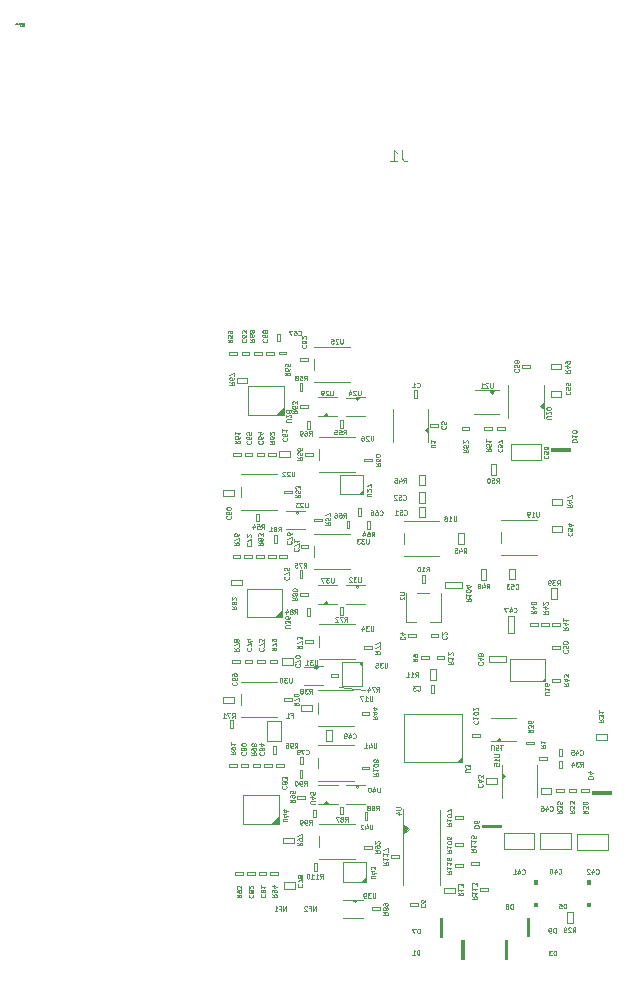
<source format=gbr>
%TF.GenerationSoftware,KiCad,Pcbnew,8.0.2*%
%TF.CreationDate,2024-10-13T20:58:57-05:00*%
%TF.ProjectId,PM1C_Rev_1_2,504d3143-5f52-4657-965f-315f322e6b69,1*%
%TF.SameCoordinates,PX297003ePY8770cd2*%
%TF.FileFunction,Legend,Bot*%
%TF.FilePolarity,Positive*%
%FSLAX46Y46*%
G04 Gerber Fmt 4.6, Leading zero omitted, Abs format (unit mm)*
G04 Created by KiCad (PCBNEW 8.0.2) date 2024-10-13 20:58:57*
%MOMM*%
%LPD*%
G01*
G04 APERTURE LIST*
%ADD10C,0.100000*%
%ADD11C,0.010000*%
%ADD12C,0.050000*%
G04 APERTURE END LIST*
D10*
X33145000Y33700000D02*
X30920000Y33935000D01*
D11*
X4171287Y89919201D02*
X4237953Y90014439D01*
X4285572Y89919201D02*
X4285572Y90119201D01*
X4285572Y90119201D02*
X4209382Y90119201D01*
X4209382Y90119201D02*
X4190334Y90109677D01*
X4190334Y90109677D02*
X4180811Y90100153D01*
X4180811Y90100153D02*
X4171287Y90081105D01*
X4171287Y90081105D02*
X4171287Y90052534D01*
X4171287Y90052534D02*
X4180811Y90033486D01*
X4180811Y90033486D02*
X4190334Y90023963D01*
X4190334Y90023963D02*
X4209382Y90014439D01*
X4209382Y90014439D02*
X4285572Y90014439D01*
X4085572Y90023963D02*
X4018906Y90023963D01*
X3990334Y89919201D02*
X4085572Y89919201D01*
X4085572Y89919201D02*
X4085572Y90119201D01*
X4085572Y90119201D02*
X3990334Y90119201D01*
X3837954Y90023963D02*
X3904620Y90023963D01*
X3904620Y89919201D02*
X3904620Y90119201D01*
X3904620Y90119201D02*
X3809382Y90119201D01*
X3704620Y90119201D02*
X3704620Y90071582D01*
X3752239Y90090629D02*
X3704620Y90071582D01*
X3704620Y90071582D02*
X3657001Y90090629D01*
X3733191Y90033486D02*
X3704620Y90071582D01*
X3704620Y90071582D02*
X3676049Y90033486D01*
X3552239Y90119201D02*
X3552239Y90071582D01*
X3599858Y90090629D02*
X3552239Y90071582D01*
X3552239Y90071582D02*
X3504620Y90090629D01*
X3580810Y90033486D02*
X3552239Y90071582D01*
X3552239Y90071582D02*
X3523668Y90033486D01*
D12*
X48797896Y23484348D02*
X48816944Y23465300D01*
X48816944Y23465300D02*
X48874086Y23446253D01*
X48874086Y23446253D02*
X48912182Y23446253D01*
X48912182Y23446253D02*
X48969325Y23465300D01*
X48969325Y23465300D02*
X49007420Y23503396D01*
X49007420Y23503396D02*
X49026467Y23541491D01*
X49026467Y23541491D02*
X49045515Y23617681D01*
X49045515Y23617681D02*
X49045515Y23674824D01*
X49045515Y23674824D02*
X49026467Y23751015D01*
X49026467Y23751015D02*
X49007420Y23789110D01*
X49007420Y23789110D02*
X48969325Y23827205D01*
X48969325Y23827205D02*
X48912182Y23846253D01*
X48912182Y23846253D02*
X48874086Y23846253D01*
X48874086Y23846253D02*
X48816944Y23827205D01*
X48816944Y23827205D02*
X48797896Y23808158D01*
X48455039Y23712920D02*
X48455039Y23446253D01*
X48550277Y23865300D02*
X48645515Y23579586D01*
X48645515Y23579586D02*
X48397896Y23579586D01*
X48074087Y23846253D02*
X48150277Y23846253D01*
X48150277Y23846253D02*
X48188373Y23827205D01*
X48188373Y23827205D02*
X48207420Y23808158D01*
X48207420Y23808158D02*
X48245515Y23751015D01*
X48245515Y23751015D02*
X48264563Y23674824D01*
X48264563Y23674824D02*
X48264563Y23522443D01*
X48264563Y23522443D02*
X48245515Y23484348D01*
X48245515Y23484348D02*
X48226468Y23465300D01*
X48226468Y23465300D02*
X48188373Y23446253D01*
X48188373Y23446253D02*
X48112182Y23446253D01*
X48112182Y23446253D02*
X48074087Y23465300D01*
X48074087Y23465300D02*
X48055039Y23484348D01*
X48055039Y23484348D02*
X48035992Y23522443D01*
X48035992Y23522443D02*
X48035992Y23617681D01*
X48035992Y23617681D02*
X48055039Y23655777D01*
X48055039Y23655777D02*
X48074087Y23674824D01*
X48074087Y23674824D02*
X48112182Y23693872D01*
X48112182Y23693872D02*
X48188373Y23693872D01*
X48188373Y23693872D02*
X48226468Y23674824D01*
X48226468Y23674824D02*
X48245515Y23655777D01*
X48245515Y23655777D02*
X48264563Y23617681D01*
X21756122Y28476498D02*
X21946598Y28343165D01*
X21756122Y28247927D02*
X22156122Y28247927D01*
X22156122Y28247927D02*
X22156122Y28400308D01*
X22156122Y28400308D02*
X22137074Y28438403D01*
X22137074Y28438403D02*
X22118027Y28457450D01*
X22118027Y28457450D02*
X22079931Y28476498D01*
X22079931Y28476498D02*
X22022789Y28476498D01*
X22022789Y28476498D02*
X21984693Y28457450D01*
X21984693Y28457450D02*
X21965646Y28438403D01*
X21965646Y28438403D02*
X21946598Y28400308D01*
X21946598Y28400308D02*
X21946598Y28247927D01*
X21756122Y28666974D02*
X21756122Y28743165D01*
X21756122Y28743165D02*
X21775170Y28781260D01*
X21775170Y28781260D02*
X21794217Y28800308D01*
X21794217Y28800308D02*
X21851360Y28838403D01*
X21851360Y28838403D02*
X21927550Y28857450D01*
X21927550Y28857450D02*
X22079931Y28857450D01*
X22079931Y28857450D02*
X22118027Y28838403D01*
X22118027Y28838403D02*
X22137074Y28819355D01*
X22137074Y28819355D02*
X22156122Y28781260D01*
X22156122Y28781260D02*
X22156122Y28705069D01*
X22156122Y28705069D02*
X22137074Y28666974D01*
X22137074Y28666974D02*
X22118027Y28647927D01*
X22118027Y28647927D02*
X22079931Y28628879D01*
X22079931Y28628879D02*
X21984693Y28628879D01*
X21984693Y28628879D02*
X21946598Y28647927D01*
X21946598Y28647927D02*
X21927550Y28666974D01*
X21927550Y28666974D02*
X21908503Y28705069D01*
X21908503Y28705069D02*
X21908503Y28781260D01*
X21908503Y28781260D02*
X21927550Y28819355D01*
X21927550Y28819355D02*
X21946598Y28838403D01*
X21946598Y28838403D02*
X21984693Y28857450D01*
X21756122Y29238402D02*
X21756122Y29009831D01*
X21756122Y29124117D02*
X22156122Y29124117D01*
X22156122Y29124117D02*
X22098979Y29086021D01*
X22098979Y29086021D02*
X22060884Y29047926D01*
X22060884Y29047926D02*
X22041836Y29009831D01*
X27421122Y20741498D02*
X27611598Y20608165D01*
X27421122Y20512927D02*
X27821122Y20512927D01*
X27821122Y20512927D02*
X27821122Y20665308D01*
X27821122Y20665308D02*
X27802074Y20703403D01*
X27802074Y20703403D02*
X27783027Y20722450D01*
X27783027Y20722450D02*
X27744931Y20741498D01*
X27744931Y20741498D02*
X27687789Y20741498D01*
X27687789Y20741498D02*
X27649693Y20722450D01*
X27649693Y20722450D02*
X27630646Y20703403D01*
X27630646Y20703403D02*
X27611598Y20665308D01*
X27611598Y20665308D02*
X27611598Y20512927D01*
X27421122Y20931974D02*
X27421122Y21008165D01*
X27421122Y21008165D02*
X27440170Y21046260D01*
X27440170Y21046260D02*
X27459217Y21065308D01*
X27459217Y21065308D02*
X27516360Y21103403D01*
X27516360Y21103403D02*
X27592550Y21122450D01*
X27592550Y21122450D02*
X27744931Y21122450D01*
X27744931Y21122450D02*
X27783027Y21103403D01*
X27783027Y21103403D02*
X27802074Y21084355D01*
X27802074Y21084355D02*
X27821122Y21046260D01*
X27821122Y21046260D02*
X27821122Y20970069D01*
X27821122Y20970069D02*
X27802074Y20931974D01*
X27802074Y20931974D02*
X27783027Y20912927D01*
X27783027Y20912927D02*
X27744931Y20893879D01*
X27744931Y20893879D02*
X27649693Y20893879D01*
X27649693Y20893879D02*
X27611598Y20912927D01*
X27611598Y20912927D02*
X27592550Y20931974D01*
X27592550Y20931974D02*
X27573503Y20970069D01*
X27573503Y20970069D02*
X27573503Y21046260D01*
X27573503Y21046260D02*
X27592550Y21084355D01*
X27592550Y21084355D02*
X27611598Y21103403D01*
X27611598Y21103403D02*
X27649693Y21122450D01*
X27821122Y21255783D02*
X27821122Y21522450D01*
X27821122Y21522450D02*
X27421122Y21351021D01*
X50661552Y54688133D02*
X51061552Y54688133D01*
X51061552Y54688133D02*
X51061552Y54783371D01*
X51061552Y54783371D02*
X51042504Y54840514D01*
X51042504Y54840514D02*
X51004409Y54878609D01*
X51004409Y54878609D02*
X50966314Y54897656D01*
X50966314Y54897656D02*
X50890123Y54916704D01*
X50890123Y54916704D02*
X50832980Y54916704D01*
X50832980Y54916704D02*
X50756790Y54897656D01*
X50756790Y54897656D02*
X50718695Y54878609D01*
X50718695Y54878609D02*
X50680600Y54840514D01*
X50680600Y54840514D02*
X50661552Y54783371D01*
X50661552Y54783371D02*
X50661552Y54688133D01*
X50661552Y55297656D02*
X50661552Y55069085D01*
X50661552Y55183371D02*
X51061552Y55183371D01*
X51061552Y55183371D02*
X51004409Y55145275D01*
X51004409Y55145275D02*
X50966314Y55107180D01*
X50966314Y55107180D02*
X50947266Y55069085D01*
X51061552Y55545275D02*
X51061552Y55583370D01*
X51061552Y55583370D02*
X51042504Y55621466D01*
X51042504Y55621466D02*
X51023457Y55640513D01*
X51023457Y55640513D02*
X50985361Y55659561D01*
X50985361Y55659561D02*
X50909171Y55678608D01*
X50909171Y55678608D02*
X50813933Y55678608D01*
X50813933Y55678608D02*
X50737742Y55659561D01*
X50737742Y55659561D02*
X50699647Y55640513D01*
X50699647Y55640513D02*
X50680600Y55621466D01*
X50680600Y55621466D02*
X50661552Y55583370D01*
X50661552Y55583370D02*
X50661552Y55545275D01*
X50661552Y55545275D02*
X50680600Y55507180D01*
X50680600Y55507180D02*
X50699647Y55488132D01*
X50699647Y55488132D02*
X50737742Y55469085D01*
X50737742Y55469085D02*
X50813933Y55450037D01*
X50813933Y55450037D02*
X50909171Y55450037D01*
X50909171Y55450037D02*
X50985361Y55469085D01*
X50985361Y55469085D02*
X51023457Y55488132D01*
X51023457Y55488132D02*
X51042504Y55507180D01*
X51042504Y55507180D02*
X51061552Y55545275D01*
X50717896Y13171253D02*
X50851229Y13361729D01*
X50946467Y13171253D02*
X50946467Y13571253D01*
X50946467Y13571253D02*
X50794086Y13571253D01*
X50794086Y13571253D02*
X50755991Y13552205D01*
X50755991Y13552205D02*
X50736944Y13533158D01*
X50736944Y13533158D02*
X50717896Y13495062D01*
X50717896Y13495062D02*
X50717896Y13437920D01*
X50717896Y13437920D02*
X50736944Y13399824D01*
X50736944Y13399824D02*
X50755991Y13380777D01*
X50755991Y13380777D02*
X50794086Y13361729D01*
X50794086Y13361729D02*
X50946467Y13361729D01*
X50565515Y13533158D02*
X50546467Y13552205D01*
X50546467Y13552205D02*
X50508372Y13571253D01*
X50508372Y13571253D02*
X50413134Y13571253D01*
X50413134Y13571253D02*
X50375039Y13552205D01*
X50375039Y13552205D02*
X50355991Y13533158D01*
X50355991Y13533158D02*
X50336944Y13495062D01*
X50336944Y13495062D02*
X50336944Y13456967D01*
X50336944Y13456967D02*
X50355991Y13399824D01*
X50355991Y13399824D02*
X50584563Y13171253D01*
X50584563Y13171253D02*
X50336944Y13171253D01*
X50146468Y13171253D02*
X50070277Y13171253D01*
X50070277Y13171253D02*
X50032182Y13190300D01*
X50032182Y13190300D02*
X50013134Y13209348D01*
X50013134Y13209348D02*
X49975039Y13266491D01*
X49975039Y13266491D02*
X49955992Y13342681D01*
X49955992Y13342681D02*
X49955992Y13495062D01*
X49955992Y13495062D02*
X49975039Y13533158D01*
X49975039Y13533158D02*
X49994087Y13552205D01*
X49994087Y13552205D02*
X50032182Y13571253D01*
X50032182Y13571253D02*
X50108373Y13571253D01*
X50108373Y13571253D02*
X50146468Y13552205D01*
X50146468Y13552205D02*
X50165515Y13533158D01*
X50165515Y13533158D02*
X50184563Y13495062D01*
X50184563Y13495062D02*
X50184563Y13399824D01*
X50184563Y13399824D02*
X50165515Y13361729D01*
X50165515Y13361729D02*
X50146468Y13342681D01*
X50146468Y13342681D02*
X50108373Y13323634D01*
X50108373Y13323634D02*
X50032182Y13323634D01*
X50032182Y13323634D02*
X49994087Y13342681D01*
X49994087Y13342681D02*
X49975039Y13361729D01*
X49975039Y13361729D02*
X49955992Y13399824D01*
X36378296Y49819648D02*
X36397344Y49800600D01*
X36397344Y49800600D02*
X36454486Y49781553D01*
X36454486Y49781553D02*
X36492582Y49781553D01*
X36492582Y49781553D02*
X36549725Y49800600D01*
X36549725Y49800600D02*
X36587820Y49838696D01*
X36587820Y49838696D02*
X36606867Y49876791D01*
X36606867Y49876791D02*
X36625915Y49952981D01*
X36625915Y49952981D02*
X36625915Y50010124D01*
X36625915Y50010124D02*
X36606867Y50086315D01*
X36606867Y50086315D02*
X36587820Y50124410D01*
X36587820Y50124410D02*
X36549725Y50162505D01*
X36549725Y50162505D02*
X36492582Y50181553D01*
X36492582Y50181553D02*
X36454486Y50181553D01*
X36454486Y50181553D02*
X36397344Y50162505D01*
X36397344Y50162505D02*
X36378296Y50143458D01*
X36016391Y50181553D02*
X36206867Y50181553D01*
X36206867Y50181553D02*
X36225915Y49991077D01*
X36225915Y49991077D02*
X36206867Y50010124D01*
X36206867Y50010124D02*
X36168772Y50029172D01*
X36168772Y50029172D02*
X36073534Y50029172D01*
X36073534Y50029172D02*
X36035439Y50010124D01*
X36035439Y50010124D02*
X36016391Y49991077D01*
X36016391Y49991077D02*
X35997344Y49952981D01*
X35997344Y49952981D02*
X35997344Y49857743D01*
X35997344Y49857743D02*
X36016391Y49819648D01*
X36016391Y49819648D02*
X36035439Y49800600D01*
X36035439Y49800600D02*
X36073534Y49781553D01*
X36073534Y49781553D02*
X36168772Y49781553D01*
X36168772Y49781553D02*
X36206867Y49800600D01*
X36206867Y49800600D02*
X36225915Y49819648D01*
X35844963Y50143458D02*
X35825915Y50162505D01*
X35825915Y50162505D02*
X35787820Y50181553D01*
X35787820Y50181553D02*
X35692582Y50181553D01*
X35692582Y50181553D02*
X35654487Y50162505D01*
X35654487Y50162505D02*
X35635439Y50143458D01*
X35635439Y50143458D02*
X35616392Y50105362D01*
X35616392Y50105362D02*
X35616392Y50067267D01*
X35616392Y50067267D02*
X35635439Y50010124D01*
X35635439Y50010124D02*
X35864011Y49781553D01*
X35864011Y49781553D02*
X35616392Y49781553D01*
X49944247Y37036404D02*
X49925200Y37017356D01*
X49925200Y37017356D02*
X49906152Y36960214D01*
X49906152Y36960214D02*
X49906152Y36922118D01*
X49906152Y36922118D02*
X49925200Y36864975D01*
X49925200Y36864975D02*
X49963295Y36826880D01*
X49963295Y36826880D02*
X50001390Y36807833D01*
X50001390Y36807833D02*
X50077580Y36788785D01*
X50077580Y36788785D02*
X50134723Y36788785D01*
X50134723Y36788785D02*
X50210914Y36807833D01*
X50210914Y36807833D02*
X50249009Y36826880D01*
X50249009Y36826880D02*
X50287104Y36864975D01*
X50287104Y36864975D02*
X50306152Y36922118D01*
X50306152Y36922118D02*
X50306152Y36960214D01*
X50306152Y36960214D02*
X50287104Y37017356D01*
X50287104Y37017356D02*
X50268057Y37036404D01*
X50306152Y37398309D02*
X50306152Y37207833D01*
X50306152Y37207833D02*
X50115676Y37188785D01*
X50115676Y37188785D02*
X50134723Y37207833D01*
X50134723Y37207833D02*
X50153771Y37245928D01*
X50153771Y37245928D02*
X50153771Y37341166D01*
X50153771Y37341166D02*
X50134723Y37379261D01*
X50134723Y37379261D02*
X50115676Y37398309D01*
X50115676Y37398309D02*
X50077580Y37417356D01*
X50077580Y37417356D02*
X49982342Y37417356D01*
X49982342Y37417356D02*
X49944247Y37398309D01*
X49944247Y37398309D02*
X49925200Y37379261D01*
X49925200Y37379261D02*
X49906152Y37341166D01*
X49906152Y37341166D02*
X49906152Y37245928D01*
X49906152Y37245928D02*
X49925200Y37207833D01*
X49925200Y37207833D02*
X49944247Y37188785D01*
X50306152Y37664975D02*
X50306152Y37703070D01*
X50306152Y37703070D02*
X50287104Y37741166D01*
X50287104Y37741166D02*
X50268057Y37760213D01*
X50268057Y37760213D02*
X50229961Y37779261D01*
X50229961Y37779261D02*
X50153771Y37798308D01*
X50153771Y37798308D02*
X50058533Y37798308D01*
X50058533Y37798308D02*
X49982342Y37779261D01*
X49982342Y37779261D02*
X49944247Y37760213D01*
X49944247Y37760213D02*
X49925200Y37741166D01*
X49925200Y37741166D02*
X49906152Y37703070D01*
X49906152Y37703070D02*
X49906152Y37664975D01*
X49906152Y37664975D02*
X49925200Y37626880D01*
X49925200Y37626880D02*
X49944247Y37607832D01*
X49944247Y37607832D02*
X49982342Y37588785D01*
X49982342Y37588785D02*
X50058533Y37569737D01*
X50058533Y37569737D02*
X50153771Y37569737D01*
X50153771Y37569737D02*
X50229961Y37588785D01*
X50229961Y37588785D02*
X50268057Y37607832D01*
X50268057Y37607832D02*
X50287104Y37626880D01*
X50287104Y37626880D02*
X50306152Y37664975D01*
X40061152Y22401404D02*
X40251628Y22268071D01*
X40061152Y22172833D02*
X40461152Y22172833D01*
X40461152Y22172833D02*
X40461152Y22325214D01*
X40461152Y22325214D02*
X40442104Y22363309D01*
X40442104Y22363309D02*
X40423057Y22382356D01*
X40423057Y22382356D02*
X40384961Y22401404D01*
X40384961Y22401404D02*
X40327819Y22401404D01*
X40327819Y22401404D02*
X40289723Y22382356D01*
X40289723Y22382356D02*
X40270676Y22363309D01*
X40270676Y22363309D02*
X40251628Y22325214D01*
X40251628Y22325214D02*
X40251628Y22172833D01*
X40061152Y22782356D02*
X40061152Y22553785D01*
X40061152Y22668071D02*
X40461152Y22668071D01*
X40461152Y22668071D02*
X40404009Y22629975D01*
X40404009Y22629975D02*
X40365914Y22591880D01*
X40365914Y22591880D02*
X40346866Y22553785D01*
X40461152Y23029975D02*
X40461152Y23068070D01*
X40461152Y23068070D02*
X40442104Y23106166D01*
X40442104Y23106166D02*
X40423057Y23125213D01*
X40423057Y23125213D02*
X40384961Y23144261D01*
X40384961Y23144261D02*
X40308771Y23163308D01*
X40308771Y23163308D02*
X40213533Y23163308D01*
X40213533Y23163308D02*
X40137342Y23144261D01*
X40137342Y23144261D02*
X40099247Y23125213D01*
X40099247Y23125213D02*
X40080200Y23106166D01*
X40080200Y23106166D02*
X40061152Y23068070D01*
X40061152Y23068070D02*
X40061152Y23029975D01*
X40061152Y23029975D02*
X40080200Y22991880D01*
X40080200Y22991880D02*
X40099247Y22972832D01*
X40099247Y22972832D02*
X40137342Y22953785D01*
X40137342Y22953785D02*
X40213533Y22934737D01*
X40213533Y22934737D02*
X40308771Y22934737D01*
X40308771Y22934737D02*
X40384961Y22953785D01*
X40384961Y22953785D02*
X40423057Y22972832D01*
X40423057Y22972832D02*
X40442104Y22991880D01*
X40442104Y22991880D02*
X40461152Y23029975D01*
X40461152Y23296641D02*
X40461152Y23563308D01*
X40461152Y23563308D02*
X40061152Y23391879D01*
X27261517Y35852598D02*
X27242470Y35833550D01*
X27242470Y35833550D02*
X27223422Y35776408D01*
X27223422Y35776408D02*
X27223422Y35738312D01*
X27223422Y35738312D02*
X27242470Y35681169D01*
X27242470Y35681169D02*
X27280565Y35643074D01*
X27280565Y35643074D02*
X27318660Y35624027D01*
X27318660Y35624027D02*
X27394850Y35604979D01*
X27394850Y35604979D02*
X27451993Y35604979D01*
X27451993Y35604979D02*
X27528184Y35624027D01*
X27528184Y35624027D02*
X27566279Y35643074D01*
X27566279Y35643074D02*
X27604374Y35681169D01*
X27604374Y35681169D02*
X27623422Y35738312D01*
X27623422Y35738312D02*
X27623422Y35776408D01*
X27623422Y35776408D02*
X27604374Y35833550D01*
X27604374Y35833550D02*
X27585327Y35852598D01*
X27623422Y35985931D02*
X27623422Y36252598D01*
X27623422Y36252598D02*
X27223422Y36081169D01*
X27623422Y36481169D02*
X27623422Y36519264D01*
X27623422Y36519264D02*
X27604374Y36557360D01*
X27604374Y36557360D02*
X27585327Y36576407D01*
X27585327Y36576407D02*
X27547231Y36595455D01*
X27547231Y36595455D02*
X27471041Y36614502D01*
X27471041Y36614502D02*
X27375803Y36614502D01*
X27375803Y36614502D02*
X27299612Y36595455D01*
X27299612Y36595455D02*
X27261517Y36576407D01*
X27261517Y36576407D02*
X27242470Y36557360D01*
X27242470Y36557360D02*
X27223422Y36519264D01*
X27223422Y36519264D02*
X27223422Y36481169D01*
X27223422Y36481169D02*
X27242470Y36443074D01*
X27242470Y36443074D02*
X27261517Y36424026D01*
X27261517Y36424026D02*
X27299612Y36404979D01*
X27299612Y36404979D02*
X27375803Y36385931D01*
X27375803Y36385931D02*
X27471041Y36385931D01*
X27471041Y36385931D02*
X27547231Y36404979D01*
X27547231Y36404979D02*
X27585327Y36424026D01*
X27585327Y36424026D02*
X27604374Y36443074D01*
X27604374Y36443074D02*
X27623422Y36481169D01*
X37176152Y36321404D02*
X37366628Y36188071D01*
X37176152Y36092833D02*
X37576152Y36092833D01*
X37576152Y36092833D02*
X37576152Y36245214D01*
X37576152Y36245214D02*
X37557104Y36283309D01*
X37557104Y36283309D02*
X37538057Y36302356D01*
X37538057Y36302356D02*
X37499961Y36321404D01*
X37499961Y36321404D02*
X37442819Y36321404D01*
X37442819Y36321404D02*
X37404723Y36302356D01*
X37404723Y36302356D02*
X37385676Y36283309D01*
X37385676Y36283309D02*
X37366628Y36245214D01*
X37366628Y36245214D02*
X37366628Y36092833D01*
X37176152Y36511880D02*
X37176152Y36588071D01*
X37176152Y36588071D02*
X37195200Y36626166D01*
X37195200Y36626166D02*
X37214247Y36645214D01*
X37214247Y36645214D02*
X37271390Y36683309D01*
X37271390Y36683309D02*
X37347580Y36702356D01*
X37347580Y36702356D02*
X37499961Y36702356D01*
X37499961Y36702356D02*
X37538057Y36683309D01*
X37538057Y36683309D02*
X37557104Y36664261D01*
X37557104Y36664261D02*
X37576152Y36626166D01*
X37576152Y36626166D02*
X37576152Y36549975D01*
X37576152Y36549975D02*
X37557104Y36511880D01*
X37557104Y36511880D02*
X37538057Y36492833D01*
X37538057Y36492833D02*
X37499961Y36473785D01*
X37499961Y36473785D02*
X37404723Y36473785D01*
X37404723Y36473785D02*
X37366628Y36492833D01*
X37366628Y36492833D02*
X37347580Y36511880D01*
X37347580Y36511880D02*
X37328533Y36549975D01*
X37328533Y36549975D02*
X37328533Y36626166D01*
X37328533Y36626166D02*
X37347580Y36664261D01*
X37347580Y36664261D02*
X37366628Y36683309D01*
X37366628Y36683309D02*
X37404723Y36702356D01*
X24191807Y37212898D02*
X24172760Y37193850D01*
X24172760Y37193850D02*
X24153712Y37136708D01*
X24153712Y37136708D02*
X24153712Y37098612D01*
X24153712Y37098612D02*
X24172760Y37041469D01*
X24172760Y37041469D02*
X24210855Y37003374D01*
X24210855Y37003374D02*
X24248950Y36984327D01*
X24248950Y36984327D02*
X24325140Y36965279D01*
X24325140Y36965279D02*
X24382283Y36965279D01*
X24382283Y36965279D02*
X24458474Y36984327D01*
X24458474Y36984327D02*
X24496569Y37003374D01*
X24496569Y37003374D02*
X24534664Y37041469D01*
X24534664Y37041469D02*
X24553712Y37098612D01*
X24553712Y37098612D02*
X24553712Y37136708D01*
X24553712Y37136708D02*
X24534664Y37193850D01*
X24534664Y37193850D02*
X24515617Y37212898D01*
X24553712Y37346231D02*
X24553712Y37612898D01*
X24553712Y37612898D02*
X24153712Y37441469D01*
X24553712Y37727183D02*
X24553712Y37974802D01*
X24553712Y37974802D02*
X24401331Y37841469D01*
X24401331Y37841469D02*
X24401331Y37898612D01*
X24401331Y37898612D02*
X24382283Y37936707D01*
X24382283Y37936707D02*
X24363236Y37955755D01*
X24363236Y37955755D02*
X24325140Y37974802D01*
X24325140Y37974802D02*
X24229902Y37974802D01*
X24229902Y37974802D02*
X24191807Y37955755D01*
X24191807Y37955755D02*
X24172760Y37936707D01*
X24172760Y37936707D02*
X24153712Y37898612D01*
X24153712Y37898612D02*
X24153712Y37784326D01*
X24153712Y37784326D02*
X24172760Y37746231D01*
X24172760Y37746231D02*
X24191807Y37727183D01*
X52682896Y18149348D02*
X52701944Y18130300D01*
X52701944Y18130300D02*
X52759086Y18111253D01*
X52759086Y18111253D02*
X52797182Y18111253D01*
X52797182Y18111253D02*
X52854325Y18130300D01*
X52854325Y18130300D02*
X52892420Y18168396D01*
X52892420Y18168396D02*
X52911467Y18206491D01*
X52911467Y18206491D02*
X52930515Y18282681D01*
X52930515Y18282681D02*
X52930515Y18339824D01*
X52930515Y18339824D02*
X52911467Y18416015D01*
X52911467Y18416015D02*
X52892420Y18454110D01*
X52892420Y18454110D02*
X52854325Y18492205D01*
X52854325Y18492205D02*
X52797182Y18511253D01*
X52797182Y18511253D02*
X52759086Y18511253D01*
X52759086Y18511253D02*
X52701944Y18492205D01*
X52701944Y18492205D02*
X52682896Y18473158D01*
X52340039Y18377920D02*
X52340039Y18111253D01*
X52435277Y18530300D02*
X52530515Y18244586D01*
X52530515Y18244586D02*
X52282896Y18244586D01*
X52149563Y18473158D02*
X52130515Y18492205D01*
X52130515Y18492205D02*
X52092420Y18511253D01*
X52092420Y18511253D02*
X51997182Y18511253D01*
X51997182Y18511253D02*
X51959087Y18492205D01*
X51959087Y18492205D02*
X51940039Y18473158D01*
X51940039Y18473158D02*
X51920992Y18435062D01*
X51920992Y18435062D02*
X51920992Y18396967D01*
X51920992Y18396967D02*
X51940039Y18339824D01*
X51940039Y18339824D02*
X52168611Y18111253D01*
X52168611Y18111253D02*
X51920992Y18111253D01*
X27241152Y50201404D02*
X27431628Y50068071D01*
X27241152Y49972833D02*
X27641152Y49972833D01*
X27641152Y49972833D02*
X27641152Y50125214D01*
X27641152Y50125214D02*
X27622104Y50163309D01*
X27622104Y50163309D02*
X27603057Y50182356D01*
X27603057Y50182356D02*
X27564961Y50201404D01*
X27564961Y50201404D02*
X27507819Y50201404D01*
X27507819Y50201404D02*
X27469723Y50182356D01*
X27469723Y50182356D02*
X27450676Y50163309D01*
X27450676Y50163309D02*
X27431628Y50125214D01*
X27431628Y50125214D02*
X27431628Y49972833D01*
X27641152Y50563309D02*
X27641152Y50372833D01*
X27641152Y50372833D02*
X27450676Y50353785D01*
X27450676Y50353785D02*
X27469723Y50372833D01*
X27469723Y50372833D02*
X27488771Y50410928D01*
X27488771Y50410928D02*
X27488771Y50506166D01*
X27488771Y50506166D02*
X27469723Y50544261D01*
X27469723Y50544261D02*
X27450676Y50563309D01*
X27450676Y50563309D02*
X27412580Y50582356D01*
X27412580Y50582356D02*
X27317342Y50582356D01*
X27317342Y50582356D02*
X27279247Y50563309D01*
X27279247Y50563309D02*
X27260200Y50544261D01*
X27260200Y50544261D02*
X27241152Y50506166D01*
X27241152Y50506166D02*
X27241152Y50410928D01*
X27241152Y50410928D02*
X27260200Y50372833D01*
X27260200Y50372833D02*
X27279247Y50353785D01*
X27641152Y50715689D02*
X27641152Y50963308D01*
X27641152Y50963308D02*
X27488771Y50829975D01*
X27488771Y50829975D02*
X27488771Y50887118D01*
X27488771Y50887118D02*
X27469723Y50925213D01*
X27469723Y50925213D02*
X27450676Y50944261D01*
X27450676Y50944261D02*
X27412580Y50963308D01*
X27412580Y50963308D02*
X27317342Y50963308D01*
X27317342Y50963308D02*
X27279247Y50944261D01*
X27279247Y50944261D02*
X27260200Y50925213D01*
X27260200Y50925213D02*
X27241152Y50887118D01*
X27241152Y50887118D02*
X27241152Y50772832D01*
X27241152Y50772832D02*
X27260200Y50734737D01*
X27260200Y50734737D02*
X27279247Y50715689D01*
X21432017Y48386148D02*
X21412970Y48367100D01*
X21412970Y48367100D02*
X21393922Y48309958D01*
X21393922Y48309958D02*
X21393922Y48271862D01*
X21393922Y48271862D02*
X21412970Y48214719D01*
X21412970Y48214719D02*
X21451065Y48176624D01*
X21451065Y48176624D02*
X21489160Y48157577D01*
X21489160Y48157577D02*
X21565350Y48138529D01*
X21565350Y48138529D02*
X21622493Y48138529D01*
X21622493Y48138529D02*
X21698684Y48157577D01*
X21698684Y48157577D02*
X21736779Y48176624D01*
X21736779Y48176624D02*
X21774874Y48214719D01*
X21774874Y48214719D02*
X21793922Y48271862D01*
X21793922Y48271862D02*
X21793922Y48309958D01*
X21793922Y48309958D02*
X21774874Y48367100D01*
X21774874Y48367100D02*
X21755827Y48386148D01*
X21793922Y48729005D02*
X21793922Y48652815D01*
X21793922Y48652815D02*
X21774874Y48614719D01*
X21774874Y48614719D02*
X21755827Y48595672D01*
X21755827Y48595672D02*
X21698684Y48557577D01*
X21698684Y48557577D02*
X21622493Y48538529D01*
X21622493Y48538529D02*
X21470112Y48538529D01*
X21470112Y48538529D02*
X21432017Y48557577D01*
X21432017Y48557577D02*
X21412970Y48576624D01*
X21412970Y48576624D02*
X21393922Y48614719D01*
X21393922Y48614719D02*
X21393922Y48690910D01*
X21393922Y48690910D02*
X21412970Y48729005D01*
X21412970Y48729005D02*
X21432017Y48748053D01*
X21432017Y48748053D02*
X21470112Y48767100D01*
X21470112Y48767100D02*
X21565350Y48767100D01*
X21565350Y48767100D02*
X21603446Y48748053D01*
X21603446Y48748053D02*
X21622493Y48729005D01*
X21622493Y48729005D02*
X21641541Y48690910D01*
X21641541Y48690910D02*
X21641541Y48614719D01*
X21641541Y48614719D02*
X21622493Y48576624D01*
X21622493Y48576624D02*
X21603446Y48557577D01*
X21603446Y48557577D02*
X21565350Y48538529D01*
X21793922Y49014719D02*
X21793922Y49052814D01*
X21793922Y49052814D02*
X21774874Y49090910D01*
X21774874Y49090910D02*
X21755827Y49109957D01*
X21755827Y49109957D02*
X21717731Y49129005D01*
X21717731Y49129005D02*
X21641541Y49148052D01*
X21641541Y49148052D02*
X21546303Y49148052D01*
X21546303Y49148052D02*
X21470112Y49129005D01*
X21470112Y49129005D02*
X21432017Y49109957D01*
X21432017Y49109957D02*
X21412970Y49090910D01*
X21412970Y49090910D02*
X21393922Y49052814D01*
X21393922Y49052814D02*
X21393922Y49014719D01*
X21393922Y49014719D02*
X21412970Y48976624D01*
X21412970Y48976624D02*
X21432017Y48957576D01*
X21432017Y48957576D02*
X21470112Y48938529D01*
X21470112Y48938529D02*
X21546303Y48919481D01*
X21546303Y48919481D02*
X21641541Y48919481D01*
X21641541Y48919481D02*
X21717731Y48938529D01*
X21717731Y48938529D02*
X21755827Y48957576D01*
X21755827Y48957576D02*
X21774874Y48976624D01*
X21774874Y48976624D02*
X21793922Y49014719D01*
X40061152Y20111404D02*
X40251628Y19978071D01*
X40061152Y19882833D02*
X40461152Y19882833D01*
X40461152Y19882833D02*
X40461152Y20035214D01*
X40461152Y20035214D02*
X40442104Y20073309D01*
X40442104Y20073309D02*
X40423057Y20092356D01*
X40423057Y20092356D02*
X40384961Y20111404D01*
X40384961Y20111404D02*
X40327819Y20111404D01*
X40327819Y20111404D02*
X40289723Y20092356D01*
X40289723Y20092356D02*
X40270676Y20073309D01*
X40270676Y20073309D02*
X40251628Y20035214D01*
X40251628Y20035214D02*
X40251628Y19882833D01*
X40061152Y20492356D02*
X40061152Y20263785D01*
X40061152Y20378071D02*
X40461152Y20378071D01*
X40461152Y20378071D02*
X40404009Y20339975D01*
X40404009Y20339975D02*
X40365914Y20301880D01*
X40365914Y20301880D02*
X40346866Y20263785D01*
X40461152Y20739975D02*
X40461152Y20778070D01*
X40461152Y20778070D02*
X40442104Y20816166D01*
X40442104Y20816166D02*
X40423057Y20835213D01*
X40423057Y20835213D02*
X40384961Y20854261D01*
X40384961Y20854261D02*
X40308771Y20873308D01*
X40308771Y20873308D02*
X40213533Y20873308D01*
X40213533Y20873308D02*
X40137342Y20854261D01*
X40137342Y20854261D02*
X40099247Y20835213D01*
X40099247Y20835213D02*
X40080200Y20816166D01*
X40080200Y20816166D02*
X40061152Y20778070D01*
X40061152Y20778070D02*
X40061152Y20739975D01*
X40061152Y20739975D02*
X40080200Y20701880D01*
X40080200Y20701880D02*
X40099247Y20682832D01*
X40099247Y20682832D02*
X40137342Y20663785D01*
X40137342Y20663785D02*
X40213533Y20644737D01*
X40213533Y20644737D02*
X40308771Y20644737D01*
X40308771Y20644737D02*
X40384961Y20663785D01*
X40384961Y20663785D02*
X40423057Y20682832D01*
X40423057Y20682832D02*
X40442104Y20701880D01*
X40442104Y20701880D02*
X40461152Y20739975D01*
X40461152Y21216165D02*
X40461152Y21139975D01*
X40461152Y21139975D02*
X40442104Y21101879D01*
X40442104Y21101879D02*
X40423057Y21082832D01*
X40423057Y21082832D02*
X40365914Y21044737D01*
X40365914Y21044737D02*
X40289723Y21025689D01*
X40289723Y21025689D02*
X40137342Y21025689D01*
X40137342Y21025689D02*
X40099247Y21044737D01*
X40099247Y21044737D02*
X40080200Y21063784D01*
X40080200Y21063784D02*
X40061152Y21101879D01*
X40061152Y21101879D02*
X40061152Y21178070D01*
X40061152Y21178070D02*
X40080200Y21216165D01*
X40080200Y21216165D02*
X40099247Y21235213D01*
X40099247Y21235213D02*
X40137342Y21254260D01*
X40137342Y21254260D02*
X40232580Y21254260D01*
X40232580Y21254260D02*
X40270676Y21235213D01*
X40270676Y21235213D02*
X40289723Y21216165D01*
X40289723Y21216165D02*
X40308771Y21178070D01*
X40308771Y21178070D02*
X40308771Y21101879D01*
X40308771Y21101879D02*
X40289723Y21063784D01*
X40289723Y21063784D02*
X40270676Y21044737D01*
X40270676Y21044737D02*
X40232580Y21025689D01*
X21516122Y63341498D02*
X21706598Y63208165D01*
X21516122Y63112927D02*
X21916122Y63112927D01*
X21916122Y63112927D02*
X21916122Y63265308D01*
X21916122Y63265308D02*
X21897074Y63303403D01*
X21897074Y63303403D02*
X21878027Y63322450D01*
X21878027Y63322450D02*
X21839931Y63341498D01*
X21839931Y63341498D02*
X21782789Y63341498D01*
X21782789Y63341498D02*
X21744693Y63322450D01*
X21744693Y63322450D02*
X21725646Y63303403D01*
X21725646Y63303403D02*
X21706598Y63265308D01*
X21706598Y63265308D02*
X21706598Y63112927D01*
X21916122Y63703403D02*
X21916122Y63512927D01*
X21916122Y63512927D02*
X21725646Y63493879D01*
X21725646Y63493879D02*
X21744693Y63512927D01*
X21744693Y63512927D02*
X21763741Y63551022D01*
X21763741Y63551022D02*
X21763741Y63646260D01*
X21763741Y63646260D02*
X21744693Y63684355D01*
X21744693Y63684355D02*
X21725646Y63703403D01*
X21725646Y63703403D02*
X21687550Y63722450D01*
X21687550Y63722450D02*
X21592312Y63722450D01*
X21592312Y63722450D02*
X21554217Y63703403D01*
X21554217Y63703403D02*
X21535170Y63684355D01*
X21535170Y63684355D02*
X21516122Y63646260D01*
X21516122Y63646260D02*
X21516122Y63551022D01*
X21516122Y63551022D02*
X21535170Y63512927D01*
X21535170Y63512927D02*
X21554217Y63493879D01*
X21516122Y63912926D02*
X21516122Y63989117D01*
X21516122Y63989117D02*
X21535170Y64027212D01*
X21535170Y64027212D02*
X21554217Y64046260D01*
X21554217Y64046260D02*
X21611360Y64084355D01*
X21611360Y64084355D02*
X21687550Y64103402D01*
X21687550Y64103402D02*
X21839931Y64103402D01*
X21839931Y64103402D02*
X21878027Y64084355D01*
X21878027Y64084355D02*
X21897074Y64065307D01*
X21897074Y64065307D02*
X21916122Y64027212D01*
X21916122Y64027212D02*
X21916122Y63951021D01*
X21916122Y63951021D02*
X21897074Y63912926D01*
X21897074Y63912926D02*
X21878027Y63893879D01*
X21878027Y63893879D02*
X21839931Y63874831D01*
X21839931Y63874831D02*
X21744693Y63874831D01*
X21744693Y63874831D02*
X21706598Y63893879D01*
X21706598Y63893879D02*
X21687550Y63912926D01*
X21687550Y63912926D02*
X21668503Y63951021D01*
X21668503Y63951021D02*
X21668503Y64027212D01*
X21668503Y64027212D02*
X21687550Y64065307D01*
X21687550Y64065307D02*
X21706598Y64084355D01*
X21706598Y64084355D02*
X21744693Y64103402D01*
X42764217Y36021498D02*
X42745170Y36002450D01*
X42745170Y36002450D02*
X42726122Y35945308D01*
X42726122Y35945308D02*
X42726122Y35907212D01*
X42726122Y35907212D02*
X42745170Y35850069D01*
X42745170Y35850069D02*
X42783265Y35811974D01*
X42783265Y35811974D02*
X42821360Y35792927D01*
X42821360Y35792927D02*
X42897550Y35773879D01*
X42897550Y35773879D02*
X42954693Y35773879D01*
X42954693Y35773879D02*
X43030884Y35792927D01*
X43030884Y35792927D02*
X43068979Y35811974D01*
X43068979Y35811974D02*
X43107074Y35850069D01*
X43107074Y35850069D02*
X43126122Y35907212D01*
X43126122Y35907212D02*
X43126122Y35945308D01*
X43126122Y35945308D02*
X43107074Y36002450D01*
X43107074Y36002450D02*
X43088027Y36021498D01*
X42992789Y36364355D02*
X42726122Y36364355D01*
X43145170Y36269117D02*
X42859455Y36173879D01*
X42859455Y36173879D02*
X42859455Y36421498D01*
X42954693Y36631021D02*
X42973741Y36592926D01*
X42973741Y36592926D02*
X42992789Y36573879D01*
X42992789Y36573879D02*
X43030884Y36554831D01*
X43030884Y36554831D02*
X43049931Y36554831D01*
X43049931Y36554831D02*
X43088027Y36573879D01*
X43088027Y36573879D02*
X43107074Y36592926D01*
X43107074Y36592926D02*
X43126122Y36631021D01*
X43126122Y36631021D02*
X43126122Y36707212D01*
X43126122Y36707212D02*
X43107074Y36745307D01*
X43107074Y36745307D02*
X43088027Y36764355D01*
X43088027Y36764355D02*
X43049931Y36783402D01*
X43049931Y36783402D02*
X43030884Y36783402D01*
X43030884Y36783402D02*
X42992789Y36764355D01*
X42992789Y36764355D02*
X42973741Y36745307D01*
X42973741Y36745307D02*
X42954693Y36707212D01*
X42954693Y36707212D02*
X42954693Y36631021D01*
X42954693Y36631021D02*
X42935646Y36592926D01*
X42935646Y36592926D02*
X42916598Y36573879D01*
X42916598Y36573879D02*
X42878503Y36554831D01*
X42878503Y36554831D02*
X42802312Y36554831D01*
X42802312Y36554831D02*
X42764217Y36573879D01*
X42764217Y36573879D02*
X42745170Y36592926D01*
X42745170Y36592926D02*
X42726122Y36631021D01*
X42726122Y36631021D02*
X42726122Y36707212D01*
X42726122Y36707212D02*
X42745170Y36745307D01*
X42745170Y36745307D02*
X42764217Y36764355D01*
X42764217Y36764355D02*
X42802312Y36783402D01*
X42802312Y36783402D02*
X42878503Y36783402D01*
X42878503Y36783402D02*
X42916598Y36764355D01*
X42916598Y36764355D02*
X42935646Y36745307D01*
X42935646Y36745307D02*
X42954693Y36707212D01*
X51347896Y28219348D02*
X51366944Y28200300D01*
X51366944Y28200300D02*
X51424086Y28181253D01*
X51424086Y28181253D02*
X51462182Y28181253D01*
X51462182Y28181253D02*
X51519325Y28200300D01*
X51519325Y28200300D02*
X51557420Y28238396D01*
X51557420Y28238396D02*
X51576467Y28276491D01*
X51576467Y28276491D02*
X51595515Y28352681D01*
X51595515Y28352681D02*
X51595515Y28409824D01*
X51595515Y28409824D02*
X51576467Y28486015D01*
X51576467Y28486015D02*
X51557420Y28524110D01*
X51557420Y28524110D02*
X51519325Y28562205D01*
X51519325Y28562205D02*
X51462182Y28581253D01*
X51462182Y28581253D02*
X51424086Y28581253D01*
X51424086Y28581253D02*
X51366944Y28562205D01*
X51366944Y28562205D02*
X51347896Y28543158D01*
X51005039Y28447920D02*
X51005039Y28181253D01*
X51100277Y28600300D02*
X51195515Y28314586D01*
X51195515Y28314586D02*
X50947896Y28314586D01*
X50605039Y28581253D02*
X50795515Y28581253D01*
X50795515Y28581253D02*
X50814563Y28390777D01*
X50814563Y28390777D02*
X50795515Y28409824D01*
X50795515Y28409824D02*
X50757420Y28428872D01*
X50757420Y28428872D02*
X50662182Y28428872D01*
X50662182Y28428872D02*
X50624087Y28409824D01*
X50624087Y28409824D02*
X50605039Y28390777D01*
X50605039Y28390777D02*
X50585992Y28352681D01*
X50585992Y28352681D02*
X50585992Y28257443D01*
X50585992Y28257443D02*
X50605039Y28219348D01*
X50605039Y28219348D02*
X50624087Y28200300D01*
X50624087Y28200300D02*
X50662182Y28181253D01*
X50662182Y28181253D02*
X50757420Y28181253D01*
X50757420Y28181253D02*
X50795515Y28200300D01*
X50795515Y28200300D02*
X50814563Y28219348D01*
X39634247Y56026404D02*
X39615200Y56007356D01*
X39615200Y56007356D02*
X39596152Y55950214D01*
X39596152Y55950214D02*
X39596152Y55912118D01*
X39596152Y55912118D02*
X39615200Y55854975D01*
X39615200Y55854975D02*
X39653295Y55816880D01*
X39653295Y55816880D02*
X39691390Y55797833D01*
X39691390Y55797833D02*
X39767580Y55778785D01*
X39767580Y55778785D02*
X39824723Y55778785D01*
X39824723Y55778785D02*
X39900914Y55797833D01*
X39900914Y55797833D02*
X39939009Y55816880D01*
X39939009Y55816880D02*
X39977104Y55854975D01*
X39977104Y55854975D02*
X39996152Y55912118D01*
X39996152Y55912118D02*
X39996152Y55950214D01*
X39996152Y55950214D02*
X39977104Y56007356D01*
X39977104Y56007356D02*
X39958057Y56026404D01*
X39996152Y56388309D02*
X39996152Y56197833D01*
X39996152Y56197833D02*
X39805676Y56178785D01*
X39805676Y56178785D02*
X39824723Y56197833D01*
X39824723Y56197833D02*
X39843771Y56235928D01*
X39843771Y56235928D02*
X39843771Y56331166D01*
X39843771Y56331166D02*
X39824723Y56369261D01*
X39824723Y56369261D02*
X39805676Y56388309D01*
X39805676Y56388309D02*
X39767580Y56407356D01*
X39767580Y56407356D02*
X39672342Y56407356D01*
X39672342Y56407356D02*
X39634247Y56388309D01*
X39634247Y56388309D02*
X39615200Y56369261D01*
X39615200Y56369261D02*
X39596152Y56331166D01*
X39596152Y56331166D02*
X39596152Y56235928D01*
X39596152Y56235928D02*
X39615200Y56197833D01*
X39615200Y56197833D02*
X39634247Y56178785D01*
X49392896Y42561253D02*
X49526229Y42751729D01*
X49621467Y42561253D02*
X49621467Y42961253D01*
X49621467Y42961253D02*
X49469086Y42961253D01*
X49469086Y42961253D02*
X49430991Y42942205D01*
X49430991Y42942205D02*
X49411944Y42923158D01*
X49411944Y42923158D02*
X49392896Y42885062D01*
X49392896Y42885062D02*
X49392896Y42827920D01*
X49392896Y42827920D02*
X49411944Y42789824D01*
X49411944Y42789824D02*
X49430991Y42770777D01*
X49430991Y42770777D02*
X49469086Y42751729D01*
X49469086Y42751729D02*
X49621467Y42751729D01*
X49259563Y42961253D02*
X49011944Y42961253D01*
X49011944Y42961253D02*
X49145277Y42808872D01*
X49145277Y42808872D02*
X49088134Y42808872D01*
X49088134Y42808872D02*
X49050039Y42789824D01*
X49050039Y42789824D02*
X49030991Y42770777D01*
X49030991Y42770777D02*
X49011944Y42732681D01*
X49011944Y42732681D02*
X49011944Y42637443D01*
X49011944Y42637443D02*
X49030991Y42599348D01*
X49030991Y42599348D02*
X49050039Y42580300D01*
X49050039Y42580300D02*
X49088134Y42561253D01*
X49088134Y42561253D02*
X49202420Y42561253D01*
X49202420Y42561253D02*
X49240515Y42580300D01*
X49240515Y42580300D02*
X49259563Y42599348D01*
X48821468Y42561253D02*
X48745277Y42561253D01*
X48745277Y42561253D02*
X48707182Y42580300D01*
X48707182Y42580300D02*
X48688134Y42599348D01*
X48688134Y42599348D02*
X48650039Y42656491D01*
X48650039Y42656491D02*
X48630992Y42732681D01*
X48630992Y42732681D02*
X48630992Y42885062D01*
X48630992Y42885062D02*
X48650039Y42923158D01*
X48650039Y42923158D02*
X48669087Y42942205D01*
X48669087Y42942205D02*
X48707182Y42961253D01*
X48707182Y42961253D02*
X48783373Y42961253D01*
X48783373Y42961253D02*
X48821468Y42942205D01*
X48821468Y42942205D02*
X48840515Y42923158D01*
X48840515Y42923158D02*
X48859563Y42885062D01*
X48859563Y42885062D02*
X48859563Y42789824D01*
X48859563Y42789824D02*
X48840515Y42751729D01*
X48840515Y42751729D02*
X48821468Y42732681D01*
X48821468Y42732681D02*
X48783373Y42713634D01*
X48783373Y42713634D02*
X48707182Y42713634D01*
X48707182Y42713634D02*
X48669087Y42732681D01*
X48669087Y42732681D02*
X48650039Y42751729D01*
X48650039Y42751729D02*
X48630992Y42789824D01*
X33456867Y46466553D02*
X33456867Y46142743D01*
X33456867Y46142743D02*
X33437820Y46104648D01*
X33437820Y46104648D02*
X33418772Y46085600D01*
X33418772Y46085600D02*
X33380677Y46066553D01*
X33380677Y46066553D02*
X33304486Y46066553D01*
X33304486Y46066553D02*
X33266391Y46085600D01*
X33266391Y46085600D02*
X33247344Y46104648D01*
X33247344Y46104648D02*
X33228296Y46142743D01*
X33228296Y46142743D02*
X33228296Y46466553D01*
X33075915Y46466553D02*
X32828296Y46466553D01*
X32828296Y46466553D02*
X32961629Y46314172D01*
X32961629Y46314172D02*
X32904486Y46314172D01*
X32904486Y46314172D02*
X32866391Y46295124D01*
X32866391Y46295124D02*
X32847343Y46276077D01*
X32847343Y46276077D02*
X32828296Y46237981D01*
X32828296Y46237981D02*
X32828296Y46142743D01*
X32828296Y46142743D02*
X32847343Y46104648D01*
X32847343Y46104648D02*
X32866391Y46085600D01*
X32866391Y46085600D02*
X32904486Y46066553D01*
X32904486Y46066553D02*
X33018772Y46066553D01*
X33018772Y46066553D02*
X33056867Y46085600D01*
X33056867Y46085600D02*
X33075915Y46104648D01*
X32694963Y46466553D02*
X32447344Y46466553D01*
X32447344Y46466553D02*
X32580677Y46314172D01*
X32580677Y46314172D02*
X32523534Y46314172D01*
X32523534Y46314172D02*
X32485439Y46295124D01*
X32485439Y46295124D02*
X32466391Y46276077D01*
X32466391Y46276077D02*
X32447344Y46237981D01*
X32447344Y46237981D02*
X32447344Y46142743D01*
X32447344Y46142743D02*
X32466391Y46104648D01*
X32466391Y46104648D02*
X32485439Y46085600D01*
X32485439Y46085600D02*
X32523534Y46066553D01*
X32523534Y46066553D02*
X32637820Y46066553D01*
X32637820Y46066553D02*
X32675915Y46085600D01*
X32675915Y46085600D02*
X32694963Y46104648D01*
X28286867Y49531553D02*
X28286867Y49207743D01*
X28286867Y49207743D02*
X28267820Y49169648D01*
X28267820Y49169648D02*
X28248772Y49150600D01*
X28248772Y49150600D02*
X28210677Y49131553D01*
X28210677Y49131553D02*
X28134486Y49131553D01*
X28134486Y49131553D02*
X28096391Y49150600D01*
X28096391Y49150600D02*
X28077344Y49169648D01*
X28077344Y49169648D02*
X28058296Y49207743D01*
X28058296Y49207743D02*
X28058296Y49531553D01*
X27886867Y49493458D02*
X27867819Y49512505D01*
X27867819Y49512505D02*
X27829724Y49531553D01*
X27829724Y49531553D02*
X27734486Y49531553D01*
X27734486Y49531553D02*
X27696391Y49512505D01*
X27696391Y49512505D02*
X27677343Y49493458D01*
X27677343Y49493458D02*
X27658296Y49455362D01*
X27658296Y49455362D02*
X27658296Y49417267D01*
X27658296Y49417267D02*
X27677343Y49360124D01*
X27677343Y49360124D02*
X27905915Y49131553D01*
X27905915Y49131553D02*
X27658296Y49131553D01*
X27524963Y49531553D02*
X27277344Y49531553D01*
X27277344Y49531553D02*
X27410677Y49379172D01*
X27410677Y49379172D02*
X27353534Y49379172D01*
X27353534Y49379172D02*
X27315439Y49360124D01*
X27315439Y49360124D02*
X27296391Y49341077D01*
X27296391Y49341077D02*
X27277344Y49302981D01*
X27277344Y49302981D02*
X27277344Y49207743D01*
X27277344Y49207743D02*
X27296391Y49169648D01*
X27296391Y49169648D02*
X27315439Y49150600D01*
X27315439Y49150600D02*
X27353534Y49131553D01*
X27353534Y49131553D02*
X27467820Y49131553D01*
X27467820Y49131553D02*
X27505915Y49150600D01*
X27505915Y49150600D02*
X27524963Y49169648D01*
X44247896Y51211253D02*
X44381229Y51401729D01*
X44476467Y51211253D02*
X44476467Y51611253D01*
X44476467Y51611253D02*
X44324086Y51611253D01*
X44324086Y51611253D02*
X44285991Y51592205D01*
X44285991Y51592205D02*
X44266944Y51573158D01*
X44266944Y51573158D02*
X44247896Y51535062D01*
X44247896Y51535062D02*
X44247896Y51477920D01*
X44247896Y51477920D02*
X44266944Y51439824D01*
X44266944Y51439824D02*
X44285991Y51420777D01*
X44285991Y51420777D02*
X44324086Y51401729D01*
X44324086Y51401729D02*
X44476467Y51401729D01*
X43885991Y51611253D02*
X44076467Y51611253D01*
X44076467Y51611253D02*
X44095515Y51420777D01*
X44095515Y51420777D02*
X44076467Y51439824D01*
X44076467Y51439824D02*
X44038372Y51458872D01*
X44038372Y51458872D02*
X43943134Y51458872D01*
X43943134Y51458872D02*
X43905039Y51439824D01*
X43905039Y51439824D02*
X43885991Y51420777D01*
X43885991Y51420777D02*
X43866944Y51382681D01*
X43866944Y51382681D02*
X43866944Y51287443D01*
X43866944Y51287443D02*
X43885991Y51249348D01*
X43885991Y51249348D02*
X43905039Y51230300D01*
X43905039Y51230300D02*
X43943134Y51211253D01*
X43943134Y51211253D02*
X44038372Y51211253D01*
X44038372Y51211253D02*
X44076467Y51230300D01*
X44076467Y51230300D02*
X44095515Y51249348D01*
X43619325Y51611253D02*
X43581230Y51611253D01*
X43581230Y51611253D02*
X43543134Y51592205D01*
X43543134Y51592205D02*
X43524087Y51573158D01*
X43524087Y51573158D02*
X43505039Y51535062D01*
X43505039Y51535062D02*
X43485992Y51458872D01*
X43485992Y51458872D02*
X43485992Y51363634D01*
X43485992Y51363634D02*
X43505039Y51287443D01*
X43505039Y51287443D02*
X43524087Y51249348D01*
X43524087Y51249348D02*
X43543134Y51230300D01*
X43543134Y51230300D02*
X43581230Y51211253D01*
X43581230Y51211253D02*
X43619325Y51211253D01*
X43619325Y51211253D02*
X43657420Y51230300D01*
X43657420Y51230300D02*
X43676468Y51249348D01*
X43676468Y51249348D02*
X43695515Y51287443D01*
X43695515Y51287443D02*
X43714563Y51363634D01*
X43714563Y51363634D02*
X43714563Y51458872D01*
X43714563Y51458872D02*
X43695515Y51535062D01*
X43695515Y51535062D02*
X43676468Y51573158D01*
X43676468Y51573158D02*
X43657420Y51592205D01*
X43657420Y51592205D02*
X43619325Y51611253D01*
X45799647Y60831704D02*
X45780600Y60812656D01*
X45780600Y60812656D02*
X45761552Y60755514D01*
X45761552Y60755514D02*
X45761552Y60717418D01*
X45761552Y60717418D02*
X45780600Y60660275D01*
X45780600Y60660275D02*
X45818695Y60622180D01*
X45818695Y60622180D02*
X45856790Y60603133D01*
X45856790Y60603133D02*
X45932980Y60584085D01*
X45932980Y60584085D02*
X45990123Y60584085D01*
X45990123Y60584085D02*
X46066314Y60603133D01*
X46066314Y60603133D02*
X46104409Y60622180D01*
X46104409Y60622180D02*
X46142504Y60660275D01*
X46142504Y60660275D02*
X46161552Y60717418D01*
X46161552Y60717418D02*
X46161552Y60755514D01*
X46161552Y60755514D02*
X46142504Y60812656D01*
X46142504Y60812656D02*
X46123457Y60831704D01*
X46161552Y61193609D02*
X46161552Y61003133D01*
X46161552Y61003133D02*
X45971076Y60984085D01*
X45971076Y60984085D02*
X45990123Y61003133D01*
X45990123Y61003133D02*
X46009171Y61041228D01*
X46009171Y61041228D02*
X46009171Y61136466D01*
X46009171Y61136466D02*
X45990123Y61174561D01*
X45990123Y61174561D02*
X45971076Y61193609D01*
X45971076Y61193609D02*
X45932980Y61212656D01*
X45932980Y61212656D02*
X45837742Y61212656D01*
X45837742Y61212656D02*
X45799647Y61193609D01*
X45799647Y61193609D02*
X45780600Y61174561D01*
X45780600Y61174561D02*
X45761552Y61136466D01*
X45761552Y61136466D02*
X45761552Y61041228D01*
X45761552Y61041228D02*
X45780600Y61003133D01*
X45780600Y61003133D02*
X45799647Y60984085D01*
X45990123Y61441227D02*
X46009171Y61403132D01*
X46009171Y61403132D02*
X46028219Y61384085D01*
X46028219Y61384085D02*
X46066314Y61365037D01*
X46066314Y61365037D02*
X46085361Y61365037D01*
X46085361Y61365037D02*
X46123457Y61384085D01*
X46123457Y61384085D02*
X46142504Y61403132D01*
X46142504Y61403132D02*
X46161552Y61441227D01*
X46161552Y61441227D02*
X46161552Y61517418D01*
X46161552Y61517418D02*
X46142504Y61555513D01*
X46142504Y61555513D02*
X46123457Y61574561D01*
X46123457Y61574561D02*
X46085361Y61593608D01*
X46085361Y61593608D02*
X46066314Y61593608D01*
X46066314Y61593608D02*
X46028219Y61574561D01*
X46028219Y61574561D02*
X46009171Y61555513D01*
X46009171Y61555513D02*
X45990123Y61517418D01*
X45990123Y61517418D02*
X45990123Y61441227D01*
X45990123Y61441227D02*
X45971076Y61403132D01*
X45971076Y61403132D02*
X45952028Y61384085D01*
X45952028Y61384085D02*
X45913933Y61365037D01*
X45913933Y61365037D02*
X45837742Y61365037D01*
X45837742Y61365037D02*
X45799647Y61384085D01*
X45799647Y61384085D02*
X45780600Y61403132D01*
X45780600Y61403132D02*
X45761552Y61441227D01*
X45761552Y61441227D02*
X45761552Y61517418D01*
X45761552Y61517418D02*
X45780600Y61555513D01*
X45780600Y61555513D02*
X45799647Y61574561D01*
X45799647Y61574561D02*
X45837742Y61593608D01*
X45837742Y61593608D02*
X45913933Y61593608D01*
X45913933Y61593608D02*
X45952028Y61574561D01*
X45952028Y61574561D02*
X45971076Y61555513D01*
X45971076Y61555513D02*
X45990123Y61517418D01*
X42181152Y16201404D02*
X42371628Y16068071D01*
X42181152Y15972833D02*
X42581152Y15972833D01*
X42581152Y15972833D02*
X42581152Y16125214D01*
X42581152Y16125214D02*
X42562104Y16163309D01*
X42562104Y16163309D02*
X42543057Y16182356D01*
X42543057Y16182356D02*
X42504961Y16201404D01*
X42504961Y16201404D02*
X42447819Y16201404D01*
X42447819Y16201404D02*
X42409723Y16182356D01*
X42409723Y16182356D02*
X42390676Y16163309D01*
X42390676Y16163309D02*
X42371628Y16125214D01*
X42371628Y16125214D02*
X42371628Y15972833D01*
X42181152Y16582356D02*
X42181152Y16353785D01*
X42181152Y16468071D02*
X42581152Y16468071D01*
X42581152Y16468071D02*
X42524009Y16429975D01*
X42524009Y16429975D02*
X42485914Y16391880D01*
X42485914Y16391880D02*
X42466866Y16353785D01*
X42181152Y16963308D02*
X42181152Y16734737D01*
X42181152Y16849023D02*
X42581152Y16849023D01*
X42581152Y16849023D02*
X42524009Y16810927D01*
X42524009Y16810927D02*
X42485914Y16772832D01*
X42485914Y16772832D02*
X42466866Y16734737D01*
X42581152Y17096641D02*
X42581152Y17344260D01*
X42581152Y17344260D02*
X42428771Y17210927D01*
X42428771Y17210927D02*
X42428771Y17268070D01*
X42428771Y17268070D02*
X42409723Y17306165D01*
X42409723Y17306165D02*
X42390676Y17325213D01*
X42390676Y17325213D02*
X42352580Y17344260D01*
X42352580Y17344260D02*
X42257342Y17344260D01*
X42257342Y17344260D02*
X42219247Y17325213D01*
X42219247Y17325213D02*
X42200200Y17306165D01*
X42200200Y17306165D02*
X42181152Y17268070D01*
X42181152Y17268070D02*
X42181152Y17153784D01*
X42181152Y17153784D02*
X42200200Y17115689D01*
X42200200Y17115689D02*
X42219247Y17096641D01*
X21651122Y59756498D02*
X21841598Y59623165D01*
X21651122Y59527927D02*
X22051122Y59527927D01*
X22051122Y59527927D02*
X22051122Y59680308D01*
X22051122Y59680308D02*
X22032074Y59718403D01*
X22032074Y59718403D02*
X22013027Y59737450D01*
X22013027Y59737450D02*
X21974931Y59756498D01*
X21974931Y59756498D02*
X21917789Y59756498D01*
X21917789Y59756498D02*
X21879693Y59737450D01*
X21879693Y59737450D02*
X21860646Y59718403D01*
X21860646Y59718403D02*
X21841598Y59680308D01*
X21841598Y59680308D02*
X21841598Y59527927D01*
X22051122Y60099355D02*
X22051122Y60023165D01*
X22051122Y60023165D02*
X22032074Y59985069D01*
X22032074Y59985069D02*
X22013027Y59966022D01*
X22013027Y59966022D02*
X21955884Y59927927D01*
X21955884Y59927927D02*
X21879693Y59908879D01*
X21879693Y59908879D02*
X21727312Y59908879D01*
X21727312Y59908879D02*
X21689217Y59927927D01*
X21689217Y59927927D02*
X21670170Y59946974D01*
X21670170Y59946974D02*
X21651122Y59985069D01*
X21651122Y59985069D02*
X21651122Y60061260D01*
X21651122Y60061260D02*
X21670170Y60099355D01*
X21670170Y60099355D02*
X21689217Y60118403D01*
X21689217Y60118403D02*
X21727312Y60137450D01*
X21727312Y60137450D02*
X21822550Y60137450D01*
X21822550Y60137450D02*
X21860646Y60118403D01*
X21860646Y60118403D02*
X21879693Y60099355D01*
X21879693Y60099355D02*
X21898741Y60061260D01*
X21898741Y60061260D02*
X21898741Y59985069D01*
X21898741Y59985069D02*
X21879693Y59946974D01*
X21879693Y59946974D02*
X21860646Y59927927D01*
X21860646Y59927927D02*
X21822550Y59908879D01*
X22051122Y60270783D02*
X22051122Y60537450D01*
X22051122Y60537450D02*
X21651122Y60366021D01*
X27001152Y41506404D02*
X27191628Y41373071D01*
X27001152Y41277833D02*
X27401152Y41277833D01*
X27401152Y41277833D02*
X27401152Y41430214D01*
X27401152Y41430214D02*
X27382104Y41468309D01*
X27382104Y41468309D02*
X27363057Y41487356D01*
X27363057Y41487356D02*
X27324961Y41506404D01*
X27324961Y41506404D02*
X27267819Y41506404D01*
X27267819Y41506404D02*
X27229723Y41487356D01*
X27229723Y41487356D02*
X27210676Y41468309D01*
X27210676Y41468309D02*
X27191628Y41430214D01*
X27191628Y41430214D02*
X27191628Y41277833D01*
X27229723Y41734975D02*
X27248771Y41696880D01*
X27248771Y41696880D02*
X27267819Y41677833D01*
X27267819Y41677833D02*
X27305914Y41658785D01*
X27305914Y41658785D02*
X27324961Y41658785D01*
X27324961Y41658785D02*
X27363057Y41677833D01*
X27363057Y41677833D02*
X27382104Y41696880D01*
X27382104Y41696880D02*
X27401152Y41734975D01*
X27401152Y41734975D02*
X27401152Y41811166D01*
X27401152Y41811166D02*
X27382104Y41849261D01*
X27382104Y41849261D02*
X27363057Y41868309D01*
X27363057Y41868309D02*
X27324961Y41887356D01*
X27324961Y41887356D02*
X27305914Y41887356D01*
X27305914Y41887356D02*
X27267819Y41868309D01*
X27267819Y41868309D02*
X27248771Y41849261D01*
X27248771Y41849261D02*
X27229723Y41811166D01*
X27229723Y41811166D02*
X27229723Y41734975D01*
X27229723Y41734975D02*
X27210676Y41696880D01*
X27210676Y41696880D02*
X27191628Y41677833D01*
X27191628Y41677833D02*
X27153533Y41658785D01*
X27153533Y41658785D02*
X27077342Y41658785D01*
X27077342Y41658785D02*
X27039247Y41677833D01*
X27039247Y41677833D02*
X27020200Y41696880D01*
X27020200Y41696880D02*
X27001152Y41734975D01*
X27001152Y41734975D02*
X27001152Y41811166D01*
X27001152Y41811166D02*
X27020200Y41849261D01*
X27020200Y41849261D02*
X27039247Y41868309D01*
X27039247Y41868309D02*
X27077342Y41887356D01*
X27077342Y41887356D02*
X27153533Y41887356D01*
X27153533Y41887356D02*
X27191628Y41868309D01*
X27191628Y41868309D02*
X27210676Y41849261D01*
X27210676Y41849261D02*
X27229723Y41811166D01*
X27401152Y42134975D02*
X27401152Y42173070D01*
X27401152Y42173070D02*
X27382104Y42211166D01*
X27382104Y42211166D02*
X27363057Y42230213D01*
X27363057Y42230213D02*
X27324961Y42249261D01*
X27324961Y42249261D02*
X27248771Y42268308D01*
X27248771Y42268308D02*
X27153533Y42268308D01*
X27153533Y42268308D02*
X27077342Y42249261D01*
X27077342Y42249261D02*
X27039247Y42230213D01*
X27039247Y42230213D02*
X27020200Y42211166D01*
X27020200Y42211166D02*
X27001152Y42173070D01*
X27001152Y42173070D02*
X27001152Y42134975D01*
X27001152Y42134975D02*
X27020200Y42096880D01*
X27020200Y42096880D02*
X27039247Y42077832D01*
X27039247Y42077832D02*
X27077342Y42058785D01*
X27077342Y42058785D02*
X27153533Y42039737D01*
X27153533Y42039737D02*
X27248771Y42039737D01*
X27248771Y42039737D02*
X27324961Y42058785D01*
X27324961Y42058785D02*
X27363057Y42077832D01*
X27363057Y42077832D02*
X27382104Y42096880D01*
X27382104Y42096880D02*
X27401152Y42134975D01*
X26134217Y25561498D02*
X26115170Y25542450D01*
X26115170Y25542450D02*
X26096122Y25485308D01*
X26096122Y25485308D02*
X26096122Y25447212D01*
X26096122Y25447212D02*
X26115170Y25390069D01*
X26115170Y25390069D02*
X26153265Y25351974D01*
X26153265Y25351974D02*
X26191360Y25332927D01*
X26191360Y25332927D02*
X26267550Y25313879D01*
X26267550Y25313879D02*
X26324693Y25313879D01*
X26324693Y25313879D02*
X26400884Y25332927D01*
X26400884Y25332927D02*
X26438979Y25351974D01*
X26438979Y25351974D02*
X26477074Y25390069D01*
X26477074Y25390069D02*
X26496122Y25447212D01*
X26496122Y25447212D02*
X26496122Y25485308D01*
X26496122Y25485308D02*
X26477074Y25542450D01*
X26477074Y25542450D02*
X26458027Y25561498D01*
X26324693Y25790069D02*
X26343741Y25751974D01*
X26343741Y25751974D02*
X26362789Y25732927D01*
X26362789Y25732927D02*
X26400884Y25713879D01*
X26400884Y25713879D02*
X26419931Y25713879D01*
X26419931Y25713879D02*
X26458027Y25732927D01*
X26458027Y25732927D02*
X26477074Y25751974D01*
X26477074Y25751974D02*
X26496122Y25790069D01*
X26496122Y25790069D02*
X26496122Y25866260D01*
X26496122Y25866260D02*
X26477074Y25904355D01*
X26477074Y25904355D02*
X26458027Y25923403D01*
X26458027Y25923403D02*
X26419931Y25942450D01*
X26419931Y25942450D02*
X26400884Y25942450D01*
X26400884Y25942450D02*
X26362789Y25923403D01*
X26362789Y25923403D02*
X26343741Y25904355D01*
X26343741Y25904355D02*
X26324693Y25866260D01*
X26324693Y25866260D02*
X26324693Y25790069D01*
X26324693Y25790069D02*
X26305646Y25751974D01*
X26305646Y25751974D02*
X26286598Y25732927D01*
X26286598Y25732927D02*
X26248503Y25713879D01*
X26248503Y25713879D02*
X26172312Y25713879D01*
X26172312Y25713879D02*
X26134217Y25732927D01*
X26134217Y25732927D02*
X26115170Y25751974D01*
X26115170Y25751974D02*
X26096122Y25790069D01*
X26096122Y25790069D02*
X26096122Y25866260D01*
X26096122Y25866260D02*
X26115170Y25904355D01*
X26115170Y25904355D02*
X26134217Y25923403D01*
X26134217Y25923403D02*
X26172312Y25942450D01*
X26172312Y25942450D02*
X26248503Y25942450D01*
X26248503Y25942450D02*
X26286598Y25923403D01*
X26286598Y25923403D02*
X26305646Y25904355D01*
X26305646Y25904355D02*
X26324693Y25866260D01*
X26496122Y26075783D02*
X26496122Y26323402D01*
X26496122Y26323402D02*
X26343741Y26190069D01*
X26343741Y26190069D02*
X26343741Y26247212D01*
X26343741Y26247212D02*
X26324693Y26285307D01*
X26324693Y26285307D02*
X26305646Y26304355D01*
X26305646Y26304355D02*
X26267550Y26323402D01*
X26267550Y26323402D02*
X26172312Y26323402D01*
X26172312Y26323402D02*
X26134217Y26304355D01*
X26134217Y26304355D02*
X26115170Y26285307D01*
X26115170Y26285307D02*
X26096122Y26247212D01*
X26096122Y26247212D02*
X26096122Y26132926D01*
X26096122Y26132926D02*
X26115170Y26094831D01*
X26115170Y26094831D02*
X26134217Y26075783D01*
X39096552Y54213133D02*
X38772742Y54213133D01*
X38772742Y54213133D02*
X38734647Y54232180D01*
X38734647Y54232180D02*
X38715600Y54251228D01*
X38715600Y54251228D02*
X38696552Y54289323D01*
X38696552Y54289323D02*
X38696552Y54365514D01*
X38696552Y54365514D02*
X38715600Y54403609D01*
X38715600Y54403609D02*
X38734647Y54422656D01*
X38734647Y54422656D02*
X38772742Y54441704D01*
X38772742Y54441704D02*
X39096552Y54441704D01*
X38696552Y54841704D02*
X38696552Y54613133D01*
X38696552Y54727419D02*
X39096552Y54727419D01*
X39096552Y54727419D02*
X39039409Y54689323D01*
X39039409Y54689323D02*
X39001314Y54651228D01*
X39001314Y54651228D02*
X38982266Y54613133D01*
X27149217Y45676498D02*
X27130170Y45657450D01*
X27130170Y45657450D02*
X27111122Y45600308D01*
X27111122Y45600308D02*
X27111122Y45562212D01*
X27111122Y45562212D02*
X27130170Y45505069D01*
X27130170Y45505069D02*
X27168265Y45466974D01*
X27168265Y45466974D02*
X27206360Y45447927D01*
X27206360Y45447927D02*
X27282550Y45428879D01*
X27282550Y45428879D02*
X27339693Y45428879D01*
X27339693Y45428879D02*
X27415884Y45447927D01*
X27415884Y45447927D02*
X27453979Y45466974D01*
X27453979Y45466974D02*
X27492074Y45505069D01*
X27492074Y45505069D02*
X27511122Y45562212D01*
X27511122Y45562212D02*
X27511122Y45600308D01*
X27511122Y45600308D02*
X27492074Y45657450D01*
X27492074Y45657450D02*
X27473027Y45676498D01*
X27511122Y45809831D02*
X27511122Y46076498D01*
X27511122Y46076498D02*
X27111122Y45905069D01*
X27111122Y46438402D02*
X27111122Y46209831D01*
X27111122Y46324117D02*
X27511122Y46324117D01*
X27511122Y46324117D02*
X27453979Y46286021D01*
X27453979Y46286021D02*
X27415884Y46247926D01*
X27415884Y46247926D02*
X27396836Y46209831D01*
X26934237Y34706553D02*
X26934237Y34382743D01*
X26934237Y34382743D02*
X26915190Y34344648D01*
X26915190Y34344648D02*
X26896142Y34325600D01*
X26896142Y34325600D02*
X26858047Y34306553D01*
X26858047Y34306553D02*
X26781856Y34306553D01*
X26781856Y34306553D02*
X26743761Y34325600D01*
X26743761Y34325600D02*
X26724714Y34344648D01*
X26724714Y34344648D02*
X26705666Y34382743D01*
X26705666Y34382743D02*
X26705666Y34706553D01*
X26553285Y34706553D02*
X26305666Y34706553D01*
X26305666Y34706553D02*
X26438999Y34554172D01*
X26438999Y34554172D02*
X26381856Y34554172D01*
X26381856Y34554172D02*
X26343761Y34535124D01*
X26343761Y34535124D02*
X26324713Y34516077D01*
X26324713Y34516077D02*
X26305666Y34477981D01*
X26305666Y34477981D02*
X26305666Y34382743D01*
X26305666Y34382743D02*
X26324713Y34344648D01*
X26324713Y34344648D02*
X26343761Y34325600D01*
X26343761Y34325600D02*
X26381856Y34306553D01*
X26381856Y34306553D02*
X26496142Y34306553D01*
X26496142Y34306553D02*
X26534237Y34325600D01*
X26534237Y34325600D02*
X26553285Y34344648D01*
X26058047Y34706553D02*
X26019952Y34706553D01*
X26019952Y34706553D02*
X25981856Y34687505D01*
X25981856Y34687505D02*
X25962809Y34668458D01*
X25962809Y34668458D02*
X25943761Y34630362D01*
X25943761Y34630362D02*
X25924714Y34554172D01*
X25924714Y34554172D02*
X25924714Y34458934D01*
X25924714Y34458934D02*
X25943761Y34382743D01*
X25943761Y34382743D02*
X25962809Y34344648D01*
X25962809Y34344648D02*
X25981856Y34325600D01*
X25981856Y34325600D02*
X26019952Y34306553D01*
X26019952Y34306553D02*
X26058047Y34306553D01*
X26058047Y34306553D02*
X26096142Y34325600D01*
X26096142Y34325600D02*
X26115190Y34344648D01*
X26115190Y34344648D02*
X26134237Y34382743D01*
X26134237Y34382743D02*
X26153285Y34458934D01*
X26153285Y34458934D02*
X26153285Y34554172D01*
X26153285Y34554172D02*
X26134237Y34630362D01*
X26134237Y34630362D02*
X26115190Y34668458D01*
X26115190Y34668458D02*
X26096142Y34687505D01*
X26096142Y34687505D02*
X26058047Y34706553D01*
X37392896Y34781253D02*
X37526229Y34971729D01*
X37621467Y34781253D02*
X37621467Y35181253D01*
X37621467Y35181253D02*
X37469086Y35181253D01*
X37469086Y35181253D02*
X37430991Y35162205D01*
X37430991Y35162205D02*
X37411944Y35143158D01*
X37411944Y35143158D02*
X37392896Y35105062D01*
X37392896Y35105062D02*
X37392896Y35047920D01*
X37392896Y35047920D02*
X37411944Y35009824D01*
X37411944Y35009824D02*
X37430991Y34990777D01*
X37430991Y34990777D02*
X37469086Y34971729D01*
X37469086Y34971729D02*
X37621467Y34971729D01*
X37011944Y34781253D02*
X37240515Y34781253D01*
X37126229Y34781253D02*
X37126229Y35181253D01*
X37126229Y35181253D02*
X37164325Y35124110D01*
X37164325Y35124110D02*
X37202420Y35086015D01*
X37202420Y35086015D02*
X37240515Y35066967D01*
X36630992Y34781253D02*
X36859563Y34781253D01*
X36745277Y34781253D02*
X36745277Y35181253D01*
X36745277Y35181253D02*
X36783373Y35124110D01*
X36783373Y35124110D02*
X36821468Y35086015D01*
X36821468Y35086015D02*
X36859563Y35066967D01*
X34036152Y52876404D02*
X34226628Y52743071D01*
X34036152Y52647833D02*
X34436152Y52647833D01*
X34436152Y52647833D02*
X34436152Y52800214D01*
X34436152Y52800214D02*
X34417104Y52838309D01*
X34417104Y52838309D02*
X34398057Y52857356D01*
X34398057Y52857356D02*
X34359961Y52876404D01*
X34359961Y52876404D02*
X34302819Y52876404D01*
X34302819Y52876404D02*
X34264723Y52857356D01*
X34264723Y52857356D02*
X34245676Y52838309D01*
X34245676Y52838309D02*
X34226628Y52800214D01*
X34226628Y52800214D02*
X34226628Y52647833D01*
X34436152Y53219261D02*
X34436152Y53143071D01*
X34436152Y53143071D02*
X34417104Y53104975D01*
X34417104Y53104975D02*
X34398057Y53085928D01*
X34398057Y53085928D02*
X34340914Y53047833D01*
X34340914Y53047833D02*
X34264723Y53028785D01*
X34264723Y53028785D02*
X34112342Y53028785D01*
X34112342Y53028785D02*
X34074247Y53047833D01*
X34074247Y53047833D02*
X34055200Y53066880D01*
X34055200Y53066880D02*
X34036152Y53104975D01*
X34036152Y53104975D02*
X34036152Y53181166D01*
X34036152Y53181166D02*
X34055200Y53219261D01*
X34055200Y53219261D02*
X34074247Y53238309D01*
X34074247Y53238309D02*
X34112342Y53257356D01*
X34112342Y53257356D02*
X34207580Y53257356D01*
X34207580Y53257356D02*
X34245676Y53238309D01*
X34245676Y53238309D02*
X34264723Y53219261D01*
X34264723Y53219261D02*
X34283771Y53181166D01*
X34283771Y53181166D02*
X34283771Y53104975D01*
X34283771Y53104975D02*
X34264723Y53066880D01*
X34264723Y53066880D02*
X34245676Y53047833D01*
X34245676Y53047833D02*
X34207580Y53028785D01*
X34436152Y53504975D02*
X34436152Y53543070D01*
X34436152Y53543070D02*
X34417104Y53581166D01*
X34417104Y53581166D02*
X34398057Y53600213D01*
X34398057Y53600213D02*
X34359961Y53619261D01*
X34359961Y53619261D02*
X34283771Y53638308D01*
X34283771Y53638308D02*
X34188533Y53638308D01*
X34188533Y53638308D02*
X34112342Y53619261D01*
X34112342Y53619261D02*
X34074247Y53600213D01*
X34074247Y53600213D02*
X34055200Y53581166D01*
X34055200Y53581166D02*
X34036152Y53543070D01*
X34036152Y53543070D02*
X34036152Y53504975D01*
X34036152Y53504975D02*
X34055200Y53466880D01*
X34055200Y53466880D02*
X34074247Y53447832D01*
X34074247Y53447832D02*
X34112342Y53428785D01*
X34112342Y53428785D02*
X34188533Y53409737D01*
X34188533Y53409737D02*
X34283771Y53409737D01*
X34283771Y53409737D02*
X34359961Y53428785D01*
X34359961Y53428785D02*
X34398057Y53447832D01*
X34398057Y53447832D02*
X34417104Y53466880D01*
X34417104Y53466880D02*
X34436152Y53504975D01*
X37582896Y33659348D02*
X37601944Y33640300D01*
X37601944Y33640300D02*
X37659086Y33621253D01*
X37659086Y33621253D02*
X37697182Y33621253D01*
X37697182Y33621253D02*
X37754325Y33640300D01*
X37754325Y33640300D02*
X37792420Y33678396D01*
X37792420Y33678396D02*
X37811467Y33716491D01*
X37811467Y33716491D02*
X37830515Y33792681D01*
X37830515Y33792681D02*
X37830515Y33849824D01*
X37830515Y33849824D02*
X37811467Y33926015D01*
X37811467Y33926015D02*
X37792420Y33964110D01*
X37792420Y33964110D02*
X37754325Y34002205D01*
X37754325Y34002205D02*
X37697182Y34021253D01*
X37697182Y34021253D02*
X37659086Y34021253D01*
X37659086Y34021253D02*
X37601944Y34002205D01*
X37601944Y34002205D02*
X37582896Y33983158D01*
X37449563Y34021253D02*
X37201944Y34021253D01*
X37201944Y34021253D02*
X37335277Y33868872D01*
X37335277Y33868872D02*
X37278134Y33868872D01*
X37278134Y33868872D02*
X37240039Y33849824D01*
X37240039Y33849824D02*
X37220991Y33830777D01*
X37220991Y33830777D02*
X37201944Y33792681D01*
X37201944Y33792681D02*
X37201944Y33697443D01*
X37201944Y33697443D02*
X37220991Y33659348D01*
X37220991Y33659348D02*
X37240039Y33640300D01*
X37240039Y33640300D02*
X37278134Y33621253D01*
X37278134Y33621253D02*
X37392420Y33621253D01*
X37392420Y33621253D02*
X37430515Y33640300D01*
X37430515Y33640300D02*
X37449563Y33659348D01*
X26174247Y55006404D02*
X26155200Y54987356D01*
X26155200Y54987356D02*
X26136152Y54930214D01*
X26136152Y54930214D02*
X26136152Y54892118D01*
X26136152Y54892118D02*
X26155200Y54834975D01*
X26155200Y54834975D02*
X26193295Y54796880D01*
X26193295Y54796880D02*
X26231390Y54777833D01*
X26231390Y54777833D02*
X26307580Y54758785D01*
X26307580Y54758785D02*
X26364723Y54758785D01*
X26364723Y54758785D02*
X26440914Y54777833D01*
X26440914Y54777833D02*
X26479009Y54796880D01*
X26479009Y54796880D02*
X26517104Y54834975D01*
X26517104Y54834975D02*
X26536152Y54892118D01*
X26536152Y54892118D02*
X26536152Y54930214D01*
X26536152Y54930214D02*
X26517104Y54987356D01*
X26517104Y54987356D02*
X26498057Y55006404D01*
X26536152Y55349261D02*
X26536152Y55273071D01*
X26536152Y55273071D02*
X26517104Y55234975D01*
X26517104Y55234975D02*
X26498057Y55215928D01*
X26498057Y55215928D02*
X26440914Y55177833D01*
X26440914Y55177833D02*
X26364723Y55158785D01*
X26364723Y55158785D02*
X26212342Y55158785D01*
X26212342Y55158785D02*
X26174247Y55177833D01*
X26174247Y55177833D02*
X26155200Y55196880D01*
X26155200Y55196880D02*
X26136152Y55234975D01*
X26136152Y55234975D02*
X26136152Y55311166D01*
X26136152Y55311166D02*
X26155200Y55349261D01*
X26155200Y55349261D02*
X26174247Y55368309D01*
X26174247Y55368309D02*
X26212342Y55387356D01*
X26212342Y55387356D02*
X26307580Y55387356D01*
X26307580Y55387356D02*
X26345676Y55368309D01*
X26345676Y55368309D02*
X26364723Y55349261D01*
X26364723Y55349261D02*
X26383771Y55311166D01*
X26383771Y55311166D02*
X26383771Y55234975D01*
X26383771Y55234975D02*
X26364723Y55196880D01*
X26364723Y55196880D02*
X26345676Y55177833D01*
X26345676Y55177833D02*
X26307580Y55158785D01*
X26136152Y55768308D02*
X26136152Y55539737D01*
X26136152Y55654023D02*
X26536152Y55654023D01*
X26536152Y55654023D02*
X26479009Y55615927D01*
X26479009Y55615927D02*
X26440914Y55577832D01*
X26440914Y55577832D02*
X26421866Y55539737D01*
X26888104Y31535871D02*
X27021437Y31535871D01*
X27021437Y31326347D02*
X27021437Y31726347D01*
X27021437Y31726347D02*
X26830961Y31726347D01*
X26469057Y31326347D02*
X26697628Y31326347D01*
X26583342Y31326347D02*
X26583342Y31726347D01*
X26583342Y31726347D02*
X26621438Y31669204D01*
X26621438Y31669204D02*
X26659533Y31631109D01*
X26659533Y31631109D02*
X26697628Y31612061D01*
X27121152Y32601404D02*
X27311628Y32468071D01*
X27121152Y32372833D02*
X27521152Y32372833D01*
X27521152Y32372833D02*
X27521152Y32525214D01*
X27521152Y32525214D02*
X27502104Y32563309D01*
X27502104Y32563309D02*
X27483057Y32582356D01*
X27483057Y32582356D02*
X27444961Y32601404D01*
X27444961Y32601404D02*
X27387819Y32601404D01*
X27387819Y32601404D02*
X27349723Y32582356D01*
X27349723Y32582356D02*
X27330676Y32563309D01*
X27330676Y32563309D02*
X27311628Y32525214D01*
X27311628Y32525214D02*
X27311628Y32372833D01*
X27521152Y32734737D02*
X27521152Y33001404D01*
X27521152Y33001404D02*
X27121152Y32829975D01*
X27521152Y33229975D02*
X27521152Y33268070D01*
X27521152Y33268070D02*
X27502104Y33306166D01*
X27502104Y33306166D02*
X27483057Y33325213D01*
X27483057Y33325213D02*
X27444961Y33344261D01*
X27444961Y33344261D02*
X27368771Y33363308D01*
X27368771Y33363308D02*
X27273533Y33363308D01*
X27273533Y33363308D02*
X27197342Y33344261D01*
X27197342Y33344261D02*
X27159247Y33325213D01*
X27159247Y33325213D02*
X27140200Y33306166D01*
X27140200Y33306166D02*
X27121152Y33268070D01*
X27121152Y33268070D02*
X27121152Y33229975D01*
X27121152Y33229975D02*
X27140200Y33191880D01*
X27140200Y33191880D02*
X27159247Y33172832D01*
X27159247Y33172832D02*
X27197342Y33153785D01*
X27197342Y33153785D02*
X27273533Y33134737D01*
X27273533Y33134737D02*
X27368771Y33134737D01*
X27368771Y33134737D02*
X27444961Y33153785D01*
X27444961Y33153785D02*
X27483057Y33172832D01*
X27483057Y33172832D02*
X27502104Y33191880D01*
X27502104Y33191880D02*
X27521152Y33229975D01*
X49401152Y23481404D02*
X49591628Y23348071D01*
X49401152Y23252833D02*
X49801152Y23252833D01*
X49801152Y23252833D02*
X49801152Y23405214D01*
X49801152Y23405214D02*
X49782104Y23443309D01*
X49782104Y23443309D02*
X49763057Y23462356D01*
X49763057Y23462356D02*
X49724961Y23481404D01*
X49724961Y23481404D02*
X49667819Y23481404D01*
X49667819Y23481404D02*
X49629723Y23462356D01*
X49629723Y23462356D02*
X49610676Y23443309D01*
X49610676Y23443309D02*
X49591628Y23405214D01*
X49591628Y23405214D02*
X49591628Y23252833D01*
X49801152Y23614737D02*
X49801152Y23862356D01*
X49801152Y23862356D02*
X49648771Y23729023D01*
X49648771Y23729023D02*
X49648771Y23786166D01*
X49648771Y23786166D02*
X49629723Y23824261D01*
X49629723Y23824261D02*
X49610676Y23843309D01*
X49610676Y23843309D02*
X49572580Y23862356D01*
X49572580Y23862356D02*
X49477342Y23862356D01*
X49477342Y23862356D02*
X49439247Y23843309D01*
X49439247Y23843309D02*
X49420200Y23824261D01*
X49420200Y23824261D02*
X49401152Y23786166D01*
X49401152Y23786166D02*
X49401152Y23671880D01*
X49401152Y23671880D02*
X49420200Y23633785D01*
X49420200Y23633785D02*
X49439247Y23614737D01*
X49801152Y24224261D02*
X49801152Y24033785D01*
X49801152Y24033785D02*
X49610676Y24014737D01*
X49610676Y24014737D02*
X49629723Y24033785D01*
X49629723Y24033785D02*
X49648771Y24071880D01*
X49648771Y24071880D02*
X49648771Y24167118D01*
X49648771Y24167118D02*
X49629723Y24205213D01*
X49629723Y24205213D02*
X49610676Y24224261D01*
X49610676Y24224261D02*
X49572580Y24243308D01*
X49572580Y24243308D02*
X49477342Y24243308D01*
X49477342Y24243308D02*
X49439247Y24224261D01*
X49439247Y24224261D02*
X49420200Y24205213D01*
X49420200Y24205213D02*
X49401152Y24167118D01*
X49401152Y24167118D02*
X49401152Y24071880D01*
X49401152Y24071880D02*
X49420200Y24033785D01*
X49420200Y24033785D02*
X49439247Y24014737D01*
X34103296Y33531553D02*
X34236629Y33722029D01*
X34331867Y33531553D02*
X34331867Y33931553D01*
X34331867Y33931553D02*
X34179486Y33931553D01*
X34179486Y33931553D02*
X34141391Y33912505D01*
X34141391Y33912505D02*
X34122344Y33893458D01*
X34122344Y33893458D02*
X34103296Y33855362D01*
X34103296Y33855362D02*
X34103296Y33798220D01*
X34103296Y33798220D02*
X34122344Y33760124D01*
X34122344Y33760124D02*
X34141391Y33741077D01*
X34141391Y33741077D02*
X34179486Y33722029D01*
X34179486Y33722029D02*
X34331867Y33722029D01*
X33969963Y33931553D02*
X33703296Y33931553D01*
X33703296Y33931553D02*
X33874725Y33531553D01*
X33379487Y33798220D02*
X33379487Y33531553D01*
X33474725Y33950600D02*
X33569963Y33664886D01*
X33569963Y33664886D02*
X33322344Y33664886D01*
X27819217Y62881498D02*
X27800170Y62862450D01*
X27800170Y62862450D02*
X27781122Y62805308D01*
X27781122Y62805308D02*
X27781122Y62767212D01*
X27781122Y62767212D02*
X27800170Y62710069D01*
X27800170Y62710069D02*
X27838265Y62671974D01*
X27838265Y62671974D02*
X27876360Y62652927D01*
X27876360Y62652927D02*
X27952550Y62633879D01*
X27952550Y62633879D02*
X28009693Y62633879D01*
X28009693Y62633879D02*
X28085884Y62652927D01*
X28085884Y62652927D02*
X28123979Y62671974D01*
X28123979Y62671974D02*
X28162074Y62710069D01*
X28162074Y62710069D02*
X28181122Y62767212D01*
X28181122Y62767212D02*
X28181122Y62805308D01*
X28181122Y62805308D02*
X28162074Y62862450D01*
X28162074Y62862450D02*
X28143027Y62881498D01*
X28181122Y63224355D02*
X28181122Y63148165D01*
X28181122Y63148165D02*
X28162074Y63110069D01*
X28162074Y63110069D02*
X28143027Y63091022D01*
X28143027Y63091022D02*
X28085884Y63052927D01*
X28085884Y63052927D02*
X28009693Y63033879D01*
X28009693Y63033879D02*
X27857312Y63033879D01*
X27857312Y63033879D02*
X27819217Y63052927D01*
X27819217Y63052927D02*
X27800170Y63071974D01*
X27800170Y63071974D02*
X27781122Y63110069D01*
X27781122Y63110069D02*
X27781122Y63186260D01*
X27781122Y63186260D02*
X27800170Y63224355D01*
X27800170Y63224355D02*
X27819217Y63243403D01*
X27819217Y63243403D02*
X27857312Y63262450D01*
X27857312Y63262450D02*
X27952550Y63262450D01*
X27952550Y63262450D02*
X27990646Y63243403D01*
X27990646Y63243403D02*
X28009693Y63224355D01*
X28009693Y63224355D02*
X28028741Y63186260D01*
X28028741Y63186260D02*
X28028741Y63110069D01*
X28028741Y63110069D02*
X28009693Y63071974D01*
X28009693Y63071974D02*
X27990646Y63052927D01*
X27990646Y63052927D02*
X27952550Y63033879D01*
X28143027Y63414831D02*
X28162074Y63433879D01*
X28162074Y63433879D02*
X28181122Y63471974D01*
X28181122Y63471974D02*
X28181122Y63567212D01*
X28181122Y63567212D02*
X28162074Y63605307D01*
X28162074Y63605307D02*
X28143027Y63624355D01*
X28143027Y63624355D02*
X28104931Y63643402D01*
X28104931Y63643402D02*
X28066836Y63643402D01*
X28066836Y63643402D02*
X28009693Y63624355D01*
X28009693Y63624355D02*
X27781122Y63395783D01*
X27781122Y63395783D02*
X27781122Y63643402D01*
X48304647Y53521704D02*
X48285600Y53502656D01*
X48285600Y53502656D02*
X48266552Y53445514D01*
X48266552Y53445514D02*
X48266552Y53407418D01*
X48266552Y53407418D02*
X48285600Y53350275D01*
X48285600Y53350275D02*
X48323695Y53312180D01*
X48323695Y53312180D02*
X48361790Y53293133D01*
X48361790Y53293133D02*
X48437980Y53274085D01*
X48437980Y53274085D02*
X48495123Y53274085D01*
X48495123Y53274085D02*
X48571314Y53293133D01*
X48571314Y53293133D02*
X48609409Y53312180D01*
X48609409Y53312180D02*
X48647504Y53350275D01*
X48647504Y53350275D02*
X48666552Y53407418D01*
X48666552Y53407418D02*
X48666552Y53445514D01*
X48666552Y53445514D02*
X48647504Y53502656D01*
X48647504Y53502656D02*
X48628457Y53521704D01*
X48666552Y53883609D02*
X48666552Y53693133D01*
X48666552Y53693133D02*
X48476076Y53674085D01*
X48476076Y53674085D02*
X48495123Y53693133D01*
X48495123Y53693133D02*
X48514171Y53731228D01*
X48514171Y53731228D02*
X48514171Y53826466D01*
X48514171Y53826466D02*
X48495123Y53864561D01*
X48495123Y53864561D02*
X48476076Y53883609D01*
X48476076Y53883609D02*
X48437980Y53902656D01*
X48437980Y53902656D02*
X48342742Y53902656D01*
X48342742Y53902656D02*
X48304647Y53883609D01*
X48304647Y53883609D02*
X48285600Y53864561D01*
X48285600Y53864561D02*
X48266552Y53826466D01*
X48266552Y53826466D02*
X48266552Y53731228D01*
X48266552Y53731228D02*
X48285600Y53693133D01*
X48285600Y53693133D02*
X48304647Y53674085D01*
X48666552Y54245513D02*
X48666552Y54169323D01*
X48666552Y54169323D02*
X48647504Y54131227D01*
X48647504Y54131227D02*
X48628457Y54112180D01*
X48628457Y54112180D02*
X48571314Y54074085D01*
X48571314Y54074085D02*
X48495123Y54055037D01*
X48495123Y54055037D02*
X48342742Y54055037D01*
X48342742Y54055037D02*
X48304647Y54074085D01*
X48304647Y54074085D02*
X48285600Y54093132D01*
X48285600Y54093132D02*
X48266552Y54131227D01*
X48266552Y54131227D02*
X48266552Y54207418D01*
X48266552Y54207418D02*
X48285600Y54245513D01*
X48285600Y54245513D02*
X48304647Y54264561D01*
X48304647Y54264561D02*
X48342742Y54283608D01*
X48342742Y54283608D02*
X48437980Y54283608D01*
X48437980Y54283608D02*
X48476076Y54264561D01*
X48476076Y54264561D02*
X48495123Y54245513D01*
X48495123Y54245513D02*
X48514171Y54207418D01*
X48514171Y54207418D02*
X48514171Y54131227D01*
X48514171Y54131227D02*
X48495123Y54093132D01*
X48495123Y54093132D02*
X48476076Y54074085D01*
X48476076Y54074085D02*
X48437980Y54055037D01*
X40206552Y36091704D02*
X40397028Y35958371D01*
X40206552Y35863133D02*
X40606552Y35863133D01*
X40606552Y35863133D02*
X40606552Y36015514D01*
X40606552Y36015514D02*
X40587504Y36053609D01*
X40587504Y36053609D02*
X40568457Y36072656D01*
X40568457Y36072656D02*
X40530361Y36091704D01*
X40530361Y36091704D02*
X40473219Y36091704D01*
X40473219Y36091704D02*
X40435123Y36072656D01*
X40435123Y36072656D02*
X40416076Y36053609D01*
X40416076Y36053609D02*
X40397028Y36015514D01*
X40397028Y36015514D02*
X40397028Y35863133D01*
X40206552Y36472656D02*
X40206552Y36244085D01*
X40206552Y36358371D02*
X40606552Y36358371D01*
X40606552Y36358371D02*
X40549409Y36320275D01*
X40549409Y36320275D02*
X40511314Y36282180D01*
X40511314Y36282180D02*
X40492266Y36244085D01*
X40568457Y36625037D02*
X40587504Y36644085D01*
X40587504Y36644085D02*
X40606552Y36682180D01*
X40606552Y36682180D02*
X40606552Y36777418D01*
X40606552Y36777418D02*
X40587504Y36815513D01*
X40587504Y36815513D02*
X40568457Y36834561D01*
X40568457Y36834561D02*
X40530361Y36853608D01*
X40530361Y36853608D02*
X40492266Y36853608D01*
X40492266Y36853608D02*
X40435123Y36834561D01*
X40435123Y36834561D02*
X40206552Y36605989D01*
X40206552Y36605989D02*
X40206552Y36853608D01*
X25223712Y37262898D02*
X25414188Y37129565D01*
X25223712Y37034327D02*
X25623712Y37034327D01*
X25623712Y37034327D02*
X25623712Y37186708D01*
X25623712Y37186708D02*
X25604664Y37224803D01*
X25604664Y37224803D02*
X25585617Y37243850D01*
X25585617Y37243850D02*
X25547521Y37262898D01*
X25547521Y37262898D02*
X25490379Y37262898D01*
X25490379Y37262898D02*
X25452283Y37243850D01*
X25452283Y37243850D02*
X25433236Y37224803D01*
X25433236Y37224803D02*
X25414188Y37186708D01*
X25414188Y37186708D02*
X25414188Y37034327D01*
X25623712Y37396231D02*
X25623712Y37662898D01*
X25623712Y37662898D02*
X25223712Y37491469D01*
X25223712Y37834326D02*
X25223712Y37910517D01*
X25223712Y37910517D02*
X25242760Y37948612D01*
X25242760Y37948612D02*
X25261807Y37967660D01*
X25261807Y37967660D02*
X25318950Y38005755D01*
X25318950Y38005755D02*
X25395140Y38024802D01*
X25395140Y38024802D02*
X25547521Y38024802D01*
X25547521Y38024802D02*
X25585617Y38005755D01*
X25585617Y38005755D02*
X25604664Y37986707D01*
X25604664Y37986707D02*
X25623712Y37948612D01*
X25623712Y37948612D02*
X25623712Y37872421D01*
X25623712Y37872421D02*
X25604664Y37834326D01*
X25604664Y37834326D02*
X25585617Y37815279D01*
X25585617Y37815279D02*
X25547521Y37796231D01*
X25547521Y37796231D02*
X25452283Y37796231D01*
X25452283Y37796231D02*
X25414188Y37815279D01*
X25414188Y37815279D02*
X25395140Y37834326D01*
X25395140Y37834326D02*
X25376093Y37872421D01*
X25376093Y37872421D02*
X25376093Y37948612D01*
X25376093Y37948612D02*
X25395140Y37986707D01*
X25395140Y37986707D02*
X25414188Y38005755D01*
X25414188Y38005755D02*
X25452283Y38024802D01*
X41471152Y54036404D02*
X41661628Y53903071D01*
X41471152Y53807833D02*
X41871152Y53807833D01*
X41871152Y53807833D02*
X41871152Y53960214D01*
X41871152Y53960214D02*
X41852104Y53998309D01*
X41852104Y53998309D02*
X41833057Y54017356D01*
X41833057Y54017356D02*
X41794961Y54036404D01*
X41794961Y54036404D02*
X41737819Y54036404D01*
X41737819Y54036404D02*
X41699723Y54017356D01*
X41699723Y54017356D02*
X41680676Y53998309D01*
X41680676Y53998309D02*
X41661628Y53960214D01*
X41661628Y53960214D02*
X41661628Y53807833D01*
X41871152Y54398309D02*
X41871152Y54207833D01*
X41871152Y54207833D02*
X41680676Y54188785D01*
X41680676Y54188785D02*
X41699723Y54207833D01*
X41699723Y54207833D02*
X41718771Y54245928D01*
X41718771Y54245928D02*
X41718771Y54341166D01*
X41718771Y54341166D02*
X41699723Y54379261D01*
X41699723Y54379261D02*
X41680676Y54398309D01*
X41680676Y54398309D02*
X41642580Y54417356D01*
X41642580Y54417356D02*
X41547342Y54417356D01*
X41547342Y54417356D02*
X41509247Y54398309D01*
X41509247Y54398309D02*
X41490200Y54379261D01*
X41490200Y54379261D02*
X41471152Y54341166D01*
X41471152Y54341166D02*
X41471152Y54245928D01*
X41471152Y54245928D02*
X41490200Y54207833D01*
X41490200Y54207833D02*
X41509247Y54188785D01*
X41833057Y54569737D02*
X41852104Y54588785D01*
X41852104Y54588785D02*
X41871152Y54626880D01*
X41871152Y54626880D02*
X41871152Y54722118D01*
X41871152Y54722118D02*
X41852104Y54760213D01*
X41852104Y54760213D02*
X41833057Y54779261D01*
X41833057Y54779261D02*
X41794961Y54798308D01*
X41794961Y54798308D02*
X41756866Y54798308D01*
X41756866Y54798308D02*
X41699723Y54779261D01*
X41699723Y54779261D02*
X41471152Y54550689D01*
X41471152Y54550689D02*
X41471152Y54798308D01*
X26778952Y24401054D02*
X26969428Y24267721D01*
X26778952Y24172483D02*
X27178952Y24172483D01*
X27178952Y24172483D02*
X27178952Y24324864D01*
X27178952Y24324864D02*
X27159904Y24362959D01*
X27159904Y24362959D02*
X27140857Y24382006D01*
X27140857Y24382006D02*
X27102761Y24401054D01*
X27102761Y24401054D02*
X27045619Y24401054D01*
X27045619Y24401054D02*
X27007523Y24382006D01*
X27007523Y24382006D02*
X26988476Y24362959D01*
X26988476Y24362959D02*
X26969428Y24324864D01*
X26969428Y24324864D02*
X26969428Y24172483D01*
X26778952Y24591530D02*
X26778952Y24667721D01*
X26778952Y24667721D02*
X26798000Y24705816D01*
X26798000Y24705816D02*
X26817047Y24724864D01*
X26817047Y24724864D02*
X26874190Y24762959D01*
X26874190Y24762959D02*
X26950380Y24782006D01*
X26950380Y24782006D02*
X27102761Y24782006D01*
X27102761Y24782006D02*
X27140857Y24762959D01*
X27140857Y24762959D02*
X27159904Y24743911D01*
X27159904Y24743911D02*
X27178952Y24705816D01*
X27178952Y24705816D02*
X27178952Y24629625D01*
X27178952Y24629625D02*
X27159904Y24591530D01*
X27159904Y24591530D02*
X27140857Y24572483D01*
X27140857Y24572483D02*
X27102761Y24553435D01*
X27102761Y24553435D02*
X27007523Y24553435D01*
X27007523Y24553435D02*
X26969428Y24572483D01*
X26969428Y24572483D02*
X26950380Y24591530D01*
X26950380Y24591530D02*
X26931333Y24629625D01*
X26931333Y24629625D02*
X26931333Y24705816D01*
X26931333Y24705816D02*
X26950380Y24743911D01*
X26950380Y24743911D02*
X26969428Y24762959D01*
X26969428Y24762959D02*
X27007523Y24782006D01*
X27178952Y25143911D02*
X27178952Y24953435D01*
X27178952Y24953435D02*
X26988476Y24934387D01*
X26988476Y24934387D02*
X27007523Y24953435D01*
X27007523Y24953435D02*
X27026571Y24991530D01*
X27026571Y24991530D02*
X27026571Y25086768D01*
X27026571Y25086768D02*
X27007523Y25124863D01*
X27007523Y25124863D02*
X26988476Y25143911D01*
X26988476Y25143911D02*
X26950380Y25162958D01*
X26950380Y25162958D02*
X26855142Y25162958D01*
X26855142Y25162958D02*
X26817047Y25143911D01*
X26817047Y25143911D02*
X26798000Y25124863D01*
X26798000Y25124863D02*
X26778952Y25086768D01*
X26778952Y25086768D02*
X26778952Y24991530D01*
X26778952Y24991530D02*
X26798000Y24953435D01*
X26798000Y24953435D02*
X26817047Y24934387D01*
X46447896Y18119348D02*
X46466944Y18100300D01*
X46466944Y18100300D02*
X46524086Y18081253D01*
X46524086Y18081253D02*
X46562182Y18081253D01*
X46562182Y18081253D02*
X46619325Y18100300D01*
X46619325Y18100300D02*
X46657420Y18138396D01*
X46657420Y18138396D02*
X46676467Y18176491D01*
X46676467Y18176491D02*
X46695515Y18252681D01*
X46695515Y18252681D02*
X46695515Y18309824D01*
X46695515Y18309824D02*
X46676467Y18386015D01*
X46676467Y18386015D02*
X46657420Y18424110D01*
X46657420Y18424110D02*
X46619325Y18462205D01*
X46619325Y18462205D02*
X46562182Y18481253D01*
X46562182Y18481253D02*
X46524086Y18481253D01*
X46524086Y18481253D02*
X46466944Y18462205D01*
X46466944Y18462205D02*
X46447896Y18443158D01*
X46105039Y18347920D02*
X46105039Y18081253D01*
X46200277Y18500300D02*
X46295515Y18214586D01*
X46295515Y18214586D02*
X46047896Y18214586D01*
X45685992Y18081253D02*
X45914563Y18081253D01*
X45800277Y18081253D02*
X45800277Y18481253D01*
X45800277Y18481253D02*
X45838373Y18424110D01*
X45838373Y18424110D02*
X45876468Y18386015D01*
X45876468Y18386015D02*
X45914563Y18366967D01*
X34092866Y23486347D02*
X34226199Y23676823D01*
X34321437Y23486347D02*
X34321437Y23886347D01*
X34321437Y23886347D02*
X34169056Y23886347D01*
X34169056Y23886347D02*
X34130961Y23867299D01*
X34130961Y23867299D02*
X34111914Y23848252D01*
X34111914Y23848252D02*
X34092866Y23810156D01*
X34092866Y23810156D02*
X34092866Y23753014D01*
X34092866Y23753014D02*
X34111914Y23714918D01*
X34111914Y23714918D02*
X34130961Y23695871D01*
X34130961Y23695871D02*
X34169056Y23676823D01*
X34169056Y23676823D02*
X34321437Y23676823D01*
X33864295Y23714918D02*
X33902390Y23733966D01*
X33902390Y23733966D02*
X33921437Y23753014D01*
X33921437Y23753014D02*
X33940485Y23791109D01*
X33940485Y23791109D02*
X33940485Y23810156D01*
X33940485Y23810156D02*
X33921437Y23848252D01*
X33921437Y23848252D02*
X33902390Y23867299D01*
X33902390Y23867299D02*
X33864295Y23886347D01*
X33864295Y23886347D02*
X33788104Y23886347D01*
X33788104Y23886347D02*
X33750009Y23867299D01*
X33750009Y23867299D02*
X33730961Y23848252D01*
X33730961Y23848252D02*
X33711914Y23810156D01*
X33711914Y23810156D02*
X33711914Y23791109D01*
X33711914Y23791109D02*
X33730961Y23753014D01*
X33730961Y23753014D02*
X33750009Y23733966D01*
X33750009Y23733966D02*
X33788104Y23714918D01*
X33788104Y23714918D02*
X33864295Y23714918D01*
X33864295Y23714918D02*
X33902390Y23695871D01*
X33902390Y23695871D02*
X33921437Y23676823D01*
X33921437Y23676823D02*
X33940485Y23638728D01*
X33940485Y23638728D02*
X33940485Y23562537D01*
X33940485Y23562537D02*
X33921437Y23524442D01*
X33921437Y23524442D02*
X33902390Y23505394D01*
X33902390Y23505394D02*
X33864295Y23486347D01*
X33864295Y23486347D02*
X33788104Y23486347D01*
X33788104Y23486347D02*
X33750009Y23505394D01*
X33750009Y23505394D02*
X33730961Y23524442D01*
X33730961Y23524442D02*
X33711914Y23562537D01*
X33711914Y23562537D02*
X33711914Y23638728D01*
X33711914Y23638728D02*
X33730961Y23676823D01*
X33730961Y23676823D02*
X33750009Y23695871D01*
X33750009Y23695871D02*
X33788104Y23714918D01*
X33483343Y23714918D02*
X33521438Y23733966D01*
X33521438Y23733966D02*
X33540485Y23753014D01*
X33540485Y23753014D02*
X33559533Y23791109D01*
X33559533Y23791109D02*
X33559533Y23810156D01*
X33559533Y23810156D02*
X33540485Y23848252D01*
X33540485Y23848252D02*
X33521438Y23867299D01*
X33521438Y23867299D02*
X33483343Y23886347D01*
X33483343Y23886347D02*
X33407152Y23886347D01*
X33407152Y23886347D02*
X33369057Y23867299D01*
X33369057Y23867299D02*
X33350009Y23848252D01*
X33350009Y23848252D02*
X33330962Y23810156D01*
X33330962Y23810156D02*
X33330962Y23791109D01*
X33330962Y23791109D02*
X33350009Y23753014D01*
X33350009Y23753014D02*
X33369057Y23733966D01*
X33369057Y23733966D02*
X33407152Y23714918D01*
X33407152Y23714918D02*
X33483343Y23714918D01*
X33483343Y23714918D02*
X33521438Y23695871D01*
X33521438Y23695871D02*
X33540485Y23676823D01*
X33540485Y23676823D02*
X33559533Y23638728D01*
X33559533Y23638728D02*
X33559533Y23562537D01*
X33559533Y23562537D02*
X33540485Y23524442D01*
X33540485Y23524442D02*
X33521438Y23505394D01*
X33521438Y23505394D02*
X33483343Y23486347D01*
X33483343Y23486347D02*
X33407152Y23486347D01*
X33407152Y23486347D02*
X33369057Y23505394D01*
X33369057Y23505394D02*
X33350009Y23524442D01*
X33350009Y23524442D02*
X33330962Y23562537D01*
X33330962Y23562537D02*
X33330962Y23638728D01*
X33330962Y23638728D02*
X33350009Y23676823D01*
X33350009Y23676823D02*
X33369057Y23695871D01*
X33369057Y23695871D02*
X33407152Y23714918D01*
X42376552Y22008133D02*
X42776552Y22008133D01*
X42776552Y22008133D02*
X42776552Y22103371D01*
X42776552Y22103371D02*
X42757504Y22160514D01*
X42757504Y22160514D02*
X42719409Y22198609D01*
X42719409Y22198609D02*
X42681314Y22217656D01*
X42681314Y22217656D02*
X42605123Y22236704D01*
X42605123Y22236704D02*
X42547980Y22236704D01*
X42547980Y22236704D02*
X42471790Y22217656D01*
X42471790Y22217656D02*
X42433695Y22198609D01*
X42433695Y22198609D02*
X42395600Y22160514D01*
X42395600Y22160514D02*
X42376552Y22103371D01*
X42376552Y22103371D02*
X42376552Y22008133D01*
X42776552Y22579561D02*
X42776552Y22503371D01*
X42776552Y22503371D02*
X42757504Y22465275D01*
X42757504Y22465275D02*
X42738457Y22446228D01*
X42738457Y22446228D02*
X42681314Y22408133D01*
X42681314Y22408133D02*
X42605123Y22389085D01*
X42605123Y22389085D02*
X42452742Y22389085D01*
X42452742Y22389085D02*
X42414647Y22408133D01*
X42414647Y22408133D02*
X42395600Y22427180D01*
X42395600Y22427180D02*
X42376552Y22465275D01*
X42376552Y22465275D02*
X42376552Y22541466D01*
X42376552Y22541466D02*
X42395600Y22579561D01*
X42395600Y22579561D02*
X42414647Y22598609D01*
X42414647Y22598609D02*
X42452742Y22617656D01*
X42452742Y22617656D02*
X42547980Y22617656D01*
X42547980Y22617656D02*
X42586076Y22598609D01*
X42586076Y22598609D02*
X42605123Y22579561D01*
X42605123Y22579561D02*
X42624171Y22541466D01*
X42624171Y22541466D02*
X42624171Y22465275D01*
X42624171Y22465275D02*
X42605123Y22427180D01*
X42605123Y22427180D02*
X42586076Y22408133D01*
X42586076Y22408133D02*
X42547980Y22389085D01*
X45727866Y40289442D02*
X45746914Y40270394D01*
X45746914Y40270394D02*
X45804056Y40251347D01*
X45804056Y40251347D02*
X45842152Y40251347D01*
X45842152Y40251347D02*
X45899295Y40270394D01*
X45899295Y40270394D02*
X45937390Y40308490D01*
X45937390Y40308490D02*
X45956437Y40346585D01*
X45956437Y40346585D02*
X45975485Y40422775D01*
X45975485Y40422775D02*
X45975485Y40479918D01*
X45975485Y40479918D02*
X45956437Y40556109D01*
X45956437Y40556109D02*
X45937390Y40594204D01*
X45937390Y40594204D02*
X45899295Y40632299D01*
X45899295Y40632299D02*
X45842152Y40651347D01*
X45842152Y40651347D02*
X45804056Y40651347D01*
X45804056Y40651347D02*
X45746914Y40632299D01*
X45746914Y40632299D02*
X45727866Y40613252D01*
X45385009Y40518014D02*
X45385009Y40251347D01*
X45480247Y40670394D02*
X45575485Y40384680D01*
X45575485Y40384680D02*
X45327866Y40384680D01*
X45213581Y40651347D02*
X44946914Y40651347D01*
X44946914Y40651347D02*
X45118343Y40251347D01*
X52911552Y31186704D02*
X53102028Y31053371D01*
X52911552Y30958133D02*
X53311552Y30958133D01*
X53311552Y30958133D02*
X53311552Y31110514D01*
X53311552Y31110514D02*
X53292504Y31148609D01*
X53292504Y31148609D02*
X53273457Y31167656D01*
X53273457Y31167656D02*
X53235361Y31186704D01*
X53235361Y31186704D02*
X53178219Y31186704D01*
X53178219Y31186704D02*
X53140123Y31167656D01*
X53140123Y31167656D02*
X53121076Y31148609D01*
X53121076Y31148609D02*
X53102028Y31110514D01*
X53102028Y31110514D02*
X53102028Y30958133D01*
X53311552Y31320037D02*
X53311552Y31567656D01*
X53311552Y31567656D02*
X53159171Y31434323D01*
X53159171Y31434323D02*
X53159171Y31491466D01*
X53159171Y31491466D02*
X53140123Y31529561D01*
X53140123Y31529561D02*
X53121076Y31548609D01*
X53121076Y31548609D02*
X53082980Y31567656D01*
X53082980Y31567656D02*
X52987742Y31567656D01*
X52987742Y31567656D02*
X52949647Y31548609D01*
X52949647Y31548609D02*
X52930600Y31529561D01*
X52930600Y31529561D02*
X52911552Y31491466D01*
X52911552Y31491466D02*
X52911552Y31377180D01*
X52911552Y31377180D02*
X52930600Y31339085D01*
X52930600Y31339085D02*
X52949647Y31320037D01*
X52911552Y31948608D02*
X52911552Y31720037D01*
X52911552Y31834323D02*
X53311552Y31834323D01*
X53311552Y31834323D02*
X53254409Y31796227D01*
X53254409Y31796227D02*
X53216314Y31758132D01*
X53216314Y31758132D02*
X53197266Y31720037D01*
X26561122Y22547927D02*
X26237312Y22547927D01*
X26237312Y22547927D02*
X26199217Y22566974D01*
X26199217Y22566974D02*
X26180170Y22586022D01*
X26180170Y22586022D02*
X26161122Y22624117D01*
X26161122Y22624117D02*
X26161122Y22700308D01*
X26161122Y22700308D02*
X26180170Y22738403D01*
X26180170Y22738403D02*
X26199217Y22757450D01*
X26199217Y22757450D02*
X26237312Y22776498D01*
X26237312Y22776498D02*
X26561122Y22776498D01*
X26427789Y23138403D02*
X26161122Y23138403D01*
X26580170Y23043165D02*
X26294455Y22947927D01*
X26294455Y22947927D02*
X26294455Y23195546D01*
X26427789Y23519355D02*
X26161122Y23519355D01*
X26580170Y23424117D02*
X26294455Y23328879D01*
X26294455Y23328879D02*
X26294455Y23576498D01*
X32776867Y59026553D02*
X32776867Y58702743D01*
X32776867Y58702743D02*
X32757820Y58664648D01*
X32757820Y58664648D02*
X32738772Y58645600D01*
X32738772Y58645600D02*
X32700677Y58626553D01*
X32700677Y58626553D02*
X32624486Y58626553D01*
X32624486Y58626553D02*
X32586391Y58645600D01*
X32586391Y58645600D02*
X32567344Y58664648D01*
X32567344Y58664648D02*
X32548296Y58702743D01*
X32548296Y58702743D02*
X32548296Y59026553D01*
X32376867Y58988458D02*
X32357819Y59007505D01*
X32357819Y59007505D02*
X32319724Y59026553D01*
X32319724Y59026553D02*
X32224486Y59026553D01*
X32224486Y59026553D02*
X32186391Y59007505D01*
X32186391Y59007505D02*
X32167343Y58988458D01*
X32167343Y58988458D02*
X32148296Y58950362D01*
X32148296Y58950362D02*
X32148296Y58912267D01*
X32148296Y58912267D02*
X32167343Y58855124D01*
X32167343Y58855124D02*
X32395915Y58626553D01*
X32395915Y58626553D02*
X32148296Y58626553D01*
X31805439Y58893220D02*
X31805439Y58626553D01*
X31900677Y59045600D02*
X31995915Y58759886D01*
X31995915Y58759886D02*
X31748296Y58759886D01*
X49906152Y38986404D02*
X50096628Y38853071D01*
X49906152Y38757833D02*
X50306152Y38757833D01*
X50306152Y38757833D02*
X50306152Y38910214D01*
X50306152Y38910214D02*
X50287104Y38948309D01*
X50287104Y38948309D02*
X50268057Y38967356D01*
X50268057Y38967356D02*
X50229961Y38986404D01*
X50229961Y38986404D02*
X50172819Y38986404D01*
X50172819Y38986404D02*
X50134723Y38967356D01*
X50134723Y38967356D02*
X50115676Y38948309D01*
X50115676Y38948309D02*
X50096628Y38910214D01*
X50096628Y38910214D02*
X50096628Y38757833D01*
X50172819Y39329261D02*
X49906152Y39329261D01*
X50325200Y39234023D02*
X50039485Y39138785D01*
X50039485Y39138785D02*
X50039485Y39386404D01*
X49906152Y39748308D02*
X49906152Y39519737D01*
X49906152Y39634023D02*
X50306152Y39634023D01*
X50306152Y39634023D02*
X50249009Y39595927D01*
X50249009Y39595927D02*
X50210914Y39557832D01*
X50210914Y39557832D02*
X50191866Y39519737D01*
X27502866Y63744442D02*
X27521914Y63725394D01*
X27521914Y63725394D02*
X27579056Y63706347D01*
X27579056Y63706347D02*
X27617152Y63706347D01*
X27617152Y63706347D02*
X27674295Y63725394D01*
X27674295Y63725394D02*
X27712390Y63763490D01*
X27712390Y63763490D02*
X27731437Y63801585D01*
X27731437Y63801585D02*
X27750485Y63877775D01*
X27750485Y63877775D02*
X27750485Y63934918D01*
X27750485Y63934918D02*
X27731437Y64011109D01*
X27731437Y64011109D02*
X27712390Y64049204D01*
X27712390Y64049204D02*
X27674295Y64087299D01*
X27674295Y64087299D02*
X27617152Y64106347D01*
X27617152Y64106347D02*
X27579056Y64106347D01*
X27579056Y64106347D02*
X27521914Y64087299D01*
X27521914Y64087299D02*
X27502866Y64068252D01*
X27160009Y64106347D02*
X27236199Y64106347D01*
X27236199Y64106347D02*
X27274295Y64087299D01*
X27274295Y64087299D02*
X27293342Y64068252D01*
X27293342Y64068252D02*
X27331437Y64011109D01*
X27331437Y64011109D02*
X27350485Y63934918D01*
X27350485Y63934918D02*
X27350485Y63782537D01*
X27350485Y63782537D02*
X27331437Y63744442D01*
X27331437Y63744442D02*
X27312390Y63725394D01*
X27312390Y63725394D02*
X27274295Y63706347D01*
X27274295Y63706347D02*
X27198104Y63706347D01*
X27198104Y63706347D02*
X27160009Y63725394D01*
X27160009Y63725394D02*
X27140961Y63744442D01*
X27140961Y63744442D02*
X27121914Y63782537D01*
X27121914Y63782537D02*
X27121914Y63877775D01*
X27121914Y63877775D02*
X27140961Y63915871D01*
X27140961Y63915871D02*
X27160009Y63934918D01*
X27160009Y63934918D02*
X27198104Y63953966D01*
X27198104Y63953966D02*
X27274295Y63953966D01*
X27274295Y63953966D02*
X27312390Y63934918D01*
X27312390Y63934918D02*
X27331437Y63915871D01*
X27331437Y63915871D02*
X27350485Y63877775D01*
X26988581Y64106347D02*
X26721914Y64106347D01*
X26721914Y64106347D02*
X26893343Y63706347D01*
X31432866Y22536347D02*
X31566199Y22726823D01*
X31661437Y22536347D02*
X31661437Y22936347D01*
X31661437Y22936347D02*
X31509056Y22936347D01*
X31509056Y22936347D02*
X31470961Y22917299D01*
X31470961Y22917299D02*
X31451914Y22898252D01*
X31451914Y22898252D02*
X31432866Y22860156D01*
X31432866Y22860156D02*
X31432866Y22803014D01*
X31432866Y22803014D02*
X31451914Y22764918D01*
X31451914Y22764918D02*
X31470961Y22745871D01*
X31470961Y22745871D02*
X31509056Y22726823D01*
X31509056Y22726823D02*
X31661437Y22726823D01*
X31204295Y22764918D02*
X31242390Y22783966D01*
X31242390Y22783966D02*
X31261437Y22803014D01*
X31261437Y22803014D02*
X31280485Y22841109D01*
X31280485Y22841109D02*
X31280485Y22860156D01*
X31280485Y22860156D02*
X31261437Y22898252D01*
X31261437Y22898252D02*
X31242390Y22917299D01*
X31242390Y22917299D02*
X31204295Y22936347D01*
X31204295Y22936347D02*
X31128104Y22936347D01*
X31128104Y22936347D02*
X31090009Y22917299D01*
X31090009Y22917299D02*
X31070961Y22898252D01*
X31070961Y22898252D02*
X31051914Y22860156D01*
X31051914Y22860156D02*
X31051914Y22841109D01*
X31051914Y22841109D02*
X31070961Y22803014D01*
X31070961Y22803014D02*
X31090009Y22783966D01*
X31090009Y22783966D02*
X31128104Y22764918D01*
X31128104Y22764918D02*
X31204295Y22764918D01*
X31204295Y22764918D02*
X31242390Y22745871D01*
X31242390Y22745871D02*
X31261437Y22726823D01*
X31261437Y22726823D02*
X31280485Y22688728D01*
X31280485Y22688728D02*
X31280485Y22612537D01*
X31280485Y22612537D02*
X31261437Y22574442D01*
X31261437Y22574442D02*
X31242390Y22555394D01*
X31242390Y22555394D02*
X31204295Y22536347D01*
X31204295Y22536347D02*
X31128104Y22536347D01*
X31128104Y22536347D02*
X31090009Y22555394D01*
X31090009Y22555394D02*
X31070961Y22574442D01*
X31070961Y22574442D02*
X31051914Y22612537D01*
X31051914Y22612537D02*
X31051914Y22688728D01*
X31051914Y22688728D02*
X31070961Y22726823D01*
X31070961Y22726823D02*
X31090009Y22745871D01*
X31090009Y22745871D02*
X31128104Y22764918D01*
X30918581Y22936347D02*
X30651914Y22936347D01*
X30651914Y22936347D02*
X30823343Y22536347D01*
X51358296Y27191553D02*
X51491629Y27382029D01*
X51586867Y27191553D02*
X51586867Y27591553D01*
X51586867Y27591553D02*
X51434486Y27591553D01*
X51434486Y27591553D02*
X51396391Y27572505D01*
X51396391Y27572505D02*
X51377344Y27553458D01*
X51377344Y27553458D02*
X51358296Y27515362D01*
X51358296Y27515362D02*
X51358296Y27458220D01*
X51358296Y27458220D02*
X51377344Y27420124D01*
X51377344Y27420124D02*
X51396391Y27401077D01*
X51396391Y27401077D02*
X51434486Y27382029D01*
X51434486Y27382029D02*
X51586867Y27382029D01*
X51224963Y27591553D02*
X50977344Y27591553D01*
X50977344Y27591553D02*
X51110677Y27439172D01*
X51110677Y27439172D02*
X51053534Y27439172D01*
X51053534Y27439172D02*
X51015439Y27420124D01*
X51015439Y27420124D02*
X50996391Y27401077D01*
X50996391Y27401077D02*
X50977344Y27362981D01*
X50977344Y27362981D02*
X50977344Y27267743D01*
X50977344Y27267743D02*
X50996391Y27229648D01*
X50996391Y27229648D02*
X51015439Y27210600D01*
X51015439Y27210600D02*
X51053534Y27191553D01*
X51053534Y27191553D02*
X51167820Y27191553D01*
X51167820Y27191553D02*
X51205915Y27210600D01*
X51205915Y27210600D02*
X51224963Y27229648D01*
X50634487Y27458220D02*
X50634487Y27191553D01*
X50729725Y27610600D02*
X50824963Y27324886D01*
X50824963Y27324886D02*
X50577344Y27324886D01*
X36078047Y41966568D02*
X36401857Y41966568D01*
X36401857Y41966568D02*
X36439952Y41947521D01*
X36439952Y41947521D02*
X36459000Y41928473D01*
X36459000Y41928473D02*
X36478047Y41890378D01*
X36478047Y41890378D02*
X36478047Y41814187D01*
X36478047Y41814187D02*
X36459000Y41776092D01*
X36459000Y41776092D02*
X36439952Y41757045D01*
X36439952Y41757045D02*
X36401857Y41737997D01*
X36401857Y41737997D02*
X36078047Y41737997D01*
X36116142Y41566568D02*
X36097095Y41547520D01*
X36097095Y41547520D02*
X36078047Y41509425D01*
X36078047Y41509425D02*
X36078047Y41414187D01*
X36078047Y41414187D02*
X36097095Y41376092D01*
X36097095Y41376092D02*
X36116142Y41357044D01*
X36116142Y41357044D02*
X36154238Y41337997D01*
X36154238Y41337997D02*
X36192333Y41337997D01*
X36192333Y41337997D02*
X36249476Y41357044D01*
X36249476Y41357044D02*
X36478047Y41585616D01*
X36478047Y41585616D02*
X36478047Y41337997D01*
X51591152Y23456404D02*
X51781628Y23323071D01*
X51591152Y23227833D02*
X51991152Y23227833D01*
X51991152Y23227833D02*
X51991152Y23380214D01*
X51991152Y23380214D02*
X51972104Y23418309D01*
X51972104Y23418309D02*
X51953057Y23437356D01*
X51953057Y23437356D02*
X51914961Y23456404D01*
X51914961Y23456404D02*
X51857819Y23456404D01*
X51857819Y23456404D02*
X51819723Y23437356D01*
X51819723Y23437356D02*
X51800676Y23418309D01*
X51800676Y23418309D02*
X51781628Y23380214D01*
X51781628Y23380214D02*
X51781628Y23227833D01*
X51991152Y23589737D02*
X51991152Y23837356D01*
X51991152Y23837356D02*
X51838771Y23704023D01*
X51838771Y23704023D02*
X51838771Y23761166D01*
X51838771Y23761166D02*
X51819723Y23799261D01*
X51819723Y23799261D02*
X51800676Y23818309D01*
X51800676Y23818309D02*
X51762580Y23837356D01*
X51762580Y23837356D02*
X51667342Y23837356D01*
X51667342Y23837356D02*
X51629247Y23818309D01*
X51629247Y23818309D02*
X51610200Y23799261D01*
X51610200Y23799261D02*
X51591152Y23761166D01*
X51591152Y23761166D02*
X51591152Y23646880D01*
X51591152Y23646880D02*
X51610200Y23608785D01*
X51610200Y23608785D02*
X51629247Y23589737D01*
X51991152Y24084975D02*
X51991152Y24123070D01*
X51991152Y24123070D02*
X51972104Y24161166D01*
X51972104Y24161166D02*
X51953057Y24180213D01*
X51953057Y24180213D02*
X51914961Y24199261D01*
X51914961Y24199261D02*
X51838771Y24218308D01*
X51838771Y24218308D02*
X51743533Y24218308D01*
X51743533Y24218308D02*
X51667342Y24199261D01*
X51667342Y24199261D02*
X51629247Y24180213D01*
X51629247Y24180213D02*
X51610200Y24161166D01*
X51610200Y24161166D02*
X51591152Y24123070D01*
X51591152Y24123070D02*
X51591152Y24084975D01*
X51591152Y24084975D02*
X51610200Y24046880D01*
X51610200Y24046880D02*
X51629247Y24027832D01*
X51629247Y24027832D02*
X51667342Y24008785D01*
X51667342Y24008785D02*
X51743533Y23989737D01*
X51743533Y23989737D02*
X51838771Y23989737D01*
X51838771Y23989737D02*
X51914961Y24008785D01*
X51914961Y24008785D02*
X51953057Y24027832D01*
X51953057Y24027832D02*
X51972104Y24046880D01*
X51972104Y24046880D02*
X51991152Y24084975D01*
X33686552Y50068133D02*
X33362742Y50068133D01*
X33362742Y50068133D02*
X33324647Y50087180D01*
X33324647Y50087180D02*
X33305600Y50106228D01*
X33305600Y50106228D02*
X33286552Y50144323D01*
X33286552Y50144323D02*
X33286552Y50220514D01*
X33286552Y50220514D02*
X33305600Y50258609D01*
X33305600Y50258609D02*
X33324647Y50277656D01*
X33324647Y50277656D02*
X33362742Y50296704D01*
X33362742Y50296704D02*
X33686552Y50296704D01*
X33648457Y50468133D02*
X33667504Y50487181D01*
X33667504Y50487181D02*
X33686552Y50525276D01*
X33686552Y50525276D02*
X33686552Y50620514D01*
X33686552Y50620514D02*
X33667504Y50658609D01*
X33667504Y50658609D02*
X33648457Y50677657D01*
X33648457Y50677657D02*
X33610361Y50696704D01*
X33610361Y50696704D02*
X33572266Y50696704D01*
X33572266Y50696704D02*
X33515123Y50677657D01*
X33515123Y50677657D02*
X33286552Y50449085D01*
X33286552Y50449085D02*
X33286552Y50696704D01*
X33686552Y50830037D02*
X33686552Y51096704D01*
X33686552Y51096704D02*
X33286552Y50925275D01*
X34387896Y48514348D02*
X34406944Y48495300D01*
X34406944Y48495300D02*
X34464086Y48476253D01*
X34464086Y48476253D02*
X34502182Y48476253D01*
X34502182Y48476253D02*
X34559325Y48495300D01*
X34559325Y48495300D02*
X34597420Y48533396D01*
X34597420Y48533396D02*
X34616467Y48571491D01*
X34616467Y48571491D02*
X34635515Y48647681D01*
X34635515Y48647681D02*
X34635515Y48704824D01*
X34635515Y48704824D02*
X34616467Y48781015D01*
X34616467Y48781015D02*
X34597420Y48819110D01*
X34597420Y48819110D02*
X34559325Y48857205D01*
X34559325Y48857205D02*
X34502182Y48876253D01*
X34502182Y48876253D02*
X34464086Y48876253D01*
X34464086Y48876253D02*
X34406944Y48857205D01*
X34406944Y48857205D02*
X34387896Y48838158D01*
X34045039Y48876253D02*
X34121229Y48876253D01*
X34121229Y48876253D02*
X34159325Y48857205D01*
X34159325Y48857205D02*
X34178372Y48838158D01*
X34178372Y48838158D02*
X34216467Y48781015D01*
X34216467Y48781015D02*
X34235515Y48704824D01*
X34235515Y48704824D02*
X34235515Y48552443D01*
X34235515Y48552443D02*
X34216467Y48514348D01*
X34216467Y48514348D02*
X34197420Y48495300D01*
X34197420Y48495300D02*
X34159325Y48476253D01*
X34159325Y48476253D02*
X34083134Y48476253D01*
X34083134Y48476253D02*
X34045039Y48495300D01*
X34045039Y48495300D02*
X34025991Y48514348D01*
X34025991Y48514348D02*
X34006944Y48552443D01*
X34006944Y48552443D02*
X34006944Y48647681D01*
X34006944Y48647681D02*
X34025991Y48685777D01*
X34025991Y48685777D02*
X34045039Y48704824D01*
X34045039Y48704824D02*
X34083134Y48723872D01*
X34083134Y48723872D02*
X34159325Y48723872D01*
X34159325Y48723872D02*
X34197420Y48704824D01*
X34197420Y48704824D02*
X34216467Y48685777D01*
X34216467Y48685777D02*
X34235515Y48647681D01*
X33664087Y48876253D02*
X33740277Y48876253D01*
X33740277Y48876253D02*
X33778373Y48857205D01*
X33778373Y48857205D02*
X33797420Y48838158D01*
X33797420Y48838158D02*
X33835515Y48781015D01*
X33835515Y48781015D02*
X33854563Y48704824D01*
X33854563Y48704824D02*
X33854563Y48552443D01*
X33854563Y48552443D02*
X33835515Y48514348D01*
X33835515Y48514348D02*
X33816468Y48495300D01*
X33816468Y48495300D02*
X33778373Y48476253D01*
X33778373Y48476253D02*
X33702182Y48476253D01*
X33702182Y48476253D02*
X33664087Y48495300D01*
X33664087Y48495300D02*
X33645039Y48514348D01*
X33645039Y48514348D02*
X33625992Y48552443D01*
X33625992Y48552443D02*
X33625992Y48647681D01*
X33625992Y48647681D02*
X33645039Y48685777D01*
X33645039Y48685777D02*
X33664087Y48704824D01*
X33664087Y48704824D02*
X33702182Y48723872D01*
X33702182Y48723872D02*
X33778373Y48723872D01*
X33778373Y48723872D02*
X33816468Y48704824D01*
X33816468Y48704824D02*
X33835515Y48685777D01*
X33835515Y48685777D02*
X33854563Y48647681D01*
X27421152Y53406404D02*
X27611628Y53273071D01*
X27421152Y53177833D02*
X27821152Y53177833D01*
X27821152Y53177833D02*
X27821152Y53330214D01*
X27821152Y53330214D02*
X27802104Y53368309D01*
X27802104Y53368309D02*
X27783057Y53387356D01*
X27783057Y53387356D02*
X27744961Y53406404D01*
X27744961Y53406404D02*
X27687819Y53406404D01*
X27687819Y53406404D02*
X27649723Y53387356D01*
X27649723Y53387356D02*
X27630676Y53368309D01*
X27630676Y53368309D02*
X27611628Y53330214D01*
X27611628Y53330214D02*
X27611628Y53177833D01*
X27821152Y53768309D02*
X27821152Y53577833D01*
X27821152Y53577833D02*
X27630676Y53558785D01*
X27630676Y53558785D02*
X27649723Y53577833D01*
X27649723Y53577833D02*
X27668771Y53615928D01*
X27668771Y53615928D02*
X27668771Y53711166D01*
X27668771Y53711166D02*
X27649723Y53749261D01*
X27649723Y53749261D02*
X27630676Y53768309D01*
X27630676Y53768309D02*
X27592580Y53787356D01*
X27592580Y53787356D02*
X27497342Y53787356D01*
X27497342Y53787356D02*
X27459247Y53768309D01*
X27459247Y53768309D02*
X27440200Y53749261D01*
X27440200Y53749261D02*
X27421152Y53711166D01*
X27421152Y53711166D02*
X27421152Y53615928D01*
X27421152Y53615928D02*
X27440200Y53577833D01*
X27440200Y53577833D02*
X27459247Y53558785D01*
X27821152Y54130213D02*
X27821152Y54054023D01*
X27821152Y54054023D02*
X27802104Y54015927D01*
X27802104Y54015927D02*
X27783057Y53996880D01*
X27783057Y53996880D02*
X27725914Y53958785D01*
X27725914Y53958785D02*
X27649723Y53939737D01*
X27649723Y53939737D02*
X27497342Y53939737D01*
X27497342Y53939737D02*
X27459247Y53958785D01*
X27459247Y53958785D02*
X27440200Y53977832D01*
X27440200Y53977832D02*
X27421152Y54015927D01*
X27421152Y54015927D02*
X27421152Y54092118D01*
X27421152Y54092118D02*
X27440200Y54130213D01*
X27440200Y54130213D02*
X27459247Y54149261D01*
X27459247Y54149261D02*
X27497342Y54168308D01*
X27497342Y54168308D02*
X27592580Y54168308D01*
X27592580Y54168308D02*
X27630676Y54149261D01*
X27630676Y54149261D02*
X27649723Y54130213D01*
X27649723Y54130213D02*
X27668771Y54092118D01*
X27668771Y54092118D02*
X27668771Y54015927D01*
X27668771Y54015927D02*
X27649723Y53977832D01*
X27649723Y53977832D02*
X27630676Y53958785D01*
X27630676Y53958785D02*
X27592580Y53939737D01*
X49281867Y13131553D02*
X49281867Y13531553D01*
X49281867Y13531553D02*
X49186629Y13531553D01*
X49186629Y13531553D02*
X49129486Y13512505D01*
X49129486Y13512505D02*
X49091391Y13474410D01*
X49091391Y13474410D02*
X49072344Y13436315D01*
X49072344Y13436315D02*
X49053296Y13360124D01*
X49053296Y13360124D02*
X49053296Y13302981D01*
X49053296Y13302981D02*
X49072344Y13226791D01*
X49072344Y13226791D02*
X49091391Y13188696D01*
X49091391Y13188696D02*
X49129486Y13150600D01*
X49129486Y13150600D02*
X49186629Y13131553D01*
X49186629Y13131553D02*
X49281867Y13131553D01*
X48862820Y13131553D02*
X48786629Y13131553D01*
X48786629Y13131553D02*
X48748534Y13150600D01*
X48748534Y13150600D02*
X48729486Y13169648D01*
X48729486Y13169648D02*
X48691391Y13226791D01*
X48691391Y13226791D02*
X48672344Y13302981D01*
X48672344Y13302981D02*
X48672344Y13455362D01*
X48672344Y13455362D02*
X48691391Y13493458D01*
X48691391Y13493458D02*
X48710439Y13512505D01*
X48710439Y13512505D02*
X48748534Y13531553D01*
X48748534Y13531553D02*
X48824725Y13531553D01*
X48824725Y13531553D02*
X48862820Y13512505D01*
X48862820Y13512505D02*
X48881867Y13493458D01*
X48881867Y13493458D02*
X48900915Y13455362D01*
X48900915Y13455362D02*
X48900915Y13360124D01*
X48900915Y13360124D02*
X48881867Y13322029D01*
X48881867Y13322029D02*
X48862820Y13302981D01*
X48862820Y13302981D02*
X48824725Y13283934D01*
X48824725Y13283934D02*
X48748534Y13283934D01*
X48748534Y13283934D02*
X48710439Y13302981D01*
X48710439Y13302981D02*
X48691391Y13322029D01*
X48691391Y13322029D02*
X48672344Y13360124D01*
X26774302Y38924277D02*
X26450492Y38924277D01*
X26450492Y38924277D02*
X26412397Y38943324D01*
X26412397Y38943324D02*
X26393350Y38962372D01*
X26393350Y38962372D02*
X26374302Y39000467D01*
X26374302Y39000467D02*
X26374302Y39076658D01*
X26374302Y39076658D02*
X26393350Y39114753D01*
X26393350Y39114753D02*
X26412397Y39133800D01*
X26412397Y39133800D02*
X26450492Y39152848D01*
X26450492Y39152848D02*
X26774302Y39152848D01*
X26774302Y39305229D02*
X26774302Y39552848D01*
X26774302Y39552848D02*
X26621921Y39419515D01*
X26621921Y39419515D02*
X26621921Y39476658D01*
X26621921Y39476658D02*
X26602873Y39514753D01*
X26602873Y39514753D02*
X26583826Y39533801D01*
X26583826Y39533801D02*
X26545730Y39552848D01*
X26545730Y39552848D02*
X26450492Y39552848D01*
X26450492Y39552848D02*
X26412397Y39533801D01*
X26412397Y39533801D02*
X26393350Y39514753D01*
X26393350Y39514753D02*
X26374302Y39476658D01*
X26374302Y39476658D02*
X26374302Y39362372D01*
X26374302Y39362372D02*
X26393350Y39324277D01*
X26393350Y39324277D02*
X26412397Y39305229D01*
X26774302Y39895705D02*
X26774302Y39819515D01*
X26774302Y39819515D02*
X26755254Y39781419D01*
X26755254Y39781419D02*
X26736207Y39762372D01*
X26736207Y39762372D02*
X26679064Y39724277D01*
X26679064Y39724277D02*
X26602873Y39705229D01*
X26602873Y39705229D02*
X26450492Y39705229D01*
X26450492Y39705229D02*
X26412397Y39724277D01*
X26412397Y39724277D02*
X26393350Y39743324D01*
X26393350Y39743324D02*
X26374302Y39781419D01*
X26374302Y39781419D02*
X26374302Y39857610D01*
X26374302Y39857610D02*
X26393350Y39895705D01*
X26393350Y39895705D02*
X26412397Y39914753D01*
X26412397Y39914753D02*
X26450492Y39933800D01*
X26450492Y39933800D02*
X26545730Y39933800D01*
X26545730Y39933800D02*
X26583826Y39914753D01*
X26583826Y39914753D02*
X26602873Y39895705D01*
X26602873Y39895705D02*
X26621921Y39857610D01*
X26621921Y39857610D02*
X26621921Y39781419D01*
X26621921Y39781419D02*
X26602873Y39743324D01*
X26602873Y39743324D02*
X26583826Y39724277D01*
X26583826Y39724277D02*
X26545730Y39705229D01*
X42359217Y31046498D02*
X42340170Y31027450D01*
X42340170Y31027450D02*
X42321122Y30970308D01*
X42321122Y30970308D02*
X42321122Y30932212D01*
X42321122Y30932212D02*
X42340170Y30875069D01*
X42340170Y30875069D02*
X42378265Y30836974D01*
X42378265Y30836974D02*
X42416360Y30817927D01*
X42416360Y30817927D02*
X42492550Y30798879D01*
X42492550Y30798879D02*
X42549693Y30798879D01*
X42549693Y30798879D02*
X42625884Y30817927D01*
X42625884Y30817927D02*
X42663979Y30836974D01*
X42663979Y30836974D02*
X42702074Y30875069D01*
X42702074Y30875069D02*
X42721122Y30932212D01*
X42721122Y30932212D02*
X42721122Y30970308D01*
X42721122Y30970308D02*
X42702074Y31027450D01*
X42702074Y31027450D02*
X42683027Y31046498D01*
X42321122Y31427450D02*
X42321122Y31198879D01*
X42321122Y31313165D02*
X42721122Y31313165D01*
X42721122Y31313165D02*
X42663979Y31275069D01*
X42663979Y31275069D02*
X42625884Y31236974D01*
X42625884Y31236974D02*
X42606836Y31198879D01*
X42721122Y31675069D02*
X42721122Y31713164D01*
X42721122Y31713164D02*
X42702074Y31751260D01*
X42702074Y31751260D02*
X42683027Y31770307D01*
X42683027Y31770307D02*
X42644931Y31789355D01*
X42644931Y31789355D02*
X42568741Y31808402D01*
X42568741Y31808402D02*
X42473503Y31808402D01*
X42473503Y31808402D02*
X42397312Y31789355D01*
X42397312Y31789355D02*
X42359217Y31770307D01*
X42359217Y31770307D02*
X42340170Y31751260D01*
X42340170Y31751260D02*
X42321122Y31713164D01*
X42321122Y31713164D02*
X42321122Y31675069D01*
X42321122Y31675069D02*
X42340170Y31636974D01*
X42340170Y31636974D02*
X42359217Y31617926D01*
X42359217Y31617926D02*
X42397312Y31598879D01*
X42397312Y31598879D02*
X42473503Y31579831D01*
X42473503Y31579831D02*
X42568741Y31579831D01*
X42568741Y31579831D02*
X42644931Y31598879D01*
X42644931Y31598879D02*
X42683027Y31617926D01*
X42683027Y31617926D02*
X42702074Y31636974D01*
X42702074Y31636974D02*
X42721122Y31675069D01*
X42683027Y31960783D02*
X42702074Y31979831D01*
X42702074Y31979831D02*
X42721122Y32017926D01*
X42721122Y32017926D02*
X42721122Y32113164D01*
X42721122Y32113164D02*
X42702074Y32151259D01*
X42702074Y32151259D02*
X42683027Y32170307D01*
X42683027Y32170307D02*
X42644931Y32189354D01*
X42644931Y32189354D02*
X42606836Y32189354D01*
X42606836Y32189354D02*
X42549693Y32170307D01*
X42549693Y32170307D02*
X42321122Y31941735D01*
X42321122Y31941735D02*
X42321122Y32189354D01*
X27967896Y25576253D02*
X28101229Y25766729D01*
X28196467Y25576253D02*
X28196467Y25976253D01*
X28196467Y25976253D02*
X28044086Y25976253D01*
X28044086Y25976253D02*
X28005991Y25957205D01*
X28005991Y25957205D02*
X27986944Y25938158D01*
X27986944Y25938158D02*
X27967896Y25900062D01*
X27967896Y25900062D02*
X27967896Y25842920D01*
X27967896Y25842920D02*
X27986944Y25804824D01*
X27986944Y25804824D02*
X28005991Y25785777D01*
X28005991Y25785777D02*
X28044086Y25766729D01*
X28044086Y25766729D02*
X28196467Y25766729D01*
X27777420Y25576253D02*
X27701229Y25576253D01*
X27701229Y25576253D02*
X27663134Y25595300D01*
X27663134Y25595300D02*
X27644086Y25614348D01*
X27644086Y25614348D02*
X27605991Y25671491D01*
X27605991Y25671491D02*
X27586944Y25747681D01*
X27586944Y25747681D02*
X27586944Y25900062D01*
X27586944Y25900062D02*
X27605991Y25938158D01*
X27605991Y25938158D02*
X27625039Y25957205D01*
X27625039Y25957205D02*
X27663134Y25976253D01*
X27663134Y25976253D02*
X27739325Y25976253D01*
X27739325Y25976253D02*
X27777420Y25957205D01*
X27777420Y25957205D02*
X27796467Y25938158D01*
X27796467Y25938158D02*
X27815515Y25900062D01*
X27815515Y25900062D02*
X27815515Y25804824D01*
X27815515Y25804824D02*
X27796467Y25766729D01*
X27796467Y25766729D02*
X27777420Y25747681D01*
X27777420Y25747681D02*
X27739325Y25728634D01*
X27739325Y25728634D02*
X27663134Y25728634D01*
X27663134Y25728634D02*
X27625039Y25747681D01*
X27625039Y25747681D02*
X27605991Y25766729D01*
X27605991Y25766729D02*
X27586944Y25804824D01*
X27339325Y25976253D02*
X27301230Y25976253D01*
X27301230Y25976253D02*
X27263134Y25957205D01*
X27263134Y25957205D02*
X27244087Y25938158D01*
X27244087Y25938158D02*
X27225039Y25900062D01*
X27225039Y25900062D02*
X27205992Y25823872D01*
X27205992Y25823872D02*
X27205992Y25728634D01*
X27205992Y25728634D02*
X27225039Y25652443D01*
X27225039Y25652443D02*
X27244087Y25614348D01*
X27244087Y25614348D02*
X27263134Y25595300D01*
X27263134Y25595300D02*
X27301230Y25576253D01*
X27301230Y25576253D02*
X27339325Y25576253D01*
X27339325Y25576253D02*
X27377420Y25595300D01*
X27377420Y25595300D02*
X27396468Y25614348D01*
X27396468Y25614348D02*
X27415515Y25652443D01*
X27415515Y25652443D02*
X27434563Y25728634D01*
X27434563Y25728634D02*
X27434563Y25823872D01*
X27434563Y25823872D02*
X27415515Y25900062D01*
X27415515Y25900062D02*
X27396468Y25938158D01*
X27396468Y25938158D02*
X27377420Y25957205D01*
X27377420Y25957205D02*
X27339325Y25976253D01*
X31271437Y63391347D02*
X31271437Y63067537D01*
X31271437Y63067537D02*
X31252390Y63029442D01*
X31252390Y63029442D02*
X31233342Y63010394D01*
X31233342Y63010394D02*
X31195247Y62991347D01*
X31195247Y62991347D02*
X31119056Y62991347D01*
X31119056Y62991347D02*
X31080961Y63010394D01*
X31080961Y63010394D02*
X31061914Y63029442D01*
X31061914Y63029442D02*
X31042866Y63067537D01*
X31042866Y63067537D02*
X31042866Y63391347D01*
X30871437Y63353252D02*
X30852389Y63372299D01*
X30852389Y63372299D02*
X30814294Y63391347D01*
X30814294Y63391347D02*
X30719056Y63391347D01*
X30719056Y63391347D02*
X30680961Y63372299D01*
X30680961Y63372299D02*
X30661913Y63353252D01*
X30661913Y63353252D02*
X30642866Y63315156D01*
X30642866Y63315156D02*
X30642866Y63277061D01*
X30642866Y63277061D02*
X30661913Y63219918D01*
X30661913Y63219918D02*
X30890485Y62991347D01*
X30890485Y62991347D02*
X30642866Y62991347D01*
X30280961Y63391347D02*
X30471437Y63391347D01*
X30471437Y63391347D02*
X30490485Y63200871D01*
X30490485Y63200871D02*
X30471437Y63219918D01*
X30471437Y63219918D02*
X30433342Y63238966D01*
X30433342Y63238966D02*
X30338104Y63238966D01*
X30338104Y63238966D02*
X30300009Y63219918D01*
X30300009Y63219918D02*
X30280961Y63200871D01*
X30280961Y63200871D02*
X30261914Y63162775D01*
X30261914Y63162775D02*
X30261914Y63067537D01*
X30261914Y63067537D02*
X30280961Y63029442D01*
X30280961Y63029442D02*
X30300009Y63010394D01*
X30300009Y63010394D02*
X30338104Y62991347D01*
X30338104Y62991347D02*
X30433342Y62991347D01*
X30433342Y62991347D02*
X30471437Y63010394D01*
X30471437Y63010394D02*
X30490485Y63029442D01*
X48741552Y33238133D02*
X48417742Y33238133D01*
X48417742Y33238133D02*
X48379647Y33257180D01*
X48379647Y33257180D02*
X48360600Y33276228D01*
X48360600Y33276228D02*
X48341552Y33314323D01*
X48341552Y33314323D02*
X48341552Y33390514D01*
X48341552Y33390514D02*
X48360600Y33428609D01*
X48360600Y33428609D02*
X48379647Y33447656D01*
X48379647Y33447656D02*
X48417742Y33466704D01*
X48417742Y33466704D02*
X48741552Y33466704D01*
X48341552Y33866704D02*
X48341552Y33638133D01*
X48341552Y33752419D02*
X48741552Y33752419D01*
X48741552Y33752419D02*
X48684409Y33714323D01*
X48684409Y33714323D02*
X48646314Y33676228D01*
X48646314Y33676228D02*
X48627266Y33638133D01*
X48741552Y34209561D02*
X48741552Y34133371D01*
X48741552Y34133371D02*
X48722504Y34095275D01*
X48722504Y34095275D02*
X48703457Y34076228D01*
X48703457Y34076228D02*
X48646314Y34038133D01*
X48646314Y34038133D02*
X48570123Y34019085D01*
X48570123Y34019085D02*
X48417742Y34019085D01*
X48417742Y34019085D02*
X48379647Y34038133D01*
X48379647Y34038133D02*
X48360600Y34057180D01*
X48360600Y34057180D02*
X48341552Y34095275D01*
X48341552Y34095275D02*
X48341552Y34171466D01*
X48341552Y34171466D02*
X48360600Y34209561D01*
X48360600Y34209561D02*
X48379647Y34228609D01*
X48379647Y34228609D02*
X48417742Y34247656D01*
X48417742Y34247656D02*
X48512980Y34247656D01*
X48512980Y34247656D02*
X48551076Y34228609D01*
X48551076Y34228609D02*
X48570123Y34209561D01*
X48570123Y34209561D02*
X48589171Y34171466D01*
X48589171Y34171466D02*
X48589171Y34095275D01*
X48589171Y34095275D02*
X48570123Y34057180D01*
X48570123Y34057180D02*
X48551076Y34038133D01*
X48551076Y34038133D02*
X48512980Y34019085D01*
X33976152Y20141404D02*
X34166628Y20008071D01*
X33976152Y19912833D02*
X34376152Y19912833D01*
X34376152Y19912833D02*
X34376152Y20065214D01*
X34376152Y20065214D02*
X34357104Y20103309D01*
X34357104Y20103309D02*
X34338057Y20122356D01*
X34338057Y20122356D02*
X34299961Y20141404D01*
X34299961Y20141404D02*
X34242819Y20141404D01*
X34242819Y20141404D02*
X34204723Y20122356D01*
X34204723Y20122356D02*
X34185676Y20103309D01*
X34185676Y20103309D02*
X34166628Y20065214D01*
X34166628Y20065214D02*
X34166628Y19912833D01*
X33976152Y20331880D02*
X33976152Y20408071D01*
X33976152Y20408071D02*
X33995200Y20446166D01*
X33995200Y20446166D02*
X34014247Y20465214D01*
X34014247Y20465214D02*
X34071390Y20503309D01*
X34071390Y20503309D02*
X34147580Y20522356D01*
X34147580Y20522356D02*
X34299961Y20522356D01*
X34299961Y20522356D02*
X34338057Y20503309D01*
X34338057Y20503309D02*
X34357104Y20484261D01*
X34357104Y20484261D02*
X34376152Y20446166D01*
X34376152Y20446166D02*
X34376152Y20369975D01*
X34376152Y20369975D02*
X34357104Y20331880D01*
X34357104Y20331880D02*
X34338057Y20312833D01*
X34338057Y20312833D02*
X34299961Y20293785D01*
X34299961Y20293785D02*
X34204723Y20293785D01*
X34204723Y20293785D02*
X34166628Y20312833D01*
X34166628Y20312833D02*
X34147580Y20331880D01*
X34147580Y20331880D02*
X34128533Y20369975D01*
X34128533Y20369975D02*
X34128533Y20446166D01*
X34128533Y20446166D02*
X34147580Y20484261D01*
X34147580Y20484261D02*
X34166628Y20503309D01*
X34166628Y20503309D02*
X34204723Y20522356D01*
X34338057Y20674737D02*
X34357104Y20693785D01*
X34357104Y20693785D02*
X34376152Y20731880D01*
X34376152Y20731880D02*
X34376152Y20827118D01*
X34376152Y20827118D02*
X34357104Y20865213D01*
X34357104Y20865213D02*
X34338057Y20884261D01*
X34338057Y20884261D02*
X34299961Y20903308D01*
X34299961Y20903308D02*
X34261866Y20903308D01*
X34261866Y20903308D02*
X34204723Y20884261D01*
X34204723Y20884261D02*
X33976152Y20655689D01*
X33976152Y20655689D02*
X33976152Y20903308D01*
X36452896Y48549348D02*
X36471944Y48530300D01*
X36471944Y48530300D02*
X36529086Y48511253D01*
X36529086Y48511253D02*
X36567182Y48511253D01*
X36567182Y48511253D02*
X36624325Y48530300D01*
X36624325Y48530300D02*
X36662420Y48568396D01*
X36662420Y48568396D02*
X36681467Y48606491D01*
X36681467Y48606491D02*
X36700515Y48682681D01*
X36700515Y48682681D02*
X36700515Y48739824D01*
X36700515Y48739824D02*
X36681467Y48816015D01*
X36681467Y48816015D02*
X36662420Y48854110D01*
X36662420Y48854110D02*
X36624325Y48892205D01*
X36624325Y48892205D02*
X36567182Y48911253D01*
X36567182Y48911253D02*
X36529086Y48911253D01*
X36529086Y48911253D02*
X36471944Y48892205D01*
X36471944Y48892205D02*
X36452896Y48873158D01*
X36090991Y48911253D02*
X36281467Y48911253D01*
X36281467Y48911253D02*
X36300515Y48720777D01*
X36300515Y48720777D02*
X36281467Y48739824D01*
X36281467Y48739824D02*
X36243372Y48758872D01*
X36243372Y48758872D02*
X36148134Y48758872D01*
X36148134Y48758872D02*
X36110039Y48739824D01*
X36110039Y48739824D02*
X36090991Y48720777D01*
X36090991Y48720777D02*
X36071944Y48682681D01*
X36071944Y48682681D02*
X36071944Y48587443D01*
X36071944Y48587443D02*
X36090991Y48549348D01*
X36090991Y48549348D02*
X36110039Y48530300D01*
X36110039Y48530300D02*
X36148134Y48511253D01*
X36148134Y48511253D02*
X36243372Y48511253D01*
X36243372Y48511253D02*
X36281467Y48530300D01*
X36281467Y48530300D02*
X36300515Y48549348D01*
X35690992Y48511253D02*
X35919563Y48511253D01*
X35805277Y48511253D02*
X35805277Y48911253D01*
X35805277Y48911253D02*
X35843373Y48854110D01*
X35843373Y48854110D02*
X35881468Y48816015D01*
X35881468Y48816015D02*
X35919563Y48796967D01*
X23361122Y63396498D02*
X23551598Y63263165D01*
X23361122Y63167927D02*
X23761122Y63167927D01*
X23761122Y63167927D02*
X23761122Y63320308D01*
X23761122Y63320308D02*
X23742074Y63358403D01*
X23742074Y63358403D02*
X23723027Y63377450D01*
X23723027Y63377450D02*
X23684931Y63396498D01*
X23684931Y63396498D02*
X23627789Y63396498D01*
X23627789Y63396498D02*
X23589693Y63377450D01*
X23589693Y63377450D02*
X23570646Y63358403D01*
X23570646Y63358403D02*
X23551598Y63320308D01*
X23551598Y63320308D02*
X23551598Y63167927D01*
X23761122Y63739355D02*
X23761122Y63663165D01*
X23761122Y63663165D02*
X23742074Y63625069D01*
X23742074Y63625069D02*
X23723027Y63606022D01*
X23723027Y63606022D02*
X23665884Y63567927D01*
X23665884Y63567927D02*
X23589693Y63548879D01*
X23589693Y63548879D02*
X23437312Y63548879D01*
X23437312Y63548879D02*
X23399217Y63567927D01*
X23399217Y63567927D02*
X23380170Y63586974D01*
X23380170Y63586974D02*
X23361122Y63625069D01*
X23361122Y63625069D02*
X23361122Y63701260D01*
X23361122Y63701260D02*
X23380170Y63739355D01*
X23380170Y63739355D02*
X23399217Y63758403D01*
X23399217Y63758403D02*
X23437312Y63777450D01*
X23437312Y63777450D02*
X23532550Y63777450D01*
X23532550Y63777450D02*
X23570646Y63758403D01*
X23570646Y63758403D02*
X23589693Y63739355D01*
X23589693Y63739355D02*
X23608741Y63701260D01*
X23608741Y63701260D02*
X23608741Y63625069D01*
X23608741Y63625069D02*
X23589693Y63586974D01*
X23589693Y63586974D02*
X23570646Y63567927D01*
X23570646Y63567927D02*
X23532550Y63548879D01*
X23589693Y64006021D02*
X23608741Y63967926D01*
X23608741Y63967926D02*
X23627789Y63948879D01*
X23627789Y63948879D02*
X23665884Y63929831D01*
X23665884Y63929831D02*
X23684931Y63929831D01*
X23684931Y63929831D02*
X23723027Y63948879D01*
X23723027Y63948879D02*
X23742074Y63967926D01*
X23742074Y63967926D02*
X23761122Y64006021D01*
X23761122Y64006021D02*
X23761122Y64082212D01*
X23761122Y64082212D02*
X23742074Y64120307D01*
X23742074Y64120307D02*
X23723027Y64139355D01*
X23723027Y64139355D02*
X23684931Y64158402D01*
X23684931Y64158402D02*
X23665884Y64158402D01*
X23665884Y64158402D02*
X23627789Y64139355D01*
X23627789Y64139355D02*
X23608741Y64120307D01*
X23608741Y64120307D02*
X23589693Y64082212D01*
X23589693Y64082212D02*
X23589693Y64006021D01*
X23589693Y64006021D02*
X23570646Y63967926D01*
X23570646Y63967926D02*
X23551598Y63948879D01*
X23551598Y63948879D02*
X23513503Y63929831D01*
X23513503Y63929831D02*
X23437312Y63929831D01*
X23437312Y63929831D02*
X23399217Y63948879D01*
X23399217Y63948879D02*
X23380170Y63967926D01*
X23380170Y63967926D02*
X23361122Y64006021D01*
X23361122Y64006021D02*
X23361122Y64082212D01*
X23361122Y64082212D02*
X23380170Y64120307D01*
X23380170Y64120307D02*
X23399217Y64139355D01*
X23399217Y64139355D02*
X23437312Y64158402D01*
X23437312Y64158402D02*
X23513503Y64158402D01*
X23513503Y64158402D02*
X23551598Y64139355D01*
X23551598Y64139355D02*
X23570646Y64120307D01*
X23570646Y64120307D02*
X23589693Y64082212D01*
X27479217Y17241498D02*
X27460170Y17222450D01*
X27460170Y17222450D02*
X27441122Y17165308D01*
X27441122Y17165308D02*
X27441122Y17127212D01*
X27441122Y17127212D02*
X27460170Y17070069D01*
X27460170Y17070069D02*
X27498265Y17031974D01*
X27498265Y17031974D02*
X27536360Y17012927D01*
X27536360Y17012927D02*
X27612550Y16993879D01*
X27612550Y16993879D02*
X27669693Y16993879D01*
X27669693Y16993879D02*
X27745884Y17012927D01*
X27745884Y17012927D02*
X27783979Y17031974D01*
X27783979Y17031974D02*
X27822074Y17070069D01*
X27822074Y17070069D02*
X27841122Y17127212D01*
X27841122Y17127212D02*
X27841122Y17165308D01*
X27841122Y17165308D02*
X27822074Y17222450D01*
X27822074Y17222450D02*
X27803027Y17241498D01*
X27841122Y17374831D02*
X27841122Y17641498D01*
X27841122Y17641498D02*
X27441122Y17470069D01*
X27669693Y17851021D02*
X27688741Y17812926D01*
X27688741Y17812926D02*
X27707789Y17793879D01*
X27707789Y17793879D02*
X27745884Y17774831D01*
X27745884Y17774831D02*
X27764931Y17774831D01*
X27764931Y17774831D02*
X27803027Y17793879D01*
X27803027Y17793879D02*
X27822074Y17812926D01*
X27822074Y17812926D02*
X27841122Y17851021D01*
X27841122Y17851021D02*
X27841122Y17927212D01*
X27841122Y17927212D02*
X27822074Y17965307D01*
X27822074Y17965307D02*
X27803027Y17984355D01*
X27803027Y17984355D02*
X27764931Y18003402D01*
X27764931Y18003402D02*
X27745884Y18003402D01*
X27745884Y18003402D02*
X27707789Y17984355D01*
X27707789Y17984355D02*
X27688741Y17965307D01*
X27688741Y17965307D02*
X27669693Y17927212D01*
X27669693Y17927212D02*
X27669693Y17851021D01*
X27669693Y17851021D02*
X27650646Y17812926D01*
X27650646Y17812926D02*
X27631598Y17793879D01*
X27631598Y17793879D02*
X27593503Y17774831D01*
X27593503Y17774831D02*
X27517312Y17774831D01*
X27517312Y17774831D02*
X27479217Y17793879D01*
X27479217Y17793879D02*
X27460170Y17812926D01*
X27460170Y17812926D02*
X27441122Y17851021D01*
X27441122Y17851021D02*
X27441122Y17927212D01*
X27441122Y17927212D02*
X27460170Y17965307D01*
X27460170Y17965307D02*
X27479217Y17984355D01*
X27479217Y17984355D02*
X27517312Y18003402D01*
X27517312Y18003402D02*
X27593503Y18003402D01*
X27593503Y18003402D02*
X27631598Y17984355D01*
X27631598Y17984355D02*
X27650646Y17965307D01*
X27650646Y17965307D02*
X27669693Y17927212D01*
X49966152Y34241404D02*
X50156628Y34108071D01*
X49966152Y34012833D02*
X50366152Y34012833D01*
X50366152Y34012833D02*
X50366152Y34165214D01*
X50366152Y34165214D02*
X50347104Y34203309D01*
X50347104Y34203309D02*
X50328057Y34222356D01*
X50328057Y34222356D02*
X50289961Y34241404D01*
X50289961Y34241404D02*
X50232819Y34241404D01*
X50232819Y34241404D02*
X50194723Y34222356D01*
X50194723Y34222356D02*
X50175676Y34203309D01*
X50175676Y34203309D02*
X50156628Y34165214D01*
X50156628Y34165214D02*
X50156628Y34012833D01*
X50232819Y34584261D02*
X49966152Y34584261D01*
X50385200Y34489023D02*
X50099485Y34393785D01*
X50099485Y34393785D02*
X50099485Y34641404D01*
X50366152Y34755689D02*
X50366152Y35003308D01*
X50366152Y35003308D02*
X50213771Y34869975D01*
X50213771Y34869975D02*
X50213771Y34927118D01*
X50213771Y34927118D02*
X50194723Y34965213D01*
X50194723Y34965213D02*
X50175676Y34984261D01*
X50175676Y34984261D02*
X50137580Y35003308D01*
X50137580Y35003308D02*
X50042342Y35003308D01*
X50042342Y35003308D02*
X50004247Y34984261D01*
X50004247Y34984261D02*
X49985200Y34965213D01*
X49985200Y34965213D02*
X49966152Y34927118D01*
X49966152Y34927118D02*
X49966152Y34812832D01*
X49966152Y34812832D02*
X49985200Y34774737D01*
X49985200Y34774737D02*
X50004247Y34755689D01*
X21846122Y40761498D02*
X22036598Y40628165D01*
X21846122Y40532927D02*
X22246122Y40532927D01*
X22246122Y40532927D02*
X22246122Y40685308D01*
X22246122Y40685308D02*
X22227074Y40723403D01*
X22227074Y40723403D02*
X22208027Y40742450D01*
X22208027Y40742450D02*
X22169931Y40761498D01*
X22169931Y40761498D02*
X22112789Y40761498D01*
X22112789Y40761498D02*
X22074693Y40742450D01*
X22074693Y40742450D02*
X22055646Y40723403D01*
X22055646Y40723403D02*
X22036598Y40685308D01*
X22036598Y40685308D02*
X22036598Y40532927D01*
X22074693Y40990069D02*
X22093741Y40951974D01*
X22093741Y40951974D02*
X22112789Y40932927D01*
X22112789Y40932927D02*
X22150884Y40913879D01*
X22150884Y40913879D02*
X22169931Y40913879D01*
X22169931Y40913879D02*
X22208027Y40932927D01*
X22208027Y40932927D02*
X22227074Y40951974D01*
X22227074Y40951974D02*
X22246122Y40990069D01*
X22246122Y40990069D02*
X22246122Y41066260D01*
X22246122Y41066260D02*
X22227074Y41104355D01*
X22227074Y41104355D02*
X22208027Y41123403D01*
X22208027Y41123403D02*
X22169931Y41142450D01*
X22169931Y41142450D02*
X22150884Y41142450D01*
X22150884Y41142450D02*
X22112789Y41123403D01*
X22112789Y41123403D02*
X22093741Y41104355D01*
X22093741Y41104355D02*
X22074693Y41066260D01*
X22074693Y41066260D02*
X22074693Y40990069D01*
X22074693Y40990069D02*
X22055646Y40951974D01*
X22055646Y40951974D02*
X22036598Y40932927D01*
X22036598Y40932927D02*
X21998503Y40913879D01*
X21998503Y40913879D02*
X21922312Y40913879D01*
X21922312Y40913879D02*
X21884217Y40932927D01*
X21884217Y40932927D02*
X21865170Y40951974D01*
X21865170Y40951974D02*
X21846122Y40990069D01*
X21846122Y40990069D02*
X21846122Y41066260D01*
X21846122Y41066260D02*
X21865170Y41104355D01*
X21865170Y41104355D02*
X21884217Y41123403D01*
X21884217Y41123403D02*
X21922312Y41142450D01*
X21922312Y41142450D02*
X21998503Y41142450D01*
X21998503Y41142450D02*
X22036598Y41123403D01*
X22036598Y41123403D02*
X22055646Y41104355D01*
X22055646Y41104355D02*
X22074693Y41066260D01*
X22208027Y41294831D02*
X22227074Y41313879D01*
X22227074Y41313879D02*
X22246122Y41351974D01*
X22246122Y41351974D02*
X22246122Y41447212D01*
X22246122Y41447212D02*
X22227074Y41485307D01*
X22227074Y41485307D02*
X22208027Y41504355D01*
X22208027Y41504355D02*
X22169931Y41523402D01*
X22169931Y41523402D02*
X22131836Y41523402D01*
X22131836Y41523402D02*
X22074693Y41504355D01*
X22074693Y41504355D02*
X21846122Y41275783D01*
X21846122Y41275783D02*
X21846122Y41523402D01*
X31402896Y39466253D02*
X31536229Y39656729D01*
X31631467Y39466253D02*
X31631467Y39866253D01*
X31631467Y39866253D02*
X31479086Y39866253D01*
X31479086Y39866253D02*
X31440991Y39847205D01*
X31440991Y39847205D02*
X31421944Y39828158D01*
X31421944Y39828158D02*
X31402896Y39790062D01*
X31402896Y39790062D02*
X31402896Y39732920D01*
X31402896Y39732920D02*
X31421944Y39694824D01*
X31421944Y39694824D02*
X31440991Y39675777D01*
X31440991Y39675777D02*
X31479086Y39656729D01*
X31479086Y39656729D02*
X31631467Y39656729D01*
X31269563Y39866253D02*
X31002896Y39866253D01*
X31002896Y39866253D02*
X31174325Y39466253D01*
X30869563Y39828158D02*
X30850515Y39847205D01*
X30850515Y39847205D02*
X30812420Y39866253D01*
X30812420Y39866253D02*
X30717182Y39866253D01*
X30717182Y39866253D02*
X30679087Y39847205D01*
X30679087Y39847205D02*
X30660039Y39828158D01*
X30660039Y39828158D02*
X30640992Y39790062D01*
X30640992Y39790062D02*
X30640992Y39751967D01*
X30640992Y39751967D02*
X30660039Y39694824D01*
X30660039Y39694824D02*
X30888611Y39466253D01*
X30888611Y39466253D02*
X30640992Y39466253D01*
X24069302Y46177848D02*
X24259778Y46044515D01*
X24069302Y45949277D02*
X24469302Y45949277D01*
X24469302Y45949277D02*
X24469302Y46101658D01*
X24469302Y46101658D02*
X24450254Y46139753D01*
X24450254Y46139753D02*
X24431207Y46158800D01*
X24431207Y46158800D02*
X24393111Y46177848D01*
X24393111Y46177848D02*
X24335969Y46177848D01*
X24335969Y46177848D02*
X24297873Y46158800D01*
X24297873Y46158800D02*
X24278826Y46139753D01*
X24278826Y46139753D02*
X24259778Y46101658D01*
X24259778Y46101658D02*
X24259778Y45949277D01*
X24297873Y46406419D02*
X24316921Y46368324D01*
X24316921Y46368324D02*
X24335969Y46349277D01*
X24335969Y46349277D02*
X24374064Y46330229D01*
X24374064Y46330229D02*
X24393111Y46330229D01*
X24393111Y46330229D02*
X24431207Y46349277D01*
X24431207Y46349277D02*
X24450254Y46368324D01*
X24450254Y46368324D02*
X24469302Y46406419D01*
X24469302Y46406419D02*
X24469302Y46482610D01*
X24469302Y46482610D02*
X24450254Y46520705D01*
X24450254Y46520705D02*
X24431207Y46539753D01*
X24431207Y46539753D02*
X24393111Y46558800D01*
X24393111Y46558800D02*
X24374064Y46558800D01*
X24374064Y46558800D02*
X24335969Y46539753D01*
X24335969Y46539753D02*
X24316921Y46520705D01*
X24316921Y46520705D02*
X24297873Y46482610D01*
X24297873Y46482610D02*
X24297873Y46406419D01*
X24297873Y46406419D02*
X24278826Y46368324D01*
X24278826Y46368324D02*
X24259778Y46349277D01*
X24259778Y46349277D02*
X24221683Y46330229D01*
X24221683Y46330229D02*
X24145492Y46330229D01*
X24145492Y46330229D02*
X24107397Y46349277D01*
X24107397Y46349277D02*
X24088350Y46368324D01*
X24088350Y46368324D02*
X24069302Y46406419D01*
X24069302Y46406419D02*
X24069302Y46482610D01*
X24069302Y46482610D02*
X24088350Y46520705D01*
X24088350Y46520705D02*
X24107397Y46539753D01*
X24107397Y46539753D02*
X24145492Y46558800D01*
X24145492Y46558800D02*
X24221683Y46558800D01*
X24221683Y46558800D02*
X24259778Y46539753D01*
X24259778Y46539753D02*
X24278826Y46520705D01*
X24278826Y46520705D02*
X24297873Y46482610D01*
X24469302Y46692133D02*
X24469302Y46939752D01*
X24469302Y46939752D02*
X24316921Y46806419D01*
X24316921Y46806419D02*
X24316921Y46863562D01*
X24316921Y46863562D02*
X24297873Y46901657D01*
X24297873Y46901657D02*
X24278826Y46920705D01*
X24278826Y46920705D02*
X24240730Y46939752D01*
X24240730Y46939752D02*
X24145492Y46939752D01*
X24145492Y46939752D02*
X24107397Y46920705D01*
X24107397Y46920705D02*
X24088350Y46901657D01*
X24088350Y46901657D02*
X24069302Y46863562D01*
X24069302Y46863562D02*
X24069302Y46749276D01*
X24069302Y46749276D02*
X24088350Y46711181D01*
X24088350Y46711181D02*
X24107397Y46692133D01*
X50461552Y23471704D02*
X50652028Y23338371D01*
X50461552Y23243133D02*
X50861552Y23243133D01*
X50861552Y23243133D02*
X50861552Y23395514D01*
X50861552Y23395514D02*
X50842504Y23433609D01*
X50842504Y23433609D02*
X50823457Y23452656D01*
X50823457Y23452656D02*
X50785361Y23471704D01*
X50785361Y23471704D02*
X50728219Y23471704D01*
X50728219Y23471704D02*
X50690123Y23452656D01*
X50690123Y23452656D02*
X50671076Y23433609D01*
X50671076Y23433609D02*
X50652028Y23395514D01*
X50652028Y23395514D02*
X50652028Y23243133D01*
X50861552Y23605037D02*
X50861552Y23852656D01*
X50861552Y23852656D02*
X50709171Y23719323D01*
X50709171Y23719323D02*
X50709171Y23776466D01*
X50709171Y23776466D02*
X50690123Y23814561D01*
X50690123Y23814561D02*
X50671076Y23833609D01*
X50671076Y23833609D02*
X50632980Y23852656D01*
X50632980Y23852656D02*
X50537742Y23852656D01*
X50537742Y23852656D02*
X50499647Y23833609D01*
X50499647Y23833609D02*
X50480600Y23814561D01*
X50480600Y23814561D02*
X50461552Y23776466D01*
X50461552Y23776466D02*
X50461552Y23662180D01*
X50461552Y23662180D02*
X50480600Y23624085D01*
X50480600Y23624085D02*
X50499647Y23605037D01*
X50861552Y23985989D02*
X50861552Y24233608D01*
X50861552Y24233608D02*
X50709171Y24100275D01*
X50709171Y24100275D02*
X50709171Y24157418D01*
X50709171Y24157418D02*
X50690123Y24195513D01*
X50690123Y24195513D02*
X50671076Y24214561D01*
X50671076Y24214561D02*
X50632980Y24233608D01*
X50632980Y24233608D02*
X50537742Y24233608D01*
X50537742Y24233608D02*
X50499647Y24214561D01*
X50499647Y24214561D02*
X50480600Y24195513D01*
X50480600Y24195513D02*
X50461552Y24157418D01*
X50461552Y24157418D02*
X50461552Y24043132D01*
X50461552Y24043132D02*
X50480600Y24005037D01*
X50480600Y24005037D02*
X50499647Y23985989D01*
X42111152Y20226404D02*
X42301628Y20093071D01*
X42111152Y19997833D02*
X42511152Y19997833D01*
X42511152Y19997833D02*
X42511152Y20150214D01*
X42511152Y20150214D02*
X42492104Y20188309D01*
X42492104Y20188309D02*
X42473057Y20207356D01*
X42473057Y20207356D02*
X42434961Y20226404D01*
X42434961Y20226404D02*
X42377819Y20226404D01*
X42377819Y20226404D02*
X42339723Y20207356D01*
X42339723Y20207356D02*
X42320676Y20188309D01*
X42320676Y20188309D02*
X42301628Y20150214D01*
X42301628Y20150214D02*
X42301628Y19997833D01*
X42111152Y20607356D02*
X42111152Y20378785D01*
X42111152Y20493071D02*
X42511152Y20493071D01*
X42511152Y20493071D02*
X42454009Y20454975D01*
X42454009Y20454975D02*
X42415914Y20416880D01*
X42415914Y20416880D02*
X42396866Y20378785D01*
X42111152Y20988308D02*
X42111152Y20759737D01*
X42111152Y20874023D02*
X42511152Y20874023D01*
X42511152Y20874023D02*
X42454009Y20835927D01*
X42454009Y20835927D02*
X42415914Y20797832D01*
X42415914Y20797832D02*
X42396866Y20759737D01*
X42511152Y21350213D02*
X42511152Y21159737D01*
X42511152Y21159737D02*
X42320676Y21140689D01*
X42320676Y21140689D02*
X42339723Y21159737D01*
X42339723Y21159737D02*
X42358771Y21197832D01*
X42358771Y21197832D02*
X42358771Y21293070D01*
X42358771Y21293070D02*
X42339723Y21331165D01*
X42339723Y21331165D02*
X42320676Y21350213D01*
X42320676Y21350213D02*
X42282580Y21369260D01*
X42282580Y21369260D02*
X42187342Y21369260D01*
X42187342Y21369260D02*
X42149247Y21350213D01*
X42149247Y21350213D02*
X42130200Y21331165D01*
X42130200Y21331165D02*
X42111152Y21293070D01*
X42111152Y21293070D02*
X42111152Y21197832D01*
X42111152Y21197832D02*
X42130200Y21159737D01*
X42130200Y21159737D02*
X42149247Y21140689D01*
X23511122Y28386498D02*
X23701598Y28253165D01*
X23511122Y28157927D02*
X23911122Y28157927D01*
X23911122Y28157927D02*
X23911122Y28310308D01*
X23911122Y28310308D02*
X23892074Y28348403D01*
X23892074Y28348403D02*
X23873027Y28367450D01*
X23873027Y28367450D02*
X23834931Y28386498D01*
X23834931Y28386498D02*
X23777789Y28386498D01*
X23777789Y28386498D02*
X23739693Y28367450D01*
X23739693Y28367450D02*
X23720646Y28348403D01*
X23720646Y28348403D02*
X23701598Y28310308D01*
X23701598Y28310308D02*
X23701598Y28157927D01*
X23511122Y28576974D02*
X23511122Y28653165D01*
X23511122Y28653165D02*
X23530170Y28691260D01*
X23530170Y28691260D02*
X23549217Y28710308D01*
X23549217Y28710308D02*
X23606360Y28748403D01*
X23606360Y28748403D02*
X23682550Y28767450D01*
X23682550Y28767450D02*
X23834931Y28767450D01*
X23834931Y28767450D02*
X23873027Y28748403D01*
X23873027Y28748403D02*
X23892074Y28729355D01*
X23892074Y28729355D02*
X23911122Y28691260D01*
X23911122Y28691260D02*
X23911122Y28615069D01*
X23911122Y28615069D02*
X23892074Y28576974D01*
X23892074Y28576974D02*
X23873027Y28557927D01*
X23873027Y28557927D02*
X23834931Y28538879D01*
X23834931Y28538879D02*
X23739693Y28538879D01*
X23739693Y28538879D02*
X23701598Y28557927D01*
X23701598Y28557927D02*
X23682550Y28576974D01*
X23682550Y28576974D02*
X23663503Y28615069D01*
X23663503Y28615069D02*
X23663503Y28691260D01*
X23663503Y28691260D02*
X23682550Y28729355D01*
X23682550Y28729355D02*
X23701598Y28748403D01*
X23701598Y28748403D02*
X23739693Y28767450D01*
X23739693Y28996021D02*
X23758741Y28957926D01*
X23758741Y28957926D02*
X23777789Y28938879D01*
X23777789Y28938879D02*
X23815884Y28919831D01*
X23815884Y28919831D02*
X23834931Y28919831D01*
X23834931Y28919831D02*
X23873027Y28938879D01*
X23873027Y28938879D02*
X23892074Y28957926D01*
X23892074Y28957926D02*
X23911122Y28996021D01*
X23911122Y28996021D02*
X23911122Y29072212D01*
X23911122Y29072212D02*
X23892074Y29110307D01*
X23892074Y29110307D02*
X23873027Y29129355D01*
X23873027Y29129355D02*
X23834931Y29148402D01*
X23834931Y29148402D02*
X23815884Y29148402D01*
X23815884Y29148402D02*
X23777789Y29129355D01*
X23777789Y29129355D02*
X23758741Y29110307D01*
X23758741Y29110307D02*
X23739693Y29072212D01*
X23739693Y29072212D02*
X23739693Y28996021D01*
X23739693Y28996021D02*
X23720646Y28957926D01*
X23720646Y28957926D02*
X23701598Y28938879D01*
X23701598Y28938879D02*
X23663503Y28919831D01*
X23663503Y28919831D02*
X23587312Y28919831D01*
X23587312Y28919831D02*
X23549217Y28938879D01*
X23549217Y28938879D02*
X23530170Y28957926D01*
X23530170Y28957926D02*
X23511122Y28996021D01*
X23511122Y28996021D02*
X23511122Y29072212D01*
X23511122Y29072212D02*
X23530170Y29110307D01*
X23530170Y29110307D02*
X23549217Y29129355D01*
X23549217Y29129355D02*
X23587312Y29148402D01*
X23587312Y29148402D02*
X23663503Y29148402D01*
X23663503Y29148402D02*
X23701598Y29129355D01*
X23701598Y29129355D02*
X23720646Y29110307D01*
X23720646Y29110307D02*
X23739693Y29072212D01*
X37786867Y13056553D02*
X37786867Y13456553D01*
X37786867Y13456553D02*
X37691629Y13456553D01*
X37691629Y13456553D02*
X37634486Y13437505D01*
X37634486Y13437505D02*
X37596391Y13399410D01*
X37596391Y13399410D02*
X37577344Y13361315D01*
X37577344Y13361315D02*
X37558296Y13285124D01*
X37558296Y13285124D02*
X37558296Y13227981D01*
X37558296Y13227981D02*
X37577344Y13151791D01*
X37577344Y13151791D02*
X37596391Y13113696D01*
X37596391Y13113696D02*
X37634486Y13075600D01*
X37634486Y13075600D02*
X37691629Y13056553D01*
X37691629Y13056553D02*
X37786867Y13056553D01*
X37424963Y13456553D02*
X37158296Y13456553D01*
X37158296Y13456553D02*
X37329725Y13056553D01*
X28407896Y33366253D02*
X28541229Y33556729D01*
X28636467Y33366253D02*
X28636467Y33766253D01*
X28636467Y33766253D02*
X28484086Y33766253D01*
X28484086Y33766253D02*
X28445991Y33747205D01*
X28445991Y33747205D02*
X28426944Y33728158D01*
X28426944Y33728158D02*
X28407896Y33690062D01*
X28407896Y33690062D02*
X28407896Y33632920D01*
X28407896Y33632920D02*
X28426944Y33594824D01*
X28426944Y33594824D02*
X28445991Y33575777D01*
X28445991Y33575777D02*
X28484086Y33556729D01*
X28484086Y33556729D02*
X28636467Y33556729D01*
X28274563Y33766253D02*
X28026944Y33766253D01*
X28026944Y33766253D02*
X28160277Y33613872D01*
X28160277Y33613872D02*
X28103134Y33613872D01*
X28103134Y33613872D02*
X28065039Y33594824D01*
X28065039Y33594824D02*
X28045991Y33575777D01*
X28045991Y33575777D02*
X28026944Y33537681D01*
X28026944Y33537681D02*
X28026944Y33442443D01*
X28026944Y33442443D02*
X28045991Y33404348D01*
X28045991Y33404348D02*
X28065039Y33385300D01*
X28065039Y33385300D02*
X28103134Y33366253D01*
X28103134Y33366253D02*
X28217420Y33366253D01*
X28217420Y33366253D02*
X28255515Y33385300D01*
X28255515Y33385300D02*
X28274563Y33404348D01*
X27798373Y33594824D02*
X27836468Y33613872D01*
X27836468Y33613872D02*
X27855515Y33632920D01*
X27855515Y33632920D02*
X27874563Y33671015D01*
X27874563Y33671015D02*
X27874563Y33690062D01*
X27874563Y33690062D02*
X27855515Y33728158D01*
X27855515Y33728158D02*
X27836468Y33747205D01*
X27836468Y33747205D02*
X27798373Y33766253D01*
X27798373Y33766253D02*
X27722182Y33766253D01*
X27722182Y33766253D02*
X27684087Y33747205D01*
X27684087Y33747205D02*
X27665039Y33728158D01*
X27665039Y33728158D02*
X27645992Y33690062D01*
X27645992Y33690062D02*
X27645992Y33671015D01*
X27645992Y33671015D02*
X27665039Y33632920D01*
X27665039Y33632920D02*
X27684087Y33613872D01*
X27684087Y33613872D02*
X27722182Y33594824D01*
X27722182Y33594824D02*
X27798373Y33594824D01*
X27798373Y33594824D02*
X27836468Y33575777D01*
X27836468Y33575777D02*
X27855515Y33556729D01*
X27855515Y33556729D02*
X27874563Y33518634D01*
X27874563Y33518634D02*
X27874563Y33442443D01*
X27874563Y33442443D02*
X27855515Y33404348D01*
X27855515Y33404348D02*
X27836468Y33385300D01*
X27836468Y33385300D02*
X27798373Y33366253D01*
X27798373Y33366253D02*
X27722182Y33366253D01*
X27722182Y33366253D02*
X27684087Y33385300D01*
X27684087Y33385300D02*
X27665039Y33404348D01*
X27665039Y33404348D02*
X27645992Y33442443D01*
X27645992Y33442443D02*
X27645992Y33518634D01*
X27645992Y33518634D02*
X27665039Y33556729D01*
X27665039Y33556729D02*
X27684087Y33575777D01*
X27684087Y33575777D02*
X27722182Y33594824D01*
X33846437Y55196347D02*
X33846437Y54872537D01*
X33846437Y54872537D02*
X33827390Y54834442D01*
X33827390Y54834442D02*
X33808342Y54815394D01*
X33808342Y54815394D02*
X33770247Y54796347D01*
X33770247Y54796347D02*
X33694056Y54796347D01*
X33694056Y54796347D02*
X33655961Y54815394D01*
X33655961Y54815394D02*
X33636914Y54834442D01*
X33636914Y54834442D02*
X33617866Y54872537D01*
X33617866Y54872537D02*
X33617866Y55196347D01*
X33446437Y55158252D02*
X33427389Y55177299D01*
X33427389Y55177299D02*
X33389294Y55196347D01*
X33389294Y55196347D02*
X33294056Y55196347D01*
X33294056Y55196347D02*
X33255961Y55177299D01*
X33255961Y55177299D02*
X33236913Y55158252D01*
X33236913Y55158252D02*
X33217866Y55120156D01*
X33217866Y55120156D02*
X33217866Y55082061D01*
X33217866Y55082061D02*
X33236913Y55024918D01*
X33236913Y55024918D02*
X33465485Y54796347D01*
X33465485Y54796347D02*
X33217866Y54796347D01*
X32875009Y55196347D02*
X32951199Y55196347D01*
X32951199Y55196347D02*
X32989295Y55177299D01*
X32989295Y55177299D02*
X33008342Y55158252D01*
X33008342Y55158252D02*
X33046437Y55101109D01*
X33046437Y55101109D02*
X33065485Y55024918D01*
X33065485Y55024918D02*
X33065485Y54872537D01*
X33065485Y54872537D02*
X33046437Y54834442D01*
X33046437Y54834442D02*
X33027390Y54815394D01*
X33027390Y54815394D02*
X32989295Y54796347D01*
X32989295Y54796347D02*
X32913104Y54796347D01*
X32913104Y54796347D02*
X32875009Y54815394D01*
X32875009Y54815394D02*
X32855961Y54834442D01*
X32855961Y54834442D02*
X32836914Y54872537D01*
X32836914Y54872537D02*
X32836914Y54967775D01*
X32836914Y54967775D02*
X32855961Y55005871D01*
X32855961Y55005871D02*
X32875009Y55024918D01*
X32875009Y55024918D02*
X32913104Y55043966D01*
X32913104Y55043966D02*
X32989295Y55043966D01*
X32989295Y55043966D02*
X33027390Y55024918D01*
X33027390Y55024918D02*
X33046437Y55005871D01*
X33046437Y55005871D02*
X33065485Y54967775D01*
X21867866Y31306347D02*
X22001199Y31496823D01*
X22096437Y31306347D02*
X22096437Y31706347D01*
X22096437Y31706347D02*
X21944056Y31706347D01*
X21944056Y31706347D02*
X21905961Y31687299D01*
X21905961Y31687299D02*
X21886914Y31668252D01*
X21886914Y31668252D02*
X21867866Y31630156D01*
X21867866Y31630156D02*
X21867866Y31573014D01*
X21867866Y31573014D02*
X21886914Y31534918D01*
X21886914Y31534918D02*
X21905961Y31515871D01*
X21905961Y31515871D02*
X21944056Y31496823D01*
X21944056Y31496823D02*
X22096437Y31496823D01*
X21734533Y31706347D02*
X21467866Y31706347D01*
X21467866Y31706347D02*
X21639295Y31306347D01*
X21105962Y31306347D02*
X21334533Y31306347D01*
X21220247Y31306347D02*
X21220247Y31706347D01*
X21220247Y31706347D02*
X21258343Y31649204D01*
X21258343Y31649204D02*
X21296438Y31611109D01*
X21296438Y31611109D02*
X21334533Y31592061D01*
X25071552Y54766704D02*
X25262028Y54633371D01*
X25071552Y54538133D02*
X25471552Y54538133D01*
X25471552Y54538133D02*
X25471552Y54690514D01*
X25471552Y54690514D02*
X25452504Y54728609D01*
X25452504Y54728609D02*
X25433457Y54747656D01*
X25433457Y54747656D02*
X25395361Y54766704D01*
X25395361Y54766704D02*
X25338219Y54766704D01*
X25338219Y54766704D02*
X25300123Y54747656D01*
X25300123Y54747656D02*
X25281076Y54728609D01*
X25281076Y54728609D02*
X25262028Y54690514D01*
X25262028Y54690514D02*
X25262028Y54538133D01*
X25471552Y55109561D02*
X25471552Y55033371D01*
X25471552Y55033371D02*
X25452504Y54995275D01*
X25452504Y54995275D02*
X25433457Y54976228D01*
X25433457Y54976228D02*
X25376314Y54938133D01*
X25376314Y54938133D02*
X25300123Y54919085D01*
X25300123Y54919085D02*
X25147742Y54919085D01*
X25147742Y54919085D02*
X25109647Y54938133D01*
X25109647Y54938133D02*
X25090600Y54957180D01*
X25090600Y54957180D02*
X25071552Y54995275D01*
X25071552Y54995275D02*
X25071552Y55071466D01*
X25071552Y55071466D02*
X25090600Y55109561D01*
X25090600Y55109561D02*
X25109647Y55128609D01*
X25109647Y55128609D02*
X25147742Y55147656D01*
X25147742Y55147656D02*
X25242980Y55147656D01*
X25242980Y55147656D02*
X25281076Y55128609D01*
X25281076Y55128609D02*
X25300123Y55109561D01*
X25300123Y55109561D02*
X25319171Y55071466D01*
X25319171Y55071466D02*
X25319171Y54995275D01*
X25319171Y54995275D02*
X25300123Y54957180D01*
X25300123Y54957180D02*
X25281076Y54938133D01*
X25281076Y54938133D02*
X25242980Y54919085D01*
X25433457Y55300037D02*
X25452504Y55319085D01*
X25452504Y55319085D02*
X25471552Y55357180D01*
X25471552Y55357180D02*
X25471552Y55452418D01*
X25471552Y55452418D02*
X25452504Y55490513D01*
X25452504Y55490513D02*
X25433457Y55509561D01*
X25433457Y55509561D02*
X25395361Y55528608D01*
X25395361Y55528608D02*
X25357266Y55528608D01*
X25357266Y55528608D02*
X25300123Y55509561D01*
X25300123Y55509561D02*
X25071552Y55280989D01*
X25071552Y55280989D02*
X25071552Y55528608D01*
X44409247Y54096404D02*
X44390200Y54077356D01*
X44390200Y54077356D02*
X44371152Y54020214D01*
X44371152Y54020214D02*
X44371152Y53982118D01*
X44371152Y53982118D02*
X44390200Y53924975D01*
X44390200Y53924975D02*
X44428295Y53886880D01*
X44428295Y53886880D02*
X44466390Y53867833D01*
X44466390Y53867833D02*
X44542580Y53848785D01*
X44542580Y53848785D02*
X44599723Y53848785D01*
X44599723Y53848785D02*
X44675914Y53867833D01*
X44675914Y53867833D02*
X44714009Y53886880D01*
X44714009Y53886880D02*
X44752104Y53924975D01*
X44752104Y53924975D02*
X44771152Y53982118D01*
X44771152Y53982118D02*
X44771152Y54020214D01*
X44771152Y54020214D02*
X44752104Y54077356D01*
X44752104Y54077356D02*
X44733057Y54096404D01*
X44771152Y54458309D02*
X44771152Y54267833D01*
X44771152Y54267833D02*
X44580676Y54248785D01*
X44580676Y54248785D02*
X44599723Y54267833D01*
X44599723Y54267833D02*
X44618771Y54305928D01*
X44618771Y54305928D02*
X44618771Y54401166D01*
X44618771Y54401166D02*
X44599723Y54439261D01*
X44599723Y54439261D02*
X44580676Y54458309D01*
X44580676Y54458309D02*
X44542580Y54477356D01*
X44542580Y54477356D02*
X44447342Y54477356D01*
X44447342Y54477356D02*
X44409247Y54458309D01*
X44409247Y54458309D02*
X44390200Y54439261D01*
X44390200Y54439261D02*
X44371152Y54401166D01*
X44371152Y54401166D02*
X44371152Y54305928D01*
X44371152Y54305928D02*
X44390200Y54267833D01*
X44390200Y54267833D02*
X44409247Y54248785D01*
X44771152Y54610689D02*
X44771152Y54877356D01*
X44771152Y54877356D02*
X44371152Y54705927D01*
X37894247Y15526404D02*
X37875200Y15507356D01*
X37875200Y15507356D02*
X37856152Y15450214D01*
X37856152Y15450214D02*
X37856152Y15412118D01*
X37856152Y15412118D02*
X37875200Y15354975D01*
X37875200Y15354975D02*
X37913295Y15316880D01*
X37913295Y15316880D02*
X37951390Y15297833D01*
X37951390Y15297833D02*
X38027580Y15278785D01*
X38027580Y15278785D02*
X38084723Y15278785D01*
X38084723Y15278785D02*
X38160914Y15297833D01*
X38160914Y15297833D02*
X38199009Y15316880D01*
X38199009Y15316880D02*
X38237104Y15354975D01*
X38237104Y15354975D02*
X38256152Y15412118D01*
X38256152Y15412118D02*
X38256152Y15450214D01*
X38256152Y15450214D02*
X38237104Y15507356D01*
X38237104Y15507356D02*
X38218057Y15526404D01*
X38256152Y15869261D02*
X38256152Y15793071D01*
X38256152Y15793071D02*
X38237104Y15754975D01*
X38237104Y15754975D02*
X38218057Y15735928D01*
X38218057Y15735928D02*
X38160914Y15697833D01*
X38160914Y15697833D02*
X38084723Y15678785D01*
X38084723Y15678785D02*
X37932342Y15678785D01*
X37932342Y15678785D02*
X37894247Y15697833D01*
X37894247Y15697833D02*
X37875200Y15716880D01*
X37875200Y15716880D02*
X37856152Y15754975D01*
X37856152Y15754975D02*
X37856152Y15831166D01*
X37856152Y15831166D02*
X37875200Y15869261D01*
X37875200Y15869261D02*
X37894247Y15888309D01*
X37894247Y15888309D02*
X37932342Y15907356D01*
X37932342Y15907356D02*
X38027580Y15907356D01*
X38027580Y15907356D02*
X38065676Y15888309D01*
X38065676Y15888309D02*
X38084723Y15869261D01*
X38084723Y15869261D02*
X38103771Y15831166D01*
X38103771Y15831166D02*
X38103771Y15754975D01*
X38103771Y15754975D02*
X38084723Y15716880D01*
X38084723Y15716880D02*
X38065676Y15697833D01*
X38065676Y15697833D02*
X38027580Y15678785D01*
X23139247Y54751404D02*
X23120200Y54732356D01*
X23120200Y54732356D02*
X23101152Y54675214D01*
X23101152Y54675214D02*
X23101152Y54637118D01*
X23101152Y54637118D02*
X23120200Y54579975D01*
X23120200Y54579975D02*
X23158295Y54541880D01*
X23158295Y54541880D02*
X23196390Y54522833D01*
X23196390Y54522833D02*
X23272580Y54503785D01*
X23272580Y54503785D02*
X23329723Y54503785D01*
X23329723Y54503785D02*
X23405914Y54522833D01*
X23405914Y54522833D02*
X23444009Y54541880D01*
X23444009Y54541880D02*
X23482104Y54579975D01*
X23482104Y54579975D02*
X23501152Y54637118D01*
X23501152Y54637118D02*
X23501152Y54675214D01*
X23501152Y54675214D02*
X23482104Y54732356D01*
X23482104Y54732356D02*
X23463057Y54751404D01*
X23501152Y55094261D02*
X23501152Y55018071D01*
X23501152Y55018071D02*
X23482104Y54979975D01*
X23482104Y54979975D02*
X23463057Y54960928D01*
X23463057Y54960928D02*
X23405914Y54922833D01*
X23405914Y54922833D02*
X23329723Y54903785D01*
X23329723Y54903785D02*
X23177342Y54903785D01*
X23177342Y54903785D02*
X23139247Y54922833D01*
X23139247Y54922833D02*
X23120200Y54941880D01*
X23120200Y54941880D02*
X23101152Y54979975D01*
X23101152Y54979975D02*
X23101152Y55056166D01*
X23101152Y55056166D02*
X23120200Y55094261D01*
X23120200Y55094261D02*
X23139247Y55113309D01*
X23139247Y55113309D02*
X23177342Y55132356D01*
X23177342Y55132356D02*
X23272580Y55132356D01*
X23272580Y55132356D02*
X23310676Y55113309D01*
X23310676Y55113309D02*
X23329723Y55094261D01*
X23329723Y55094261D02*
X23348771Y55056166D01*
X23348771Y55056166D02*
X23348771Y54979975D01*
X23348771Y54979975D02*
X23329723Y54941880D01*
X23329723Y54941880D02*
X23310676Y54922833D01*
X23310676Y54922833D02*
X23272580Y54903785D01*
X23501152Y55494261D02*
X23501152Y55303785D01*
X23501152Y55303785D02*
X23310676Y55284737D01*
X23310676Y55284737D02*
X23329723Y55303785D01*
X23329723Y55303785D02*
X23348771Y55341880D01*
X23348771Y55341880D02*
X23348771Y55437118D01*
X23348771Y55437118D02*
X23329723Y55475213D01*
X23329723Y55475213D02*
X23310676Y55494261D01*
X23310676Y55494261D02*
X23272580Y55513308D01*
X23272580Y55513308D02*
X23177342Y55513308D01*
X23177342Y55513308D02*
X23139247Y55494261D01*
X23139247Y55494261D02*
X23120200Y55475213D01*
X23120200Y55475213D02*
X23101152Y55437118D01*
X23101152Y55437118D02*
X23101152Y55341880D01*
X23101152Y55341880D02*
X23120200Y55303785D01*
X23120200Y55303785D02*
X23139247Y55284737D01*
X40861467Y48376253D02*
X40861467Y48052443D01*
X40861467Y48052443D02*
X40842420Y48014348D01*
X40842420Y48014348D02*
X40823372Y47995300D01*
X40823372Y47995300D02*
X40785277Y47976253D01*
X40785277Y47976253D02*
X40709086Y47976253D01*
X40709086Y47976253D02*
X40670991Y47995300D01*
X40670991Y47995300D02*
X40651944Y48014348D01*
X40651944Y48014348D02*
X40632896Y48052443D01*
X40632896Y48052443D02*
X40632896Y48376253D01*
X40232896Y47976253D02*
X40461467Y47976253D01*
X40347181Y47976253D02*
X40347181Y48376253D01*
X40347181Y48376253D02*
X40385277Y48319110D01*
X40385277Y48319110D02*
X40423372Y48281015D01*
X40423372Y48281015D02*
X40461467Y48261967D01*
X40004325Y48204824D02*
X40042420Y48223872D01*
X40042420Y48223872D02*
X40061467Y48242920D01*
X40061467Y48242920D02*
X40080515Y48281015D01*
X40080515Y48281015D02*
X40080515Y48300062D01*
X40080515Y48300062D02*
X40061467Y48338158D01*
X40061467Y48338158D02*
X40042420Y48357205D01*
X40042420Y48357205D02*
X40004325Y48376253D01*
X40004325Y48376253D02*
X39928134Y48376253D01*
X39928134Y48376253D02*
X39890039Y48357205D01*
X39890039Y48357205D02*
X39870991Y48338158D01*
X39870991Y48338158D02*
X39851944Y48300062D01*
X39851944Y48300062D02*
X39851944Y48281015D01*
X39851944Y48281015D02*
X39870991Y48242920D01*
X39870991Y48242920D02*
X39890039Y48223872D01*
X39890039Y48223872D02*
X39928134Y48204824D01*
X39928134Y48204824D02*
X40004325Y48204824D01*
X40004325Y48204824D02*
X40042420Y48185777D01*
X40042420Y48185777D02*
X40061467Y48166729D01*
X40061467Y48166729D02*
X40080515Y48128634D01*
X40080515Y48128634D02*
X40080515Y48052443D01*
X40080515Y48052443D02*
X40061467Y48014348D01*
X40061467Y48014348D02*
X40042420Y47995300D01*
X40042420Y47995300D02*
X40004325Y47976253D01*
X40004325Y47976253D02*
X39928134Y47976253D01*
X39928134Y47976253D02*
X39890039Y47995300D01*
X39890039Y47995300D02*
X39870991Y48014348D01*
X39870991Y48014348D02*
X39851944Y48052443D01*
X39851944Y48052443D02*
X39851944Y48128634D01*
X39851944Y48128634D02*
X39870991Y48166729D01*
X39870991Y48166729D02*
X39890039Y48185777D01*
X39890039Y48185777D02*
X39928134Y48204824D01*
X50329247Y47001404D02*
X50310200Y46982356D01*
X50310200Y46982356D02*
X50291152Y46925214D01*
X50291152Y46925214D02*
X50291152Y46887118D01*
X50291152Y46887118D02*
X50310200Y46829975D01*
X50310200Y46829975D02*
X50348295Y46791880D01*
X50348295Y46791880D02*
X50386390Y46772833D01*
X50386390Y46772833D02*
X50462580Y46753785D01*
X50462580Y46753785D02*
X50519723Y46753785D01*
X50519723Y46753785D02*
X50595914Y46772833D01*
X50595914Y46772833D02*
X50634009Y46791880D01*
X50634009Y46791880D02*
X50672104Y46829975D01*
X50672104Y46829975D02*
X50691152Y46887118D01*
X50691152Y46887118D02*
X50691152Y46925214D01*
X50691152Y46925214D02*
X50672104Y46982356D01*
X50672104Y46982356D02*
X50653057Y47001404D01*
X50691152Y47363309D02*
X50691152Y47172833D01*
X50691152Y47172833D02*
X50500676Y47153785D01*
X50500676Y47153785D02*
X50519723Y47172833D01*
X50519723Y47172833D02*
X50538771Y47210928D01*
X50538771Y47210928D02*
X50538771Y47306166D01*
X50538771Y47306166D02*
X50519723Y47344261D01*
X50519723Y47344261D02*
X50500676Y47363309D01*
X50500676Y47363309D02*
X50462580Y47382356D01*
X50462580Y47382356D02*
X50367342Y47382356D01*
X50367342Y47382356D02*
X50329247Y47363309D01*
X50329247Y47363309D02*
X50310200Y47344261D01*
X50310200Y47344261D02*
X50291152Y47306166D01*
X50291152Y47306166D02*
X50291152Y47210928D01*
X50291152Y47210928D02*
X50310200Y47172833D01*
X50310200Y47172833D02*
X50329247Y47153785D01*
X50557819Y47725213D02*
X50291152Y47725213D01*
X50710200Y47629975D02*
X50424485Y47534737D01*
X50424485Y47534737D02*
X50424485Y47782356D01*
X43792702Y28628242D02*
X43792702Y28952052D01*
X43792702Y28952052D02*
X43811749Y28990147D01*
X43811749Y28990147D02*
X43830797Y29009194D01*
X43830797Y29009194D02*
X43868892Y29028242D01*
X43868892Y29028242D02*
X43945083Y29028242D01*
X43945083Y29028242D02*
X43983178Y29009194D01*
X43983178Y29009194D02*
X44002225Y28990147D01*
X44002225Y28990147D02*
X44021273Y28952052D01*
X44021273Y28952052D02*
X44021273Y28628242D01*
X44402226Y28628242D02*
X44211750Y28628242D01*
X44211750Y28628242D02*
X44192702Y28818718D01*
X44192702Y28818718D02*
X44211750Y28799671D01*
X44211750Y28799671D02*
X44249845Y28780623D01*
X44249845Y28780623D02*
X44345083Y28780623D01*
X44345083Y28780623D02*
X44383178Y28799671D01*
X44383178Y28799671D02*
X44402226Y28818718D01*
X44402226Y28818718D02*
X44421273Y28856814D01*
X44421273Y28856814D02*
X44421273Y28952052D01*
X44421273Y28952052D02*
X44402226Y28990147D01*
X44402226Y28990147D02*
X44383178Y29009194D01*
X44383178Y29009194D02*
X44345083Y29028242D01*
X44345083Y29028242D02*
X44249845Y29028242D01*
X44249845Y29028242D02*
X44211750Y29009194D01*
X44211750Y29009194D02*
X44192702Y28990147D01*
X44802225Y29028242D02*
X44573654Y29028242D01*
X44687940Y29028242D02*
X44687940Y28628242D01*
X44687940Y28628242D02*
X44649844Y28685385D01*
X44649844Y28685385D02*
X44611749Y28723480D01*
X44611749Y28723480D02*
X44573654Y28742528D01*
X33856152Y26651404D02*
X34046628Y26518071D01*
X33856152Y26422833D02*
X34256152Y26422833D01*
X34256152Y26422833D02*
X34256152Y26575214D01*
X34256152Y26575214D02*
X34237104Y26613309D01*
X34237104Y26613309D02*
X34218057Y26632356D01*
X34218057Y26632356D02*
X34179961Y26651404D01*
X34179961Y26651404D02*
X34122819Y26651404D01*
X34122819Y26651404D02*
X34084723Y26632356D01*
X34084723Y26632356D02*
X34065676Y26613309D01*
X34065676Y26613309D02*
X34046628Y26575214D01*
X34046628Y26575214D02*
X34046628Y26422833D01*
X33856152Y27032356D02*
X33856152Y26803785D01*
X33856152Y26918071D02*
X34256152Y26918071D01*
X34256152Y26918071D02*
X34199009Y26879975D01*
X34199009Y26879975D02*
X34160914Y26841880D01*
X34160914Y26841880D02*
X34141866Y26803785D01*
X34256152Y27279975D02*
X34256152Y27318070D01*
X34256152Y27318070D02*
X34237104Y27356166D01*
X34237104Y27356166D02*
X34218057Y27375213D01*
X34218057Y27375213D02*
X34179961Y27394261D01*
X34179961Y27394261D02*
X34103771Y27413308D01*
X34103771Y27413308D02*
X34008533Y27413308D01*
X34008533Y27413308D02*
X33932342Y27394261D01*
X33932342Y27394261D02*
X33894247Y27375213D01*
X33894247Y27375213D02*
X33875200Y27356166D01*
X33875200Y27356166D02*
X33856152Y27318070D01*
X33856152Y27318070D02*
X33856152Y27279975D01*
X33856152Y27279975D02*
X33875200Y27241880D01*
X33875200Y27241880D02*
X33894247Y27222832D01*
X33894247Y27222832D02*
X33932342Y27203785D01*
X33932342Y27203785D02*
X34008533Y27184737D01*
X34008533Y27184737D02*
X34103771Y27184737D01*
X34103771Y27184737D02*
X34179961Y27203785D01*
X34179961Y27203785D02*
X34218057Y27222832D01*
X34218057Y27222832D02*
X34237104Y27241880D01*
X34237104Y27241880D02*
X34256152Y27279975D01*
X34084723Y27641879D02*
X34103771Y27603784D01*
X34103771Y27603784D02*
X34122819Y27584737D01*
X34122819Y27584737D02*
X34160914Y27565689D01*
X34160914Y27565689D02*
X34179961Y27565689D01*
X34179961Y27565689D02*
X34218057Y27584737D01*
X34218057Y27584737D02*
X34237104Y27603784D01*
X34237104Y27603784D02*
X34256152Y27641879D01*
X34256152Y27641879D02*
X34256152Y27718070D01*
X34256152Y27718070D02*
X34237104Y27756165D01*
X34237104Y27756165D02*
X34218057Y27775213D01*
X34218057Y27775213D02*
X34179961Y27794260D01*
X34179961Y27794260D02*
X34160914Y27794260D01*
X34160914Y27794260D02*
X34122819Y27775213D01*
X34122819Y27775213D02*
X34103771Y27756165D01*
X34103771Y27756165D02*
X34084723Y27718070D01*
X34084723Y27718070D02*
X34084723Y27641879D01*
X34084723Y27641879D02*
X34065676Y27603784D01*
X34065676Y27603784D02*
X34046628Y27584737D01*
X34046628Y27584737D02*
X34008533Y27565689D01*
X34008533Y27565689D02*
X33932342Y27565689D01*
X33932342Y27565689D02*
X33894247Y27584737D01*
X33894247Y27584737D02*
X33875200Y27603784D01*
X33875200Y27603784D02*
X33856152Y27641879D01*
X33856152Y27641879D02*
X33856152Y27718070D01*
X33856152Y27718070D02*
X33875200Y27756165D01*
X33875200Y27756165D02*
X33894247Y27775213D01*
X33894247Y27775213D02*
X33932342Y27794260D01*
X33932342Y27794260D02*
X34008533Y27794260D01*
X34008533Y27794260D02*
X34046628Y27775213D01*
X34046628Y27775213D02*
X34065676Y27756165D01*
X34065676Y27756165D02*
X34084723Y27718070D01*
X41016552Y16506704D02*
X41207028Y16373371D01*
X41016552Y16278133D02*
X41416552Y16278133D01*
X41416552Y16278133D02*
X41416552Y16430514D01*
X41416552Y16430514D02*
X41397504Y16468609D01*
X41397504Y16468609D02*
X41378457Y16487656D01*
X41378457Y16487656D02*
X41340361Y16506704D01*
X41340361Y16506704D02*
X41283219Y16506704D01*
X41283219Y16506704D02*
X41245123Y16487656D01*
X41245123Y16487656D02*
X41226076Y16468609D01*
X41226076Y16468609D02*
X41207028Y16430514D01*
X41207028Y16430514D02*
X41207028Y16278133D01*
X41016552Y16887656D02*
X41016552Y16659085D01*
X41016552Y16773371D02*
X41416552Y16773371D01*
X41416552Y16773371D02*
X41359409Y16735275D01*
X41359409Y16735275D02*
X41321314Y16697180D01*
X41321314Y16697180D02*
X41302266Y16659085D01*
X41416552Y17020989D02*
X41416552Y17268608D01*
X41416552Y17268608D02*
X41264171Y17135275D01*
X41264171Y17135275D02*
X41264171Y17192418D01*
X41264171Y17192418D02*
X41245123Y17230513D01*
X41245123Y17230513D02*
X41226076Y17249561D01*
X41226076Y17249561D02*
X41187980Y17268608D01*
X41187980Y17268608D02*
X41092742Y17268608D01*
X41092742Y17268608D02*
X41054647Y17249561D01*
X41054647Y17249561D02*
X41035600Y17230513D01*
X41035600Y17230513D02*
X41016552Y17192418D01*
X41016552Y17192418D02*
X41016552Y17078132D01*
X41016552Y17078132D02*
X41035600Y17040037D01*
X41035600Y17040037D02*
X41054647Y17020989D01*
X39694247Y38226404D02*
X39675200Y38207356D01*
X39675200Y38207356D02*
X39656152Y38150214D01*
X39656152Y38150214D02*
X39656152Y38112118D01*
X39656152Y38112118D02*
X39675200Y38054975D01*
X39675200Y38054975D02*
X39713295Y38016880D01*
X39713295Y38016880D02*
X39751390Y37997833D01*
X39751390Y37997833D02*
X39827580Y37978785D01*
X39827580Y37978785D02*
X39884723Y37978785D01*
X39884723Y37978785D02*
X39960914Y37997833D01*
X39960914Y37997833D02*
X39999009Y38016880D01*
X39999009Y38016880D02*
X40037104Y38054975D01*
X40037104Y38054975D02*
X40056152Y38112118D01*
X40056152Y38112118D02*
X40056152Y38150214D01*
X40056152Y38150214D02*
X40037104Y38207356D01*
X40037104Y38207356D02*
X40018057Y38226404D01*
X40018057Y38378785D02*
X40037104Y38397833D01*
X40037104Y38397833D02*
X40056152Y38435928D01*
X40056152Y38435928D02*
X40056152Y38531166D01*
X40056152Y38531166D02*
X40037104Y38569261D01*
X40037104Y38569261D02*
X40018057Y38588309D01*
X40018057Y38588309D02*
X39979961Y38607356D01*
X39979961Y38607356D02*
X39941866Y38607356D01*
X39941866Y38607356D02*
X39884723Y38588309D01*
X39884723Y38588309D02*
X39656152Y38359737D01*
X39656152Y38359737D02*
X39656152Y38607356D01*
X50161867Y15191553D02*
X50161867Y15591553D01*
X50161867Y15591553D02*
X50066629Y15591553D01*
X50066629Y15591553D02*
X50009486Y15572505D01*
X50009486Y15572505D02*
X49971391Y15534410D01*
X49971391Y15534410D02*
X49952344Y15496315D01*
X49952344Y15496315D02*
X49933296Y15420124D01*
X49933296Y15420124D02*
X49933296Y15362981D01*
X49933296Y15362981D02*
X49952344Y15286791D01*
X49952344Y15286791D02*
X49971391Y15248696D01*
X49971391Y15248696D02*
X50009486Y15210600D01*
X50009486Y15210600D02*
X50066629Y15191553D01*
X50066629Y15191553D02*
X50161867Y15191553D01*
X49571391Y15591553D02*
X49761867Y15591553D01*
X49761867Y15591553D02*
X49780915Y15401077D01*
X49780915Y15401077D02*
X49761867Y15420124D01*
X49761867Y15420124D02*
X49723772Y15439172D01*
X49723772Y15439172D02*
X49628534Y15439172D01*
X49628534Y15439172D02*
X49590439Y15420124D01*
X49590439Y15420124D02*
X49571391Y15401077D01*
X49571391Y15401077D02*
X49552344Y15362981D01*
X49552344Y15362981D02*
X49552344Y15267743D01*
X49552344Y15267743D02*
X49571391Y15229648D01*
X49571391Y15229648D02*
X49590439Y15210600D01*
X49590439Y15210600D02*
X49628534Y15191553D01*
X49628534Y15191553D02*
X49723772Y15191553D01*
X49723772Y15191553D02*
X49761867Y15210600D01*
X49761867Y15210600D02*
X49780915Y15229648D01*
X42729247Y25701404D02*
X42710200Y25682356D01*
X42710200Y25682356D02*
X42691152Y25625214D01*
X42691152Y25625214D02*
X42691152Y25587118D01*
X42691152Y25587118D02*
X42710200Y25529975D01*
X42710200Y25529975D02*
X42748295Y25491880D01*
X42748295Y25491880D02*
X42786390Y25472833D01*
X42786390Y25472833D02*
X42862580Y25453785D01*
X42862580Y25453785D02*
X42919723Y25453785D01*
X42919723Y25453785D02*
X42995914Y25472833D01*
X42995914Y25472833D02*
X43034009Y25491880D01*
X43034009Y25491880D02*
X43072104Y25529975D01*
X43072104Y25529975D02*
X43091152Y25587118D01*
X43091152Y25587118D02*
X43091152Y25625214D01*
X43091152Y25625214D02*
X43072104Y25682356D01*
X43072104Y25682356D02*
X43053057Y25701404D01*
X42957819Y26044261D02*
X42691152Y26044261D01*
X43110200Y25949023D02*
X42824485Y25853785D01*
X42824485Y25853785D02*
X42824485Y26101404D01*
X43091152Y26215689D02*
X43091152Y26463308D01*
X43091152Y26463308D02*
X42938771Y26329975D01*
X42938771Y26329975D02*
X42938771Y26387118D01*
X42938771Y26387118D02*
X42919723Y26425213D01*
X42919723Y26425213D02*
X42900676Y26444261D01*
X42900676Y26444261D02*
X42862580Y26463308D01*
X42862580Y26463308D02*
X42767342Y26463308D01*
X42767342Y26463308D02*
X42729247Y26444261D01*
X42729247Y26444261D02*
X42710200Y26425213D01*
X42710200Y26425213D02*
X42691152Y26387118D01*
X42691152Y26387118D02*
X42691152Y26272832D01*
X42691152Y26272832D02*
X42710200Y26234737D01*
X42710200Y26234737D02*
X42729247Y26215689D01*
X34021122Y17717927D02*
X33697312Y17717927D01*
X33697312Y17717927D02*
X33659217Y17736974D01*
X33659217Y17736974D02*
X33640170Y17756022D01*
X33640170Y17756022D02*
X33621122Y17794117D01*
X33621122Y17794117D02*
X33621122Y17870308D01*
X33621122Y17870308D02*
X33640170Y17908403D01*
X33640170Y17908403D02*
X33659217Y17927450D01*
X33659217Y17927450D02*
X33697312Y17946498D01*
X33697312Y17946498D02*
X34021122Y17946498D01*
X33887789Y18308403D02*
X33621122Y18308403D01*
X34040170Y18213165D02*
X33754455Y18117927D01*
X33754455Y18117927D02*
X33754455Y18365546D01*
X34021122Y18479831D02*
X34021122Y18727450D01*
X34021122Y18727450D02*
X33868741Y18594117D01*
X33868741Y18594117D02*
X33868741Y18651260D01*
X33868741Y18651260D02*
X33849693Y18689355D01*
X33849693Y18689355D02*
X33830646Y18708403D01*
X33830646Y18708403D02*
X33792550Y18727450D01*
X33792550Y18727450D02*
X33697312Y18727450D01*
X33697312Y18727450D02*
X33659217Y18708403D01*
X33659217Y18708403D02*
X33640170Y18689355D01*
X33640170Y18689355D02*
X33621122Y18651260D01*
X33621122Y18651260D02*
X33621122Y18536974D01*
X33621122Y18536974D02*
X33640170Y18498879D01*
X33640170Y18498879D02*
X33659217Y18479831D01*
X29106867Y36201553D02*
X29106867Y35877743D01*
X29106867Y35877743D02*
X29087820Y35839648D01*
X29087820Y35839648D02*
X29068772Y35820600D01*
X29068772Y35820600D02*
X29030677Y35801553D01*
X29030677Y35801553D02*
X28954486Y35801553D01*
X28954486Y35801553D02*
X28916391Y35820600D01*
X28916391Y35820600D02*
X28897344Y35839648D01*
X28897344Y35839648D02*
X28878296Y35877743D01*
X28878296Y35877743D02*
X28878296Y36201553D01*
X28725915Y36201553D02*
X28478296Y36201553D01*
X28478296Y36201553D02*
X28611629Y36049172D01*
X28611629Y36049172D02*
X28554486Y36049172D01*
X28554486Y36049172D02*
X28516391Y36030124D01*
X28516391Y36030124D02*
X28497343Y36011077D01*
X28497343Y36011077D02*
X28478296Y35972981D01*
X28478296Y35972981D02*
X28478296Y35877743D01*
X28478296Y35877743D02*
X28497343Y35839648D01*
X28497343Y35839648D02*
X28516391Y35820600D01*
X28516391Y35820600D02*
X28554486Y35801553D01*
X28554486Y35801553D02*
X28668772Y35801553D01*
X28668772Y35801553D02*
X28706867Y35820600D01*
X28706867Y35820600D02*
X28725915Y35839648D01*
X28097344Y35801553D02*
X28325915Y35801553D01*
X28211629Y35801553D02*
X28211629Y36201553D01*
X28211629Y36201553D02*
X28249725Y36144410D01*
X28249725Y36144410D02*
X28287820Y36106315D01*
X28287820Y36106315D02*
X28325915Y36087267D01*
X32107896Y29629348D02*
X32126944Y29610300D01*
X32126944Y29610300D02*
X32184086Y29591253D01*
X32184086Y29591253D02*
X32222182Y29591253D01*
X32222182Y29591253D02*
X32279325Y29610300D01*
X32279325Y29610300D02*
X32317420Y29648396D01*
X32317420Y29648396D02*
X32336467Y29686491D01*
X32336467Y29686491D02*
X32355515Y29762681D01*
X32355515Y29762681D02*
X32355515Y29819824D01*
X32355515Y29819824D02*
X32336467Y29896015D01*
X32336467Y29896015D02*
X32317420Y29934110D01*
X32317420Y29934110D02*
X32279325Y29972205D01*
X32279325Y29972205D02*
X32222182Y29991253D01*
X32222182Y29991253D02*
X32184086Y29991253D01*
X32184086Y29991253D02*
X32126944Y29972205D01*
X32126944Y29972205D02*
X32107896Y29953158D01*
X31765039Y29857920D02*
X31765039Y29591253D01*
X31860277Y30010300D02*
X31955515Y29724586D01*
X31955515Y29724586D02*
X31707896Y29724586D01*
X31536468Y29591253D02*
X31460277Y29591253D01*
X31460277Y29591253D02*
X31422182Y29610300D01*
X31422182Y29610300D02*
X31403134Y29629348D01*
X31403134Y29629348D02*
X31365039Y29686491D01*
X31365039Y29686491D02*
X31345992Y29762681D01*
X31345992Y29762681D02*
X31345992Y29915062D01*
X31345992Y29915062D02*
X31365039Y29953158D01*
X31365039Y29953158D02*
X31384087Y29972205D01*
X31384087Y29972205D02*
X31422182Y29991253D01*
X31422182Y29991253D02*
X31498373Y29991253D01*
X31498373Y29991253D02*
X31536468Y29972205D01*
X31536468Y29972205D02*
X31555515Y29953158D01*
X31555515Y29953158D02*
X31574563Y29915062D01*
X31574563Y29915062D02*
X31574563Y29819824D01*
X31574563Y29819824D02*
X31555515Y29781729D01*
X31555515Y29781729D02*
X31536468Y29762681D01*
X31536468Y29762681D02*
X31498373Y29743634D01*
X31498373Y29743634D02*
X31422182Y29743634D01*
X31422182Y29743634D02*
X31384087Y29762681D01*
X31384087Y29762681D02*
X31365039Y29781729D01*
X31365039Y29781729D02*
X31345992Y29819824D01*
X47216122Y40386498D02*
X47406598Y40253165D01*
X47216122Y40157927D02*
X47616122Y40157927D01*
X47616122Y40157927D02*
X47616122Y40310308D01*
X47616122Y40310308D02*
X47597074Y40348403D01*
X47597074Y40348403D02*
X47578027Y40367450D01*
X47578027Y40367450D02*
X47539931Y40386498D01*
X47539931Y40386498D02*
X47482789Y40386498D01*
X47482789Y40386498D02*
X47444693Y40367450D01*
X47444693Y40367450D02*
X47425646Y40348403D01*
X47425646Y40348403D02*
X47406598Y40310308D01*
X47406598Y40310308D02*
X47406598Y40157927D01*
X47482789Y40729355D02*
X47216122Y40729355D01*
X47635170Y40634117D02*
X47349455Y40538879D01*
X47349455Y40538879D02*
X47349455Y40786498D01*
X47616122Y41015069D02*
X47616122Y41053164D01*
X47616122Y41053164D02*
X47597074Y41091260D01*
X47597074Y41091260D02*
X47578027Y41110307D01*
X47578027Y41110307D02*
X47539931Y41129355D01*
X47539931Y41129355D02*
X47463741Y41148402D01*
X47463741Y41148402D02*
X47368503Y41148402D01*
X47368503Y41148402D02*
X47292312Y41129355D01*
X47292312Y41129355D02*
X47254217Y41110307D01*
X47254217Y41110307D02*
X47235170Y41091260D01*
X47235170Y41091260D02*
X47216122Y41053164D01*
X47216122Y41053164D02*
X47216122Y41015069D01*
X47216122Y41015069D02*
X47235170Y40976974D01*
X47235170Y40976974D02*
X47254217Y40957926D01*
X47254217Y40957926D02*
X47292312Y40938879D01*
X47292312Y40938879D02*
X47368503Y40919831D01*
X47368503Y40919831D02*
X47463741Y40919831D01*
X47463741Y40919831D02*
X47539931Y40938879D01*
X47539931Y40938879D02*
X47578027Y40957926D01*
X47578027Y40957926D02*
X47597074Y40976974D01*
X47597074Y40976974D02*
X47616122Y41015069D01*
X41482896Y45281253D02*
X41616229Y45471729D01*
X41711467Y45281253D02*
X41711467Y45681253D01*
X41711467Y45681253D02*
X41559086Y45681253D01*
X41559086Y45681253D02*
X41520991Y45662205D01*
X41520991Y45662205D02*
X41501944Y45643158D01*
X41501944Y45643158D02*
X41482896Y45605062D01*
X41482896Y45605062D02*
X41482896Y45547920D01*
X41482896Y45547920D02*
X41501944Y45509824D01*
X41501944Y45509824D02*
X41520991Y45490777D01*
X41520991Y45490777D02*
X41559086Y45471729D01*
X41559086Y45471729D02*
X41711467Y45471729D01*
X41140039Y45547920D02*
X41140039Y45281253D01*
X41235277Y45700300D02*
X41330515Y45414586D01*
X41330515Y45414586D02*
X41082896Y45414586D01*
X40740039Y45681253D02*
X40930515Y45681253D01*
X40930515Y45681253D02*
X40949563Y45490777D01*
X40949563Y45490777D02*
X40930515Y45509824D01*
X40930515Y45509824D02*
X40892420Y45528872D01*
X40892420Y45528872D02*
X40797182Y45528872D01*
X40797182Y45528872D02*
X40759087Y45509824D01*
X40759087Y45509824D02*
X40740039Y45490777D01*
X40740039Y45490777D02*
X40720992Y45452681D01*
X40720992Y45452681D02*
X40720992Y45357443D01*
X40720992Y45357443D02*
X40740039Y45319348D01*
X40740039Y45319348D02*
X40759087Y45300300D01*
X40759087Y45300300D02*
X40797182Y45281253D01*
X40797182Y45281253D02*
X40892420Y45281253D01*
X40892420Y45281253D02*
X40930515Y45300300D01*
X40930515Y45300300D02*
X40949563Y45319348D01*
X27997866Y59896347D02*
X28131199Y60086823D01*
X28226437Y59896347D02*
X28226437Y60296347D01*
X28226437Y60296347D02*
X28074056Y60296347D01*
X28074056Y60296347D02*
X28035961Y60277299D01*
X28035961Y60277299D02*
X28016914Y60258252D01*
X28016914Y60258252D02*
X27997866Y60220156D01*
X27997866Y60220156D02*
X27997866Y60163014D01*
X27997866Y60163014D02*
X28016914Y60124918D01*
X28016914Y60124918D02*
X28035961Y60105871D01*
X28035961Y60105871D02*
X28074056Y60086823D01*
X28074056Y60086823D02*
X28226437Y60086823D01*
X27635961Y60296347D02*
X27826437Y60296347D01*
X27826437Y60296347D02*
X27845485Y60105871D01*
X27845485Y60105871D02*
X27826437Y60124918D01*
X27826437Y60124918D02*
X27788342Y60143966D01*
X27788342Y60143966D02*
X27693104Y60143966D01*
X27693104Y60143966D02*
X27655009Y60124918D01*
X27655009Y60124918D02*
X27635961Y60105871D01*
X27635961Y60105871D02*
X27616914Y60067775D01*
X27616914Y60067775D02*
X27616914Y59972537D01*
X27616914Y59972537D02*
X27635961Y59934442D01*
X27635961Y59934442D02*
X27655009Y59915394D01*
X27655009Y59915394D02*
X27693104Y59896347D01*
X27693104Y59896347D02*
X27788342Y59896347D01*
X27788342Y59896347D02*
X27826437Y59915394D01*
X27826437Y59915394D02*
X27845485Y59934442D01*
X27388343Y60124918D02*
X27426438Y60143966D01*
X27426438Y60143966D02*
X27445485Y60163014D01*
X27445485Y60163014D02*
X27464533Y60201109D01*
X27464533Y60201109D02*
X27464533Y60220156D01*
X27464533Y60220156D02*
X27445485Y60258252D01*
X27445485Y60258252D02*
X27426438Y60277299D01*
X27426438Y60277299D02*
X27388343Y60296347D01*
X27388343Y60296347D02*
X27312152Y60296347D01*
X27312152Y60296347D02*
X27274057Y60277299D01*
X27274057Y60277299D02*
X27255009Y60258252D01*
X27255009Y60258252D02*
X27235962Y60220156D01*
X27235962Y60220156D02*
X27235962Y60201109D01*
X27235962Y60201109D02*
X27255009Y60163014D01*
X27255009Y60163014D02*
X27274057Y60143966D01*
X27274057Y60143966D02*
X27312152Y60124918D01*
X27312152Y60124918D02*
X27388343Y60124918D01*
X27388343Y60124918D02*
X27426438Y60105871D01*
X27426438Y60105871D02*
X27445485Y60086823D01*
X27445485Y60086823D02*
X27464533Y60048728D01*
X27464533Y60048728D02*
X27464533Y59972537D01*
X27464533Y59972537D02*
X27445485Y59934442D01*
X27445485Y59934442D02*
X27426438Y59915394D01*
X27426438Y59915394D02*
X27388343Y59896347D01*
X27388343Y59896347D02*
X27312152Y59896347D01*
X27312152Y59896347D02*
X27274057Y59915394D01*
X27274057Y59915394D02*
X27255009Y59934442D01*
X27255009Y59934442D02*
X27235962Y59972537D01*
X27235962Y59972537D02*
X27235962Y60048728D01*
X27235962Y60048728D02*
X27255009Y60086823D01*
X27255009Y60086823D02*
X27274057Y60105871D01*
X27274057Y60105871D02*
X27312152Y60124918D01*
X31308296Y48261553D02*
X31441629Y48452029D01*
X31536867Y48261553D02*
X31536867Y48661553D01*
X31536867Y48661553D02*
X31384486Y48661553D01*
X31384486Y48661553D02*
X31346391Y48642505D01*
X31346391Y48642505D02*
X31327344Y48623458D01*
X31327344Y48623458D02*
X31308296Y48585362D01*
X31308296Y48585362D02*
X31308296Y48528220D01*
X31308296Y48528220D02*
X31327344Y48490124D01*
X31327344Y48490124D02*
X31346391Y48471077D01*
X31346391Y48471077D02*
X31384486Y48452029D01*
X31384486Y48452029D02*
X31536867Y48452029D01*
X30965439Y48661553D02*
X31041629Y48661553D01*
X31041629Y48661553D02*
X31079725Y48642505D01*
X31079725Y48642505D02*
X31098772Y48623458D01*
X31098772Y48623458D02*
X31136867Y48566315D01*
X31136867Y48566315D02*
X31155915Y48490124D01*
X31155915Y48490124D02*
X31155915Y48337743D01*
X31155915Y48337743D02*
X31136867Y48299648D01*
X31136867Y48299648D02*
X31117820Y48280600D01*
X31117820Y48280600D02*
X31079725Y48261553D01*
X31079725Y48261553D02*
X31003534Y48261553D01*
X31003534Y48261553D02*
X30965439Y48280600D01*
X30965439Y48280600D02*
X30946391Y48299648D01*
X30946391Y48299648D02*
X30927344Y48337743D01*
X30927344Y48337743D02*
X30927344Y48432981D01*
X30927344Y48432981D02*
X30946391Y48471077D01*
X30946391Y48471077D02*
X30965439Y48490124D01*
X30965439Y48490124D02*
X31003534Y48509172D01*
X31003534Y48509172D02*
X31079725Y48509172D01*
X31079725Y48509172D02*
X31117820Y48490124D01*
X31117820Y48490124D02*
X31136867Y48471077D01*
X31136867Y48471077D02*
X31155915Y48432981D01*
X30584487Y48661553D02*
X30660677Y48661553D01*
X30660677Y48661553D02*
X30698773Y48642505D01*
X30698773Y48642505D02*
X30717820Y48623458D01*
X30717820Y48623458D02*
X30755915Y48566315D01*
X30755915Y48566315D02*
X30774963Y48490124D01*
X30774963Y48490124D02*
X30774963Y48337743D01*
X30774963Y48337743D02*
X30755915Y48299648D01*
X30755915Y48299648D02*
X30736868Y48280600D01*
X30736868Y48280600D02*
X30698773Y48261553D01*
X30698773Y48261553D02*
X30622582Y48261553D01*
X30622582Y48261553D02*
X30584487Y48280600D01*
X30584487Y48280600D02*
X30565439Y48299648D01*
X30565439Y48299648D02*
X30546392Y48337743D01*
X30546392Y48337743D02*
X30546392Y48432981D01*
X30546392Y48432981D02*
X30565439Y48471077D01*
X30565439Y48471077D02*
X30584487Y48490124D01*
X30584487Y48490124D02*
X30622582Y48509172D01*
X30622582Y48509172D02*
X30698773Y48509172D01*
X30698773Y48509172D02*
X30736868Y48490124D01*
X30736868Y48490124D02*
X30755915Y48471077D01*
X30755915Y48471077D02*
X30774963Y48432981D01*
X48021152Y29011404D02*
X48211628Y28878071D01*
X48021152Y28782833D02*
X48421152Y28782833D01*
X48421152Y28782833D02*
X48421152Y28935214D01*
X48421152Y28935214D02*
X48402104Y28973309D01*
X48402104Y28973309D02*
X48383057Y28992356D01*
X48383057Y28992356D02*
X48344961Y29011404D01*
X48344961Y29011404D02*
X48287819Y29011404D01*
X48287819Y29011404D02*
X48249723Y28992356D01*
X48249723Y28992356D02*
X48230676Y28973309D01*
X48230676Y28973309D02*
X48211628Y28935214D01*
X48211628Y28935214D02*
X48211628Y28782833D01*
X48021152Y29392356D02*
X48021152Y29163785D01*
X48021152Y29278071D02*
X48421152Y29278071D01*
X48421152Y29278071D02*
X48364009Y29239975D01*
X48364009Y29239975D02*
X48325914Y29201880D01*
X48325914Y29201880D02*
X48306866Y29163785D01*
X24129247Y54771404D02*
X24110200Y54752356D01*
X24110200Y54752356D02*
X24091152Y54695214D01*
X24091152Y54695214D02*
X24091152Y54657118D01*
X24091152Y54657118D02*
X24110200Y54599975D01*
X24110200Y54599975D02*
X24148295Y54561880D01*
X24148295Y54561880D02*
X24186390Y54542833D01*
X24186390Y54542833D02*
X24262580Y54523785D01*
X24262580Y54523785D02*
X24319723Y54523785D01*
X24319723Y54523785D02*
X24395914Y54542833D01*
X24395914Y54542833D02*
X24434009Y54561880D01*
X24434009Y54561880D02*
X24472104Y54599975D01*
X24472104Y54599975D02*
X24491152Y54657118D01*
X24491152Y54657118D02*
X24491152Y54695214D01*
X24491152Y54695214D02*
X24472104Y54752356D01*
X24472104Y54752356D02*
X24453057Y54771404D01*
X24491152Y55114261D02*
X24491152Y55038071D01*
X24491152Y55038071D02*
X24472104Y54999975D01*
X24472104Y54999975D02*
X24453057Y54980928D01*
X24453057Y54980928D02*
X24395914Y54942833D01*
X24395914Y54942833D02*
X24319723Y54923785D01*
X24319723Y54923785D02*
X24167342Y54923785D01*
X24167342Y54923785D02*
X24129247Y54942833D01*
X24129247Y54942833D02*
X24110200Y54961880D01*
X24110200Y54961880D02*
X24091152Y54999975D01*
X24091152Y54999975D02*
X24091152Y55076166D01*
X24091152Y55076166D02*
X24110200Y55114261D01*
X24110200Y55114261D02*
X24129247Y55133309D01*
X24129247Y55133309D02*
X24167342Y55152356D01*
X24167342Y55152356D02*
X24262580Y55152356D01*
X24262580Y55152356D02*
X24300676Y55133309D01*
X24300676Y55133309D02*
X24319723Y55114261D01*
X24319723Y55114261D02*
X24338771Y55076166D01*
X24338771Y55076166D02*
X24338771Y54999975D01*
X24338771Y54999975D02*
X24319723Y54961880D01*
X24319723Y54961880D02*
X24300676Y54942833D01*
X24300676Y54942833D02*
X24262580Y54923785D01*
X24357819Y55495213D02*
X24091152Y55495213D01*
X24510200Y55399975D02*
X24224485Y55304737D01*
X24224485Y55304737D02*
X24224485Y55552356D01*
X36154247Y38196404D02*
X36135200Y38177356D01*
X36135200Y38177356D02*
X36116152Y38120214D01*
X36116152Y38120214D02*
X36116152Y38082118D01*
X36116152Y38082118D02*
X36135200Y38024975D01*
X36135200Y38024975D02*
X36173295Y37986880D01*
X36173295Y37986880D02*
X36211390Y37967833D01*
X36211390Y37967833D02*
X36287580Y37948785D01*
X36287580Y37948785D02*
X36344723Y37948785D01*
X36344723Y37948785D02*
X36420914Y37967833D01*
X36420914Y37967833D02*
X36459009Y37986880D01*
X36459009Y37986880D02*
X36497104Y38024975D01*
X36497104Y38024975D02*
X36516152Y38082118D01*
X36516152Y38082118D02*
X36516152Y38120214D01*
X36516152Y38120214D02*
X36497104Y38177356D01*
X36497104Y38177356D02*
X36478057Y38196404D01*
X36382819Y38539261D02*
X36116152Y38539261D01*
X36535200Y38444023D02*
X36249485Y38348785D01*
X36249485Y38348785D02*
X36249485Y38596404D01*
X26366122Y60546498D02*
X26556598Y60413165D01*
X26366122Y60317927D02*
X26766122Y60317927D01*
X26766122Y60317927D02*
X26766122Y60470308D01*
X26766122Y60470308D02*
X26747074Y60508403D01*
X26747074Y60508403D02*
X26728027Y60527450D01*
X26728027Y60527450D02*
X26689931Y60546498D01*
X26689931Y60546498D02*
X26632789Y60546498D01*
X26632789Y60546498D02*
X26594693Y60527450D01*
X26594693Y60527450D02*
X26575646Y60508403D01*
X26575646Y60508403D02*
X26556598Y60470308D01*
X26556598Y60470308D02*
X26556598Y60317927D01*
X26766122Y60889355D02*
X26766122Y60813165D01*
X26766122Y60813165D02*
X26747074Y60775069D01*
X26747074Y60775069D02*
X26728027Y60756022D01*
X26728027Y60756022D02*
X26670884Y60717927D01*
X26670884Y60717927D02*
X26594693Y60698879D01*
X26594693Y60698879D02*
X26442312Y60698879D01*
X26442312Y60698879D02*
X26404217Y60717927D01*
X26404217Y60717927D02*
X26385170Y60736974D01*
X26385170Y60736974D02*
X26366122Y60775069D01*
X26366122Y60775069D02*
X26366122Y60851260D01*
X26366122Y60851260D02*
X26385170Y60889355D01*
X26385170Y60889355D02*
X26404217Y60908403D01*
X26404217Y60908403D02*
X26442312Y60927450D01*
X26442312Y60927450D02*
X26537550Y60927450D01*
X26537550Y60927450D02*
X26575646Y60908403D01*
X26575646Y60908403D02*
X26594693Y60889355D01*
X26594693Y60889355D02*
X26613741Y60851260D01*
X26613741Y60851260D02*
X26613741Y60775069D01*
X26613741Y60775069D02*
X26594693Y60736974D01*
X26594693Y60736974D02*
X26575646Y60717927D01*
X26575646Y60717927D02*
X26537550Y60698879D01*
X26766122Y61289355D02*
X26766122Y61098879D01*
X26766122Y61098879D02*
X26575646Y61079831D01*
X26575646Y61079831D02*
X26594693Y61098879D01*
X26594693Y61098879D02*
X26613741Y61136974D01*
X26613741Y61136974D02*
X26613741Y61232212D01*
X26613741Y61232212D02*
X26594693Y61270307D01*
X26594693Y61270307D02*
X26575646Y61289355D01*
X26575646Y61289355D02*
X26537550Y61308402D01*
X26537550Y61308402D02*
X26442312Y61308402D01*
X26442312Y61308402D02*
X26404217Y61289355D01*
X26404217Y61289355D02*
X26385170Y61270307D01*
X26385170Y61270307D02*
X26366122Y61232212D01*
X26366122Y61232212D02*
X26366122Y61136974D01*
X26366122Y61136974D02*
X26385170Y61098879D01*
X26385170Y61098879D02*
X26404217Y61079831D01*
X27952866Y44026347D02*
X28086199Y44216823D01*
X28181437Y44026347D02*
X28181437Y44426347D01*
X28181437Y44426347D02*
X28029056Y44426347D01*
X28029056Y44426347D02*
X27990961Y44407299D01*
X27990961Y44407299D02*
X27971914Y44388252D01*
X27971914Y44388252D02*
X27952866Y44350156D01*
X27952866Y44350156D02*
X27952866Y44293014D01*
X27952866Y44293014D02*
X27971914Y44254918D01*
X27971914Y44254918D02*
X27990961Y44235871D01*
X27990961Y44235871D02*
X28029056Y44216823D01*
X28029056Y44216823D02*
X28181437Y44216823D01*
X27819533Y44426347D02*
X27552866Y44426347D01*
X27552866Y44426347D02*
X27724295Y44026347D01*
X27210009Y44426347D02*
X27400485Y44426347D01*
X27400485Y44426347D02*
X27419533Y44235871D01*
X27419533Y44235871D02*
X27400485Y44254918D01*
X27400485Y44254918D02*
X27362390Y44273966D01*
X27362390Y44273966D02*
X27267152Y44273966D01*
X27267152Y44273966D02*
X27229057Y44254918D01*
X27229057Y44254918D02*
X27210009Y44235871D01*
X27210009Y44235871D02*
X27190962Y44197775D01*
X27190962Y44197775D02*
X27190962Y44102537D01*
X27190962Y44102537D02*
X27210009Y44064442D01*
X27210009Y44064442D02*
X27229057Y44045394D01*
X27229057Y44045394D02*
X27267152Y44026347D01*
X27267152Y44026347D02*
X27362390Y44026347D01*
X27362390Y44026347D02*
X27400485Y44045394D01*
X27400485Y44045394D02*
X27419533Y44064442D01*
X32796867Y43206553D02*
X32796867Y42882743D01*
X32796867Y42882743D02*
X32777820Y42844648D01*
X32777820Y42844648D02*
X32758772Y42825600D01*
X32758772Y42825600D02*
X32720677Y42806553D01*
X32720677Y42806553D02*
X32644486Y42806553D01*
X32644486Y42806553D02*
X32606391Y42825600D01*
X32606391Y42825600D02*
X32587344Y42844648D01*
X32587344Y42844648D02*
X32568296Y42882743D01*
X32568296Y42882743D02*
X32568296Y43206553D01*
X32415915Y43206553D02*
X32168296Y43206553D01*
X32168296Y43206553D02*
X32301629Y43054172D01*
X32301629Y43054172D02*
X32244486Y43054172D01*
X32244486Y43054172D02*
X32206391Y43035124D01*
X32206391Y43035124D02*
X32187343Y43016077D01*
X32187343Y43016077D02*
X32168296Y42977981D01*
X32168296Y42977981D02*
X32168296Y42882743D01*
X32168296Y42882743D02*
X32187343Y42844648D01*
X32187343Y42844648D02*
X32206391Y42825600D01*
X32206391Y42825600D02*
X32244486Y42806553D01*
X32244486Y42806553D02*
X32358772Y42806553D01*
X32358772Y42806553D02*
X32396867Y42825600D01*
X32396867Y42825600D02*
X32415915Y42844648D01*
X32015915Y43168458D02*
X31996867Y43187505D01*
X31996867Y43187505D02*
X31958772Y43206553D01*
X31958772Y43206553D02*
X31863534Y43206553D01*
X31863534Y43206553D02*
X31825439Y43187505D01*
X31825439Y43187505D02*
X31806391Y43168458D01*
X31806391Y43168458D02*
X31787344Y43130362D01*
X31787344Y43130362D02*
X31787344Y43092267D01*
X31787344Y43092267D02*
X31806391Y43035124D01*
X31806391Y43035124D02*
X32034963Y42806553D01*
X32034963Y42806553D02*
X31787344Y42806553D01*
X41681152Y41436404D02*
X41871628Y41303071D01*
X41681152Y41207833D02*
X42081152Y41207833D01*
X42081152Y41207833D02*
X42081152Y41360214D01*
X42081152Y41360214D02*
X42062104Y41398309D01*
X42062104Y41398309D02*
X42043057Y41417356D01*
X42043057Y41417356D02*
X42004961Y41436404D01*
X42004961Y41436404D02*
X41947819Y41436404D01*
X41947819Y41436404D02*
X41909723Y41417356D01*
X41909723Y41417356D02*
X41890676Y41398309D01*
X41890676Y41398309D02*
X41871628Y41360214D01*
X41871628Y41360214D02*
X41871628Y41207833D01*
X41681152Y41817356D02*
X41681152Y41588785D01*
X41681152Y41703071D02*
X42081152Y41703071D01*
X42081152Y41703071D02*
X42024009Y41664975D01*
X42024009Y41664975D02*
X41985914Y41626880D01*
X41985914Y41626880D02*
X41966866Y41588785D01*
X42081152Y42064975D02*
X42081152Y42103070D01*
X42081152Y42103070D02*
X42062104Y42141166D01*
X42062104Y42141166D02*
X42043057Y42160213D01*
X42043057Y42160213D02*
X42004961Y42179261D01*
X42004961Y42179261D02*
X41928771Y42198308D01*
X41928771Y42198308D02*
X41833533Y42198308D01*
X41833533Y42198308D02*
X41757342Y42179261D01*
X41757342Y42179261D02*
X41719247Y42160213D01*
X41719247Y42160213D02*
X41700200Y42141166D01*
X41700200Y42141166D02*
X41681152Y42103070D01*
X41681152Y42103070D02*
X41681152Y42064975D01*
X41681152Y42064975D02*
X41700200Y42026880D01*
X41700200Y42026880D02*
X41719247Y42007832D01*
X41719247Y42007832D02*
X41757342Y41988785D01*
X41757342Y41988785D02*
X41833533Y41969737D01*
X41833533Y41969737D02*
X41928771Y41969737D01*
X41928771Y41969737D02*
X42004961Y41988785D01*
X42004961Y41988785D02*
X42043057Y42007832D01*
X42043057Y42007832D02*
X42062104Y42026880D01*
X42062104Y42026880D02*
X42081152Y42064975D01*
X41947819Y42541165D02*
X41681152Y42541165D01*
X42100200Y42445927D02*
X41814485Y42350689D01*
X41814485Y42350689D02*
X41814485Y42598308D01*
X23149247Y37231404D02*
X23130200Y37212356D01*
X23130200Y37212356D02*
X23111152Y37155214D01*
X23111152Y37155214D02*
X23111152Y37117118D01*
X23111152Y37117118D02*
X23130200Y37059975D01*
X23130200Y37059975D02*
X23168295Y37021880D01*
X23168295Y37021880D02*
X23206390Y37002833D01*
X23206390Y37002833D02*
X23282580Y36983785D01*
X23282580Y36983785D02*
X23339723Y36983785D01*
X23339723Y36983785D02*
X23415914Y37002833D01*
X23415914Y37002833D02*
X23454009Y37021880D01*
X23454009Y37021880D02*
X23492104Y37059975D01*
X23492104Y37059975D02*
X23511152Y37117118D01*
X23511152Y37117118D02*
X23511152Y37155214D01*
X23511152Y37155214D02*
X23492104Y37212356D01*
X23492104Y37212356D02*
X23473057Y37231404D01*
X23511152Y37364737D02*
X23511152Y37631404D01*
X23511152Y37631404D02*
X23111152Y37459975D01*
X23377819Y37955213D02*
X23111152Y37955213D01*
X23530200Y37859975D02*
X23244485Y37764737D01*
X23244485Y37764737D02*
X23244485Y38012356D01*
X33771437Y33136347D02*
X33771437Y32812537D01*
X33771437Y32812537D02*
X33752390Y32774442D01*
X33752390Y32774442D02*
X33733342Y32755394D01*
X33733342Y32755394D02*
X33695247Y32736347D01*
X33695247Y32736347D02*
X33619056Y32736347D01*
X33619056Y32736347D02*
X33580961Y32755394D01*
X33580961Y32755394D02*
X33561914Y32774442D01*
X33561914Y32774442D02*
X33542866Y32812537D01*
X33542866Y32812537D02*
X33542866Y33136347D01*
X33142866Y32736347D02*
X33371437Y32736347D01*
X33257151Y32736347D02*
X33257151Y33136347D01*
X33257151Y33136347D02*
X33295247Y33079204D01*
X33295247Y33079204D02*
X33333342Y33041109D01*
X33333342Y33041109D02*
X33371437Y33022061D01*
X33009533Y33136347D02*
X32742866Y33136347D01*
X32742866Y33136347D02*
X32914295Y32736347D01*
X50276152Y49381404D02*
X50466628Y49248071D01*
X50276152Y49152833D02*
X50676152Y49152833D01*
X50676152Y49152833D02*
X50676152Y49305214D01*
X50676152Y49305214D02*
X50657104Y49343309D01*
X50657104Y49343309D02*
X50638057Y49362356D01*
X50638057Y49362356D02*
X50599961Y49381404D01*
X50599961Y49381404D02*
X50542819Y49381404D01*
X50542819Y49381404D02*
X50504723Y49362356D01*
X50504723Y49362356D02*
X50485676Y49343309D01*
X50485676Y49343309D02*
X50466628Y49305214D01*
X50466628Y49305214D02*
X50466628Y49152833D01*
X50542819Y49724261D02*
X50276152Y49724261D01*
X50695200Y49629023D02*
X50409485Y49533785D01*
X50409485Y49533785D02*
X50409485Y49781404D01*
X50676152Y49895689D02*
X50676152Y50162356D01*
X50676152Y50162356D02*
X50276152Y49990927D01*
X26557367Y46262942D02*
X26538320Y46243894D01*
X26538320Y46243894D02*
X26519272Y46186752D01*
X26519272Y46186752D02*
X26519272Y46148656D01*
X26519272Y46148656D02*
X26538320Y46091513D01*
X26538320Y46091513D02*
X26576415Y46053418D01*
X26576415Y46053418D02*
X26614510Y46034371D01*
X26614510Y46034371D02*
X26690700Y46015323D01*
X26690700Y46015323D02*
X26747843Y46015323D01*
X26747843Y46015323D02*
X26824034Y46034371D01*
X26824034Y46034371D02*
X26862129Y46053418D01*
X26862129Y46053418D02*
X26900224Y46091513D01*
X26900224Y46091513D02*
X26919272Y46148656D01*
X26919272Y46148656D02*
X26919272Y46186752D01*
X26919272Y46186752D02*
X26900224Y46243894D01*
X26900224Y46243894D02*
X26881177Y46262942D01*
X26919272Y46396275D02*
X26919272Y46662942D01*
X26919272Y46662942D02*
X26519272Y46491513D01*
X26919272Y46986751D02*
X26919272Y46910561D01*
X26919272Y46910561D02*
X26900224Y46872465D01*
X26900224Y46872465D02*
X26881177Y46853418D01*
X26881177Y46853418D02*
X26824034Y46815323D01*
X26824034Y46815323D02*
X26747843Y46796275D01*
X26747843Y46796275D02*
X26595462Y46796275D01*
X26595462Y46796275D02*
X26557367Y46815323D01*
X26557367Y46815323D02*
X26538320Y46834370D01*
X26538320Y46834370D02*
X26519272Y46872465D01*
X26519272Y46872465D02*
X26519272Y46948656D01*
X26519272Y46948656D02*
X26538320Y46986751D01*
X26538320Y46986751D02*
X26557367Y47005799D01*
X26557367Y47005799D02*
X26595462Y47024846D01*
X26595462Y47024846D02*
X26690700Y47024846D01*
X26690700Y47024846D02*
X26728796Y47005799D01*
X26728796Y47005799D02*
X26747843Y46986751D01*
X26747843Y46986751D02*
X26766891Y46948656D01*
X26766891Y46948656D02*
X26766891Y46872465D01*
X26766891Y46872465D02*
X26747843Y46834370D01*
X26747843Y46834370D02*
X26728796Y46815323D01*
X26728796Y46815323D02*
X26690700Y46796275D01*
X38327896Y43706253D02*
X38461229Y43896729D01*
X38556467Y43706253D02*
X38556467Y44106253D01*
X38556467Y44106253D02*
X38404086Y44106253D01*
X38404086Y44106253D02*
X38365991Y44087205D01*
X38365991Y44087205D02*
X38346944Y44068158D01*
X38346944Y44068158D02*
X38327896Y44030062D01*
X38327896Y44030062D02*
X38327896Y43972920D01*
X38327896Y43972920D02*
X38346944Y43934824D01*
X38346944Y43934824D02*
X38365991Y43915777D01*
X38365991Y43915777D02*
X38404086Y43896729D01*
X38404086Y43896729D02*
X38556467Y43896729D01*
X37946944Y43706253D02*
X38175515Y43706253D01*
X38061229Y43706253D02*
X38061229Y44106253D01*
X38061229Y44106253D02*
X38099325Y44049110D01*
X38099325Y44049110D02*
X38137420Y44011015D01*
X38137420Y44011015D02*
X38175515Y43991967D01*
X37699325Y44106253D02*
X37661230Y44106253D01*
X37661230Y44106253D02*
X37623134Y44087205D01*
X37623134Y44087205D02*
X37604087Y44068158D01*
X37604087Y44068158D02*
X37585039Y44030062D01*
X37585039Y44030062D02*
X37565992Y43953872D01*
X37565992Y43953872D02*
X37565992Y43858634D01*
X37565992Y43858634D02*
X37585039Y43782443D01*
X37585039Y43782443D02*
X37604087Y43744348D01*
X37604087Y43744348D02*
X37623134Y43725300D01*
X37623134Y43725300D02*
X37661230Y43706253D01*
X37661230Y43706253D02*
X37699325Y43706253D01*
X37699325Y43706253D02*
X37737420Y43725300D01*
X37737420Y43725300D02*
X37756468Y43744348D01*
X37756468Y43744348D02*
X37775515Y43782443D01*
X37775515Y43782443D02*
X37794563Y43858634D01*
X37794563Y43858634D02*
X37794563Y43953872D01*
X37794563Y43953872D02*
X37775515Y44030062D01*
X37775515Y44030062D02*
X37756468Y44068158D01*
X37756468Y44068158D02*
X37737420Y44087205D01*
X37737420Y44087205D02*
X37699325Y44106253D01*
X45882896Y42274348D02*
X45901944Y42255300D01*
X45901944Y42255300D02*
X45959086Y42236253D01*
X45959086Y42236253D02*
X45997182Y42236253D01*
X45997182Y42236253D02*
X46054325Y42255300D01*
X46054325Y42255300D02*
X46092420Y42293396D01*
X46092420Y42293396D02*
X46111467Y42331491D01*
X46111467Y42331491D02*
X46130515Y42407681D01*
X46130515Y42407681D02*
X46130515Y42464824D01*
X46130515Y42464824D02*
X46111467Y42541015D01*
X46111467Y42541015D02*
X46092420Y42579110D01*
X46092420Y42579110D02*
X46054325Y42617205D01*
X46054325Y42617205D02*
X45997182Y42636253D01*
X45997182Y42636253D02*
X45959086Y42636253D01*
X45959086Y42636253D02*
X45901944Y42617205D01*
X45901944Y42617205D02*
X45882896Y42598158D01*
X45520991Y42636253D02*
X45711467Y42636253D01*
X45711467Y42636253D02*
X45730515Y42445777D01*
X45730515Y42445777D02*
X45711467Y42464824D01*
X45711467Y42464824D02*
X45673372Y42483872D01*
X45673372Y42483872D02*
X45578134Y42483872D01*
X45578134Y42483872D02*
X45540039Y42464824D01*
X45540039Y42464824D02*
X45520991Y42445777D01*
X45520991Y42445777D02*
X45501944Y42407681D01*
X45501944Y42407681D02*
X45501944Y42312443D01*
X45501944Y42312443D02*
X45520991Y42274348D01*
X45520991Y42274348D02*
X45540039Y42255300D01*
X45540039Y42255300D02*
X45578134Y42236253D01*
X45578134Y42236253D02*
X45673372Y42236253D01*
X45673372Y42236253D02*
X45711467Y42255300D01*
X45711467Y42255300D02*
X45730515Y42274348D01*
X45368611Y42636253D02*
X45120992Y42636253D01*
X45120992Y42636253D02*
X45254325Y42483872D01*
X45254325Y42483872D02*
X45197182Y42483872D01*
X45197182Y42483872D02*
X45159087Y42464824D01*
X45159087Y42464824D02*
X45140039Y42445777D01*
X45140039Y42445777D02*
X45120992Y42407681D01*
X45120992Y42407681D02*
X45120992Y42312443D01*
X45120992Y42312443D02*
X45140039Y42274348D01*
X45140039Y42274348D02*
X45159087Y42255300D01*
X45159087Y42255300D02*
X45197182Y42236253D01*
X45197182Y42236253D02*
X45311468Y42236253D01*
X45311468Y42236253D02*
X45349563Y42255300D01*
X45349563Y42255300D02*
X45368611Y42274348D01*
X44088447Y28251868D02*
X44412257Y28251868D01*
X44412257Y28251868D02*
X44450352Y28232821D01*
X44450352Y28232821D02*
X44469400Y28213773D01*
X44469400Y28213773D02*
X44488447Y28175678D01*
X44488447Y28175678D02*
X44488447Y28099487D01*
X44488447Y28099487D02*
X44469400Y28061392D01*
X44469400Y28061392D02*
X44450352Y28042345D01*
X44450352Y28042345D02*
X44412257Y28023297D01*
X44412257Y28023297D02*
X44088447Y28023297D01*
X44488447Y27623297D02*
X44488447Y27851868D01*
X44488447Y27737582D02*
X44088447Y27737582D01*
X44088447Y27737582D02*
X44145590Y27775678D01*
X44145590Y27775678D02*
X44183685Y27813773D01*
X44183685Y27813773D02*
X44202733Y27851868D01*
X44088447Y27261392D02*
X44088447Y27451868D01*
X44088447Y27451868D02*
X44278923Y27470916D01*
X44278923Y27470916D02*
X44259876Y27451868D01*
X44259876Y27451868D02*
X44240828Y27413773D01*
X44240828Y27413773D02*
X44240828Y27318535D01*
X44240828Y27318535D02*
X44259876Y27280440D01*
X44259876Y27280440D02*
X44278923Y27261392D01*
X44278923Y27261392D02*
X44317019Y27242345D01*
X44317019Y27242345D02*
X44412257Y27242345D01*
X44412257Y27242345D02*
X44450352Y27261392D01*
X44450352Y27261392D02*
X44469400Y27280440D01*
X44469400Y27280440D02*
X44488447Y27318535D01*
X44488447Y27318535D02*
X44488447Y27413773D01*
X44488447Y27413773D02*
X44469400Y27451868D01*
X44469400Y27451868D02*
X44450352Y27470916D01*
X43391152Y54126404D02*
X43581628Y53993071D01*
X43391152Y53897833D02*
X43791152Y53897833D01*
X43791152Y53897833D02*
X43791152Y54050214D01*
X43791152Y54050214D02*
X43772104Y54088309D01*
X43772104Y54088309D02*
X43753057Y54107356D01*
X43753057Y54107356D02*
X43714961Y54126404D01*
X43714961Y54126404D02*
X43657819Y54126404D01*
X43657819Y54126404D02*
X43619723Y54107356D01*
X43619723Y54107356D02*
X43600676Y54088309D01*
X43600676Y54088309D02*
X43581628Y54050214D01*
X43581628Y54050214D02*
X43581628Y53897833D01*
X43791152Y54488309D02*
X43791152Y54297833D01*
X43791152Y54297833D02*
X43600676Y54278785D01*
X43600676Y54278785D02*
X43619723Y54297833D01*
X43619723Y54297833D02*
X43638771Y54335928D01*
X43638771Y54335928D02*
X43638771Y54431166D01*
X43638771Y54431166D02*
X43619723Y54469261D01*
X43619723Y54469261D02*
X43600676Y54488309D01*
X43600676Y54488309D02*
X43562580Y54507356D01*
X43562580Y54507356D02*
X43467342Y54507356D01*
X43467342Y54507356D02*
X43429247Y54488309D01*
X43429247Y54488309D02*
X43410200Y54469261D01*
X43410200Y54469261D02*
X43391152Y54431166D01*
X43391152Y54431166D02*
X43391152Y54335928D01*
X43391152Y54335928D02*
X43410200Y54297833D01*
X43410200Y54297833D02*
X43429247Y54278785D01*
X43391152Y54888308D02*
X43391152Y54659737D01*
X43391152Y54774023D02*
X43791152Y54774023D01*
X43791152Y54774023D02*
X43734009Y54735927D01*
X43734009Y54735927D02*
X43695914Y54697832D01*
X43695914Y54697832D02*
X43676866Y54659737D01*
X36398296Y51221553D02*
X36531629Y51412029D01*
X36626867Y51221553D02*
X36626867Y51621553D01*
X36626867Y51621553D02*
X36474486Y51621553D01*
X36474486Y51621553D02*
X36436391Y51602505D01*
X36436391Y51602505D02*
X36417344Y51583458D01*
X36417344Y51583458D02*
X36398296Y51545362D01*
X36398296Y51545362D02*
X36398296Y51488220D01*
X36398296Y51488220D02*
X36417344Y51450124D01*
X36417344Y51450124D02*
X36436391Y51431077D01*
X36436391Y51431077D02*
X36474486Y51412029D01*
X36474486Y51412029D02*
X36626867Y51412029D01*
X36055439Y51488220D02*
X36055439Y51221553D01*
X36150677Y51640600D02*
X36245915Y51354886D01*
X36245915Y51354886D02*
X35998296Y51354886D01*
X35674487Y51621553D02*
X35750677Y51621553D01*
X35750677Y51621553D02*
X35788773Y51602505D01*
X35788773Y51602505D02*
X35807820Y51583458D01*
X35807820Y51583458D02*
X35845915Y51526315D01*
X35845915Y51526315D02*
X35864963Y51450124D01*
X35864963Y51450124D02*
X35864963Y51297743D01*
X35864963Y51297743D02*
X35845915Y51259648D01*
X35845915Y51259648D02*
X35826868Y51240600D01*
X35826868Y51240600D02*
X35788773Y51221553D01*
X35788773Y51221553D02*
X35712582Y51221553D01*
X35712582Y51221553D02*
X35674487Y51240600D01*
X35674487Y51240600D02*
X35655439Y51259648D01*
X35655439Y51259648D02*
X35636392Y51297743D01*
X35636392Y51297743D02*
X35636392Y51392981D01*
X35636392Y51392981D02*
X35655439Y51431077D01*
X35655439Y51431077D02*
X35674487Y51450124D01*
X35674487Y51450124D02*
X35712582Y51469172D01*
X35712582Y51469172D02*
X35788773Y51469172D01*
X35788773Y51469172D02*
X35826868Y51450124D01*
X35826868Y51450124D02*
X35845915Y51431077D01*
X35845915Y51431077D02*
X35864963Y51392981D01*
X28127866Y28269442D02*
X28146914Y28250394D01*
X28146914Y28250394D02*
X28204056Y28231347D01*
X28204056Y28231347D02*
X28242152Y28231347D01*
X28242152Y28231347D02*
X28299295Y28250394D01*
X28299295Y28250394D02*
X28337390Y28288490D01*
X28337390Y28288490D02*
X28356437Y28326585D01*
X28356437Y28326585D02*
X28375485Y28402775D01*
X28375485Y28402775D02*
X28375485Y28459918D01*
X28375485Y28459918D02*
X28356437Y28536109D01*
X28356437Y28536109D02*
X
... [129839 chars truncated]
</source>
